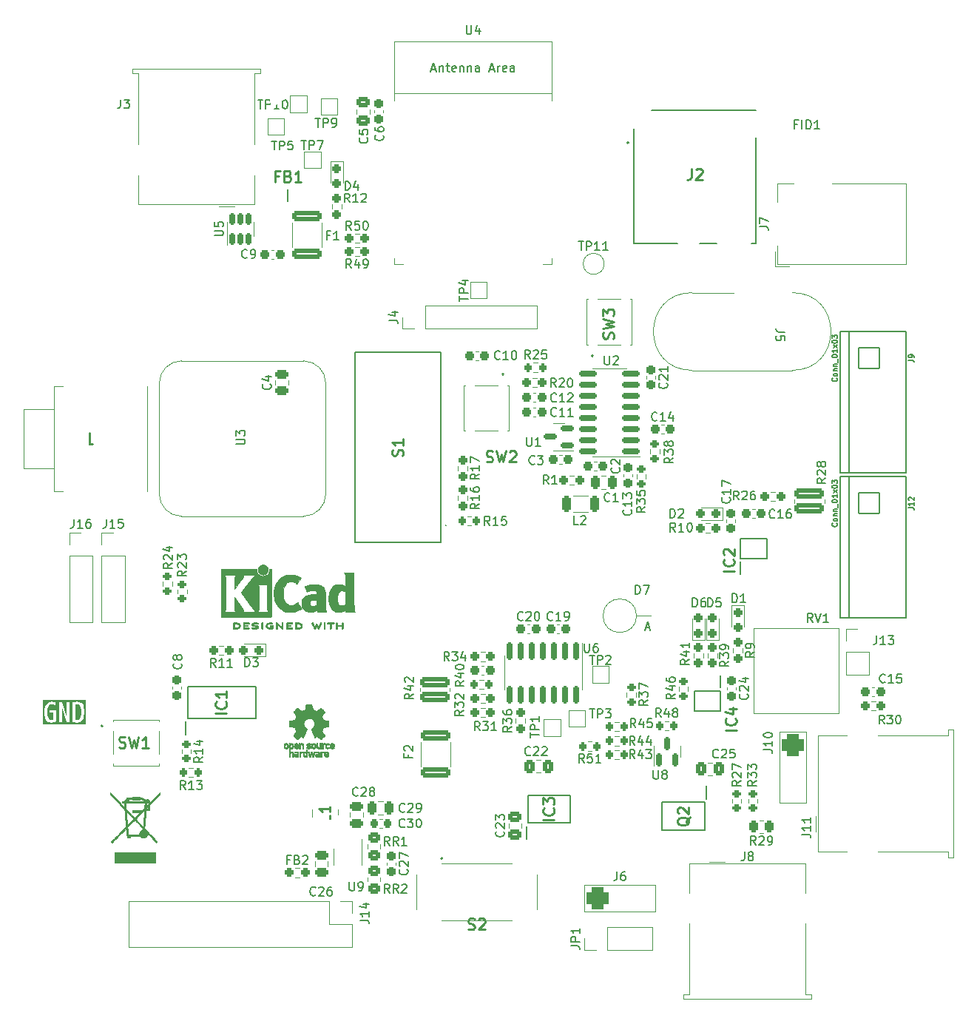
<source format=gbr>
%TF.GenerationSoftware,KiCad,Pcbnew,(6.0.9)*%
%TF.CreationDate,2023-04-07T16:32:21+03:00*%
%TF.ProjectId,ESP32_power_meter_MP3_player_WIFI_radio_V2,45535033-325f-4706-9f77-65725f6d6574,rev?*%
%TF.SameCoordinates,Original*%
%TF.FileFunction,Legend,Top*%
%TF.FilePolarity,Positive*%
%FSLAX46Y46*%
G04 Gerber Fmt 4.6, Leading zero omitted, Abs format (unit mm)*
G04 Created by KiCad (PCBNEW (6.0.9)) date 2023-04-07 16:32:21*
%MOMM*%
%LPD*%
G01*
G04 APERTURE LIST*
G04 Aperture macros list*
%AMRoundRect*
0 Rectangle with rounded corners*
0 $1 Rounding radius*
0 $2 $3 $4 $5 $6 $7 $8 $9 X,Y pos of 4 corners*
0 Add a 4 corners polygon primitive as box body*
4,1,4,$2,$3,$4,$5,$6,$7,$8,$9,$2,$3,0*
0 Add four circle primitives for the rounded corners*
1,1,$1+$1,$2,$3*
1,1,$1+$1,$4,$5*
1,1,$1+$1,$6,$7*
1,1,$1+$1,$8,$9*
0 Add four rect primitives between the rounded corners*
20,1,$1+$1,$2,$3,$4,$5,0*
20,1,$1+$1,$4,$5,$6,$7,0*
20,1,$1+$1,$6,$7,$8,$9,0*
20,1,$1+$1,$8,$9,$2,$3,0*%
G04 Aperture macros list end*
%ADD10C,0.254000*%
%ADD11C,0.150000*%
%ADD12C,0.127000*%
%ADD13C,0.200000*%
%ADD14C,0.100000*%
%ADD15C,0.120000*%
%ADD16C,0.010000*%
%ADD17C,0.203200*%
%ADD18C,0.487311*%
%ADD19C,1.980000*%
%ADD20C,5.325000*%
%ADD21C,3.585000*%
%ADD22C,1.300000*%
%ADD23C,1.710000*%
%ADD24C,1.500000*%
%ADD25R,0.650000X1.500000*%
%ADD26R,2.700000X0.800000*%
%ADD27R,0.800000X1.500000*%
%ADD28R,1.300000X1.400000*%
%ADD29R,1.000000X0.950000*%
%ADD30R,1.400000X1.900000*%
%ADD31R,1.950000X1.950000*%
%ADD32C,1.950000*%
%ADD33C,2.400000*%
%ADD34R,0.300000X1.400000*%
%ADD35R,0.450000X1.500000*%
%ADD36R,1.200000X1.850000*%
%ADD37RoundRect,0.150000X0.150000X-0.512500X0.150000X0.512500X-0.150000X0.512500X-0.150000X-0.512500X0*%
%ADD38RoundRect,0.237500X-0.237500X0.250000X-0.237500X-0.250000X0.237500X-0.250000X0.237500X0.250000X0*%
%ADD39R,0.700000X1.000000*%
%ADD40RoundRect,0.237500X-0.250000X-0.237500X0.250000X-0.237500X0.250000X0.237500X-0.250000X0.237500X0*%
%ADD41RoundRect,0.150000X-0.150000X0.825000X-0.150000X-0.825000X0.150000X-0.825000X0.150000X0.825000X0*%
%ADD42RoundRect,0.250000X-0.450000X0.350000X-0.450000X-0.350000X0.450000X-0.350000X0.450000X0.350000X0*%
%ADD43RoundRect,0.200000X-0.275000X0.200000X-0.275000X-0.200000X0.275000X-0.200000X0.275000X0.200000X0*%
%ADD44RoundRect,0.237500X-0.300000X-0.237500X0.300000X-0.237500X0.300000X0.237500X-0.300000X0.237500X0*%
%ADD45RoundRect,0.237500X-0.237500X0.300000X-0.237500X-0.300000X0.237500X-0.300000X0.237500X0.300000X0*%
%ADD46R,1.500000X1.500000*%
%ADD47RoundRect,0.250000X0.475000X-0.337500X0.475000X0.337500X-0.475000X0.337500X-0.475000X-0.337500X0*%
%ADD48R,1.700000X1.700000*%
%ADD49O,1.700000X1.700000*%
%ADD50RoundRect,0.237500X0.287500X0.237500X-0.287500X0.237500X-0.287500X-0.237500X0.287500X-0.237500X0*%
%ADD51RoundRect,0.150000X0.150000X-0.587500X0.150000X0.587500X-0.150000X0.587500X-0.150000X-0.587500X0*%
%ADD52RoundRect,0.237500X-0.237500X0.287500X-0.237500X-0.287500X0.237500X-0.287500X0.237500X0.287500X0*%
%ADD53RoundRect,0.150000X0.587500X0.150000X-0.587500X0.150000X-0.587500X-0.150000X0.587500X-0.150000X0*%
%ADD54RoundRect,0.650000X-0.650000X0.650000X-0.650000X-0.650000X0.650000X-0.650000X0.650000X0.650000X0*%
%ADD55C,2.600000*%
%ADD56R,0.650000X1.560000*%
%ADD57R,1.500000X0.900000*%
%ADD58R,0.900000X1.500000*%
%ADD59R,0.900000X0.900000*%
%ADD60RoundRect,0.237500X0.237500X-0.300000X0.237500X0.300000X-0.237500X0.300000X-0.237500X-0.300000X0*%
%ADD61RoundRect,0.200000X0.200000X0.275000X-0.200000X0.275000X-0.200000X-0.275000X0.200000X-0.275000X0*%
%ADD62R,5.500000X2.000000*%
%ADD63R,1.800000X5.000000*%
%ADD64RoundRect,0.250000X-1.450000X0.312500X-1.450000X-0.312500X1.450000X-0.312500X1.450000X0.312500X0*%
%ADD65RoundRect,0.250000X0.262500X0.450000X-0.262500X0.450000X-0.262500X-0.450000X0.262500X-0.450000X0*%
%ADD66RoundRect,0.200000X-0.200000X-0.275000X0.200000X-0.275000X0.200000X0.275000X-0.200000X0.275000X0*%
%ADD67R,1.800000X4.400000*%
%ADD68O,1.800000X4.000000*%
%ADD69O,4.000000X1.800000*%
%ADD70R,1.500000X1.600000*%
%ADD71C,1.600000*%
%ADD72C,3.000000*%
%ADD73RoundRect,0.200000X0.275000X-0.200000X0.275000X0.200000X-0.275000X0.200000X-0.275000X-0.200000X0*%
%ADD74RoundRect,0.237500X0.250000X0.237500X-0.250000X0.237500X-0.250000X-0.237500X0.250000X-0.237500X0*%
%ADD75RoundRect,0.250000X-0.275000X-0.700000X0.275000X-0.700000X0.275000X0.700000X-0.275000X0.700000X0*%
%ADD76RoundRect,0.225000X-0.225000X-0.250000X0.225000X-0.250000X0.225000X0.250000X-0.225000X0.250000X0*%
%ADD77RoundRect,0.250000X-0.337500X-0.475000X0.337500X-0.475000X0.337500X0.475000X-0.337500X0.475000X0*%
%ADD78R,1.000000X0.700000*%
%ADD79R,1.600000X1.500000*%
%ADD80RoundRect,0.250000X-1.450000X0.337500X-1.450000X-0.337500X1.450000X-0.337500X1.450000X0.337500X0*%
%ADD81RoundRect,0.237500X0.300000X0.237500X-0.300000X0.237500X-0.300000X-0.237500X0.300000X-0.237500X0*%
%ADD82C,3.200000*%
%ADD83C,3.810000*%
%ADD84C,2.700000*%
%ADD85C,1.524000*%
%ADD86RoundRect,0.250000X-0.475000X0.250000X-0.475000X-0.250000X0.475000X-0.250000X0.475000X0.250000X0*%
%ADD87RoundRect,0.250000X0.475000X-0.250000X0.475000X0.250000X-0.475000X0.250000X-0.475000X-0.250000X0*%
%ADD88RoundRect,0.237500X0.237500X-0.287500X0.237500X0.287500X-0.237500X0.287500X-0.237500X-0.287500X0*%
%ADD89C,1.440000*%
%ADD90RoundRect,0.237500X0.237500X-0.250000X0.237500X0.250000X-0.237500X0.250000X-0.237500X-0.250000X0*%
%ADD91C,1.000000*%
%ADD92RoundRect,0.150000X0.825000X0.150000X-0.825000X0.150000X-0.825000X-0.150000X0.825000X-0.150000X0*%
%ADD93RoundRect,0.250000X-0.250000X-0.475000X0.250000X-0.475000X0.250000X0.475000X-0.250000X0.475000X0*%
%ADD94C,2.000000*%
%ADD95RoundRect,0.650000X-0.650000X-0.650000X0.650000X-0.650000X0.650000X0.650000X-0.650000X0.650000X0*%
%ADD96R,2.400000X2.400000*%
%ADD97O,2.400000X2.400000*%
%ADD98RoundRect,0.101600X-1.206500X1.206500X-1.206500X-1.206500X1.206500X-1.206500X1.206500X1.206500X0*%
%ADD99C,2.616200*%
G04 APERTURE END LIST*
D10*
%TO.C,S2*%
X99432380Y-145913547D02*
X99613809Y-145974023D01*
X99916190Y-145974023D01*
X100037142Y-145913547D01*
X100097619Y-145853071D01*
X100158095Y-145732119D01*
X100158095Y-145611166D01*
X100097619Y-145490214D01*
X100037142Y-145429738D01*
X99916190Y-145369261D01*
X99674285Y-145308785D01*
X99553333Y-145248309D01*
X99492857Y-145187833D01*
X99432380Y-145066880D01*
X99432380Y-144945928D01*
X99492857Y-144824976D01*
X99553333Y-144764500D01*
X99674285Y-144704023D01*
X99976666Y-144704023D01*
X100158095Y-144764500D01*
X100641904Y-144824976D02*
X100702380Y-144764500D01*
X100823333Y-144704023D01*
X101125714Y-144704023D01*
X101246666Y-144764500D01*
X101307142Y-144824976D01*
X101367619Y-144945928D01*
X101367619Y-145066880D01*
X101307142Y-145248309D01*
X100581428Y-145974023D01*
X101367619Y-145974023D01*
%TO.C,S1*%
X91904047Y-91777619D02*
X91964523Y-91596190D01*
X91964523Y-91293809D01*
X91904047Y-91172857D01*
X91843571Y-91112380D01*
X91722619Y-91051904D01*
X91601666Y-91051904D01*
X91480714Y-91112380D01*
X91420238Y-91172857D01*
X91359761Y-91293809D01*
X91299285Y-91535714D01*
X91238809Y-91656666D01*
X91178333Y-91717142D01*
X91057380Y-91777619D01*
X90936428Y-91777619D01*
X90815476Y-91717142D01*
X90755000Y-91656666D01*
X90694523Y-91535714D01*
X90694523Y-91233333D01*
X90755000Y-91051904D01*
X91964523Y-89842380D02*
X91964523Y-90568095D01*
X91964523Y-90205238D02*
X90694523Y-90205238D01*
X90875952Y-90326190D01*
X90996904Y-90447142D01*
X91057380Y-90568095D01*
%TO.C,Q2*%
X124795476Y-133120952D02*
X124735000Y-133241904D01*
X124614047Y-133362857D01*
X124432619Y-133544285D01*
X124372142Y-133665238D01*
X124372142Y-133786190D01*
X124674523Y-133725714D02*
X124614047Y-133846666D01*
X124493095Y-133967619D01*
X124251190Y-134028095D01*
X123827857Y-134028095D01*
X123585952Y-133967619D01*
X123465000Y-133846666D01*
X123404523Y-133725714D01*
X123404523Y-133483809D01*
X123465000Y-133362857D01*
X123585952Y-133241904D01*
X123827857Y-133181428D01*
X124251190Y-133181428D01*
X124493095Y-133241904D01*
X124614047Y-133362857D01*
X124674523Y-133483809D01*
X124674523Y-133725714D01*
X123525476Y-132697619D02*
X123465000Y-132637142D01*
X123404523Y-132516190D01*
X123404523Y-132213809D01*
X123465000Y-132092857D01*
X123525476Y-132032380D01*
X123646428Y-131971904D01*
X123767380Y-131971904D01*
X123948809Y-132032380D01*
X124674523Y-132758095D01*
X124674523Y-131971904D01*
%TO.C,L1*%
X83624523Y-132874166D02*
X83624523Y-133478928D01*
X82354523Y-133478928D01*
X83624523Y-131785595D02*
X83624523Y-132511309D01*
X83624523Y-132148452D02*
X82354523Y-132148452D01*
X82535952Y-132269404D01*
X82656904Y-132390357D01*
X82717380Y-132511309D01*
%TO.C,J2*%
X124976666Y-58904523D02*
X124976666Y-59811666D01*
X124916190Y-59993095D01*
X124795238Y-60114047D01*
X124613809Y-60174523D01*
X124492857Y-60174523D01*
X125520952Y-59025476D02*
X125581428Y-58965000D01*
X125702380Y-58904523D01*
X126004761Y-58904523D01*
X126125714Y-58965000D01*
X126186190Y-59025476D01*
X126246666Y-59146428D01*
X126246666Y-59267380D01*
X126186190Y-59448809D01*
X125460476Y-60174523D01*
X126246666Y-60174523D01*
%TO.C,J1*%
X55176666Y-89104523D02*
X55176666Y-90011666D01*
X55116190Y-90193095D01*
X54995238Y-90314047D01*
X54813809Y-90374523D01*
X54692857Y-90374523D01*
X56446666Y-90374523D02*
X55720952Y-90374523D01*
X56083809Y-90374523D02*
X56083809Y-89104523D01*
X55962857Y-89285952D01*
X55841904Y-89406904D01*
X55720952Y-89467380D01*
%TO.C,IC4*%
X130124523Y-123139761D02*
X128854523Y-123139761D01*
X130003571Y-121809285D02*
X130064047Y-121869761D01*
X130124523Y-122051190D01*
X130124523Y-122172142D01*
X130064047Y-122353571D01*
X129943095Y-122474523D01*
X129822142Y-122535000D01*
X129580238Y-122595476D01*
X129398809Y-122595476D01*
X129156904Y-122535000D01*
X129035952Y-122474523D01*
X128915000Y-122353571D01*
X128854523Y-122172142D01*
X128854523Y-122051190D01*
X128915000Y-121869761D01*
X128975476Y-121809285D01*
X129277857Y-120720714D02*
X130124523Y-120720714D01*
X128794047Y-121023095D02*
X129701190Y-121325476D01*
X129701190Y-120539285D01*
%TO.C,IC3*%
X109274523Y-133439761D02*
X108004523Y-133439761D01*
X109153571Y-132109285D02*
X109214047Y-132169761D01*
X109274523Y-132351190D01*
X109274523Y-132472142D01*
X109214047Y-132653571D01*
X109093095Y-132774523D01*
X108972142Y-132835000D01*
X108730238Y-132895476D01*
X108548809Y-132895476D01*
X108306904Y-132835000D01*
X108185952Y-132774523D01*
X108065000Y-132653571D01*
X108004523Y-132472142D01*
X108004523Y-132351190D01*
X108065000Y-132169761D01*
X108125476Y-132109285D01*
X108004523Y-131685952D02*
X108004523Y-130899761D01*
X108488333Y-131323095D01*
X108488333Y-131141666D01*
X108548809Y-131020714D01*
X108609285Y-130960238D01*
X108730238Y-130899761D01*
X109032619Y-130899761D01*
X109153571Y-130960238D01*
X109214047Y-131020714D01*
X109274523Y-131141666D01*
X109274523Y-131504523D01*
X109214047Y-131625476D01*
X109153571Y-131685952D01*
%TO.C,IC2*%
X129899523Y-104939761D02*
X128629523Y-104939761D01*
X129778571Y-103609285D02*
X129839047Y-103669761D01*
X129899523Y-103851190D01*
X129899523Y-103972142D01*
X129839047Y-104153571D01*
X129718095Y-104274523D01*
X129597142Y-104335000D01*
X129355238Y-104395476D01*
X129173809Y-104395476D01*
X128931904Y-104335000D01*
X128810952Y-104274523D01*
X128690000Y-104153571D01*
X128629523Y-103972142D01*
X128629523Y-103851190D01*
X128690000Y-103669761D01*
X128750476Y-103609285D01*
X128750476Y-103125476D02*
X128690000Y-103065000D01*
X128629523Y-102944047D01*
X128629523Y-102641666D01*
X128690000Y-102520714D01*
X128750476Y-102460238D01*
X128871428Y-102399761D01*
X128992380Y-102399761D01*
X129173809Y-102460238D01*
X129899523Y-103185952D01*
X129899523Y-102399761D01*
%TO.C,IC1*%
X71774523Y-121239761D02*
X70504523Y-121239761D01*
X71653571Y-119909285D02*
X71714047Y-119969761D01*
X71774523Y-120151190D01*
X71774523Y-120272142D01*
X71714047Y-120453571D01*
X71593095Y-120574523D01*
X71472142Y-120635000D01*
X71230238Y-120695476D01*
X71048809Y-120695476D01*
X70806904Y-120635000D01*
X70685952Y-120574523D01*
X70565000Y-120453571D01*
X70504523Y-120272142D01*
X70504523Y-120151190D01*
X70565000Y-119969761D01*
X70625476Y-119909285D01*
X71774523Y-118699761D02*
X71774523Y-119425476D01*
X71774523Y-119062619D02*
X70504523Y-119062619D01*
X70685952Y-119183571D01*
X70806904Y-119304523D01*
X70867380Y-119425476D01*
%TO.C,FB1*%
X77716666Y-59734285D02*
X77293333Y-59734285D01*
X77293333Y-60399523D02*
X77293333Y-59129523D01*
X77898095Y-59129523D01*
X78805238Y-59734285D02*
X78986666Y-59794761D01*
X79047142Y-59855238D01*
X79107619Y-59976190D01*
X79107619Y-60157619D01*
X79047142Y-60278571D01*
X78986666Y-60339047D01*
X78865714Y-60399523D01*
X78381904Y-60399523D01*
X78381904Y-59129523D01*
X78805238Y-59129523D01*
X78926190Y-59190000D01*
X78986666Y-59250476D01*
X79047142Y-59371428D01*
X79047142Y-59492380D01*
X78986666Y-59613333D01*
X78926190Y-59673809D01*
X78805238Y-59734285D01*
X78381904Y-59734285D01*
X80317142Y-60399523D02*
X79591428Y-60399523D01*
X79954285Y-60399523D02*
X79954285Y-59129523D01*
X79833333Y-59310952D01*
X79712380Y-59431904D01*
X79591428Y-59492380D01*
D11*
%TO.C,U5*%
X70402380Y-66561904D02*
X71211904Y-66561904D01*
X71307142Y-66514285D01*
X71354761Y-66466666D01*
X71402380Y-66371428D01*
X71402380Y-66180952D01*
X71354761Y-66085714D01*
X71307142Y-66038095D01*
X71211904Y-65990476D01*
X70402380Y-65990476D01*
X70402380Y-65038095D02*
X70402380Y-65514285D01*
X70878571Y-65561904D01*
X70830952Y-65514285D01*
X70783333Y-65419047D01*
X70783333Y-65180952D01*
X70830952Y-65085714D01*
X70878571Y-65038095D01*
X70973809Y-64990476D01*
X71211904Y-64990476D01*
X71307142Y-65038095D01*
X71354761Y-65085714D01*
X71402380Y-65180952D01*
X71402380Y-65419047D01*
X71354761Y-65514285D01*
X71307142Y-65561904D01*
%TO.C,R41*%
X124752380Y-115067857D02*
X124276190Y-115401190D01*
X124752380Y-115639285D02*
X123752380Y-115639285D01*
X123752380Y-115258333D01*
X123800000Y-115163095D01*
X123847619Y-115115476D01*
X123942857Y-115067857D01*
X124085714Y-115067857D01*
X124180952Y-115115476D01*
X124228571Y-115163095D01*
X124276190Y-115258333D01*
X124276190Y-115639285D01*
X124085714Y-114210714D02*
X124752380Y-114210714D01*
X123704761Y-114448809D02*
X124419047Y-114686904D01*
X124419047Y-114067857D01*
X124752380Y-113163095D02*
X124752380Y-113734523D01*
X124752380Y-113448809D02*
X123752380Y-113448809D01*
X123895238Y-113544047D01*
X123990476Y-113639285D01*
X124038095Y-113734523D01*
%TO.C,R39*%
X129252380Y-115267857D02*
X128776190Y-115601190D01*
X129252380Y-115839285D02*
X128252380Y-115839285D01*
X128252380Y-115458333D01*
X128300000Y-115363095D01*
X128347619Y-115315476D01*
X128442857Y-115267857D01*
X128585714Y-115267857D01*
X128680952Y-115315476D01*
X128728571Y-115363095D01*
X128776190Y-115458333D01*
X128776190Y-115839285D01*
X128252380Y-114934523D02*
X128252380Y-114315476D01*
X128633333Y-114648809D01*
X128633333Y-114505952D01*
X128680952Y-114410714D01*
X128728571Y-114363095D01*
X128823809Y-114315476D01*
X129061904Y-114315476D01*
X129157142Y-114363095D01*
X129204761Y-114410714D01*
X129252380Y-114505952D01*
X129252380Y-114791666D01*
X129204761Y-114886904D01*
X129157142Y-114934523D01*
X129252380Y-113839285D02*
X129252380Y-113648809D01*
X129204761Y-113553571D01*
X129157142Y-113505952D01*
X129014285Y-113410714D01*
X128823809Y-113363095D01*
X128442857Y-113363095D01*
X128347619Y-113410714D01*
X128300000Y-113458333D01*
X128252380Y-113553571D01*
X128252380Y-113744047D01*
X128300000Y-113839285D01*
X128347619Y-113886904D01*
X128442857Y-113934523D01*
X128680952Y-113934523D01*
X128776190Y-113886904D01*
X128823809Y-113839285D01*
X128871428Y-113744047D01*
X128871428Y-113553571D01*
X128823809Y-113458333D01*
X128776190Y-113410714D01*
X128680952Y-113363095D01*
%TO.C,R9*%
X132182380Y-114186666D02*
X131706190Y-114520000D01*
X132182380Y-114758095D02*
X131182380Y-114758095D01*
X131182380Y-114377142D01*
X131230000Y-114281904D01*
X131277619Y-114234285D01*
X131372857Y-114186666D01*
X131515714Y-114186666D01*
X131610952Y-114234285D01*
X131658571Y-114281904D01*
X131706190Y-114377142D01*
X131706190Y-114758095D01*
X132182380Y-113710476D02*
X132182380Y-113520000D01*
X132134761Y-113424761D01*
X132087142Y-113377142D01*
X131944285Y-113281904D01*
X131753809Y-113234285D01*
X131372857Y-113234285D01*
X131277619Y-113281904D01*
X131230000Y-113329523D01*
X131182380Y-113424761D01*
X131182380Y-113615238D01*
X131230000Y-113710476D01*
X131277619Y-113758095D01*
X131372857Y-113805714D01*
X131610952Y-113805714D01*
X131706190Y-113758095D01*
X131753809Y-113710476D01*
X131801428Y-113615238D01*
X131801428Y-113424761D01*
X131753809Y-113329523D01*
X131706190Y-113281904D01*
X131610952Y-113234285D01*
D10*
%TO.C,SW3*%
X116064047Y-78368333D02*
X116124523Y-78186904D01*
X116124523Y-77884523D01*
X116064047Y-77763571D01*
X116003571Y-77703095D01*
X115882619Y-77642619D01*
X115761666Y-77642619D01*
X115640714Y-77703095D01*
X115580238Y-77763571D01*
X115519761Y-77884523D01*
X115459285Y-78126428D01*
X115398809Y-78247380D01*
X115338333Y-78307857D01*
X115217380Y-78368333D01*
X115096428Y-78368333D01*
X114975476Y-78307857D01*
X114915000Y-78247380D01*
X114854523Y-78126428D01*
X114854523Y-77824047D01*
X114915000Y-77642619D01*
X114854523Y-77219285D02*
X116124523Y-76916904D01*
X115217380Y-76675000D01*
X116124523Y-76433095D01*
X114854523Y-76130714D01*
X114854523Y-75767857D02*
X114854523Y-74981666D01*
X115338333Y-75405000D01*
X115338333Y-75223571D01*
X115398809Y-75102619D01*
X115459285Y-75042142D01*
X115580238Y-74981666D01*
X115882619Y-74981666D01*
X116003571Y-75042142D01*
X116064047Y-75102619D01*
X116124523Y-75223571D01*
X116124523Y-75586428D01*
X116064047Y-75707380D01*
X116003571Y-75767857D01*
D11*
%TO.C,FB2*%
X79016666Y-137961071D02*
X78683333Y-137961071D01*
X78683333Y-138484880D02*
X78683333Y-137484880D01*
X79159523Y-137484880D01*
X79873809Y-137961071D02*
X80016666Y-138008690D01*
X80064285Y-138056309D01*
X80111904Y-138151547D01*
X80111904Y-138294404D01*
X80064285Y-138389642D01*
X80016666Y-138437261D01*
X79921428Y-138484880D01*
X79540476Y-138484880D01*
X79540476Y-137484880D01*
X79873809Y-137484880D01*
X79969047Y-137532500D01*
X80016666Y-137580119D01*
X80064285Y-137675357D01*
X80064285Y-137770595D01*
X80016666Y-137865833D01*
X79969047Y-137913452D01*
X79873809Y-137961071D01*
X79540476Y-137961071D01*
X80492857Y-137580119D02*
X80540476Y-137532500D01*
X80635714Y-137484880D01*
X80873809Y-137484880D01*
X80969047Y-137532500D01*
X81016666Y-137580119D01*
X81064285Y-137675357D01*
X81064285Y-137770595D01*
X81016666Y-137913452D01*
X80445238Y-138484880D01*
X81064285Y-138484880D01*
%TO.C,U6*%
X112738095Y-113252380D02*
X112738095Y-114061904D01*
X112785714Y-114157142D01*
X112833333Y-114204761D01*
X112928571Y-114252380D01*
X113119047Y-114252380D01*
X113214285Y-114204761D01*
X113261904Y-114157142D01*
X113309523Y-114061904D01*
X113309523Y-113252380D01*
X114214285Y-113252380D02*
X114023809Y-113252380D01*
X113928571Y-113300000D01*
X113880952Y-113347619D01*
X113785714Y-113490476D01*
X113738095Y-113680952D01*
X113738095Y-114061904D01*
X113785714Y-114157142D01*
X113833333Y-114204761D01*
X113928571Y-114252380D01*
X114119047Y-114252380D01*
X114214285Y-114204761D01*
X114261904Y-114157142D01*
X114309523Y-114061904D01*
X114309523Y-113823809D01*
X114261904Y-113728571D01*
X114214285Y-113680952D01*
X114119047Y-113633333D01*
X113928571Y-113633333D01*
X113833333Y-113680952D01*
X113785714Y-113728571D01*
X113738095Y-113823809D01*
%TO.C,RR1*%
X90433333Y-136352380D02*
X90100000Y-135876190D01*
X89861904Y-136352380D02*
X89861904Y-135352380D01*
X90242857Y-135352380D01*
X90338095Y-135400000D01*
X90385714Y-135447619D01*
X90433333Y-135542857D01*
X90433333Y-135685714D01*
X90385714Y-135780952D01*
X90338095Y-135828571D01*
X90242857Y-135876190D01*
X89861904Y-135876190D01*
X91433333Y-136352380D02*
X91100000Y-135876190D01*
X90861904Y-136352380D02*
X90861904Y-135352380D01*
X91242857Y-135352380D01*
X91338095Y-135400000D01*
X91385714Y-135447619D01*
X91433333Y-135542857D01*
X91433333Y-135685714D01*
X91385714Y-135780952D01*
X91338095Y-135828571D01*
X91242857Y-135876190D01*
X90861904Y-135876190D01*
X92385714Y-136352380D02*
X91814285Y-136352380D01*
X92100000Y-136352380D02*
X92100000Y-135352380D01*
X92004761Y-135495238D01*
X91909523Y-135590476D01*
X91814285Y-135638095D01*
%TO.C,R24*%
X65552380Y-104042857D02*
X65076190Y-104376190D01*
X65552380Y-104614285D02*
X64552380Y-104614285D01*
X64552380Y-104233333D01*
X64600000Y-104138095D01*
X64647619Y-104090476D01*
X64742857Y-104042857D01*
X64885714Y-104042857D01*
X64980952Y-104090476D01*
X65028571Y-104138095D01*
X65076190Y-104233333D01*
X65076190Y-104614285D01*
X64647619Y-103661904D02*
X64600000Y-103614285D01*
X64552380Y-103519047D01*
X64552380Y-103280952D01*
X64600000Y-103185714D01*
X64647619Y-103138095D01*
X64742857Y-103090476D01*
X64838095Y-103090476D01*
X64980952Y-103138095D01*
X65552380Y-103709523D01*
X65552380Y-103090476D01*
X64885714Y-102233333D02*
X65552380Y-102233333D01*
X64504761Y-102471428D02*
X65219047Y-102709523D01*
X65219047Y-102090476D01*
%TO.C,C15*%
X147157142Y-117657142D02*
X147109523Y-117704761D01*
X146966666Y-117752380D01*
X146871428Y-117752380D01*
X146728571Y-117704761D01*
X146633333Y-117609523D01*
X146585714Y-117514285D01*
X146538095Y-117323809D01*
X146538095Y-117180952D01*
X146585714Y-116990476D01*
X146633333Y-116895238D01*
X146728571Y-116800000D01*
X146871428Y-116752380D01*
X146966666Y-116752380D01*
X147109523Y-116800000D01*
X147157142Y-116847619D01*
X148109523Y-117752380D02*
X147538095Y-117752380D01*
X147823809Y-117752380D02*
X147823809Y-116752380D01*
X147728571Y-116895238D01*
X147633333Y-116990476D01*
X147538095Y-117038095D01*
X149014285Y-116752380D02*
X148538095Y-116752380D01*
X148490476Y-117228571D01*
X148538095Y-117180952D01*
X148633333Y-117133333D01*
X148871428Y-117133333D01*
X148966666Y-117180952D01*
X149014285Y-117228571D01*
X149061904Y-117323809D01*
X149061904Y-117561904D01*
X149014285Y-117657142D01*
X148966666Y-117704761D01*
X148871428Y-117752380D01*
X148633333Y-117752380D01*
X148538095Y-117704761D01*
X148490476Y-117657142D01*
%TO.C,C13*%
X118057142Y-97942857D02*
X118104761Y-97990476D01*
X118152380Y-98133333D01*
X118152380Y-98228571D01*
X118104761Y-98371428D01*
X118009523Y-98466666D01*
X117914285Y-98514285D01*
X117723809Y-98561904D01*
X117580952Y-98561904D01*
X117390476Y-98514285D01*
X117295238Y-98466666D01*
X117200000Y-98371428D01*
X117152380Y-98228571D01*
X117152380Y-98133333D01*
X117200000Y-97990476D01*
X117247619Y-97942857D01*
X118152380Y-96990476D02*
X118152380Y-97561904D01*
X118152380Y-97276190D02*
X117152380Y-97276190D01*
X117295238Y-97371428D01*
X117390476Y-97466666D01*
X117438095Y-97561904D01*
X117152380Y-96657142D02*
X117152380Y-96038095D01*
X117533333Y-96371428D01*
X117533333Y-96228571D01*
X117580952Y-96133333D01*
X117628571Y-96085714D01*
X117723809Y-96038095D01*
X117961904Y-96038095D01*
X118057142Y-96085714D01*
X118104761Y-96133333D01*
X118152380Y-96228571D01*
X118152380Y-96514285D01*
X118104761Y-96609523D01*
X118057142Y-96657142D01*
%TO.C,TP4*%
X98404380Y-74061904D02*
X98404380Y-73490476D01*
X99404380Y-73776190D02*
X98404380Y-73776190D01*
X99404380Y-73157142D02*
X98404380Y-73157142D01*
X98404380Y-72776190D01*
X98452000Y-72680952D01*
X98499619Y-72633333D01*
X98594857Y-72585714D01*
X98737714Y-72585714D01*
X98832952Y-72633333D01*
X98880571Y-72680952D01*
X98928190Y-72776190D01*
X98928190Y-73157142D01*
X98737714Y-71728571D02*
X99404380Y-71728571D01*
X98356761Y-71966666D02*
X99071047Y-72204761D01*
X99071047Y-71585714D01*
%TO.C,C23*%
X103477142Y-134742857D02*
X103524761Y-134790476D01*
X103572380Y-134933333D01*
X103572380Y-135028571D01*
X103524761Y-135171428D01*
X103429523Y-135266666D01*
X103334285Y-135314285D01*
X103143809Y-135361904D01*
X103000952Y-135361904D01*
X102810476Y-135314285D01*
X102715238Y-135266666D01*
X102620000Y-135171428D01*
X102572380Y-135028571D01*
X102572380Y-134933333D01*
X102620000Y-134790476D01*
X102667619Y-134742857D01*
X102667619Y-134361904D02*
X102620000Y-134314285D01*
X102572380Y-134219047D01*
X102572380Y-133980952D01*
X102620000Y-133885714D01*
X102667619Y-133838095D01*
X102762857Y-133790476D01*
X102858095Y-133790476D01*
X103000952Y-133838095D01*
X103572380Y-134409523D01*
X103572380Y-133790476D01*
X102572380Y-133457142D02*
X102572380Y-132838095D01*
X102953333Y-133171428D01*
X102953333Y-133028571D01*
X103000952Y-132933333D01*
X103048571Y-132885714D01*
X103143809Y-132838095D01*
X103381904Y-132838095D01*
X103477142Y-132885714D01*
X103524761Y-132933333D01*
X103572380Y-133028571D01*
X103572380Y-133314285D01*
X103524761Y-133409523D01*
X103477142Y-133457142D01*
%TO.C,J16*%
X54290476Y-99022380D02*
X54290476Y-99736666D01*
X54242857Y-99879523D01*
X54147619Y-99974761D01*
X54004761Y-100022380D01*
X53909523Y-100022380D01*
X55290476Y-100022380D02*
X54719047Y-100022380D01*
X55004761Y-100022380D02*
X55004761Y-99022380D01*
X54909523Y-99165238D01*
X54814285Y-99260476D01*
X54719047Y-99308095D01*
X56147619Y-99022380D02*
X55957142Y-99022380D01*
X55861904Y-99070000D01*
X55814285Y-99117619D01*
X55719047Y-99260476D01*
X55671428Y-99450952D01*
X55671428Y-99831904D01*
X55719047Y-99927142D01*
X55766666Y-99974761D01*
X55861904Y-100022380D01*
X56052380Y-100022380D01*
X56147619Y-99974761D01*
X56195238Y-99927142D01*
X56242857Y-99831904D01*
X56242857Y-99593809D01*
X56195238Y-99498571D01*
X56147619Y-99450952D01*
X56052380Y-99403333D01*
X55861904Y-99403333D01*
X55766666Y-99450952D01*
X55719047Y-99498571D01*
X55671428Y-99593809D01*
%TO.C,D3*%
X73861904Y-115882380D02*
X73861904Y-114882380D01*
X74100000Y-114882380D01*
X74242857Y-114930000D01*
X74338095Y-115025238D01*
X74385714Y-115120476D01*
X74433333Y-115310952D01*
X74433333Y-115453809D01*
X74385714Y-115644285D01*
X74338095Y-115739523D01*
X74242857Y-115834761D01*
X74100000Y-115882380D01*
X73861904Y-115882380D01*
X74766666Y-114882380D02*
X75385714Y-114882380D01*
X75052380Y-115263333D01*
X75195238Y-115263333D01*
X75290476Y-115310952D01*
X75338095Y-115358571D01*
X75385714Y-115453809D01*
X75385714Y-115691904D01*
X75338095Y-115787142D01*
X75290476Y-115834761D01*
X75195238Y-115882380D01*
X74909523Y-115882380D01*
X74814285Y-115834761D01*
X74766666Y-115787142D01*
%TO.C,U8*%
X120638095Y-127752380D02*
X120638095Y-128561904D01*
X120685714Y-128657142D01*
X120733333Y-128704761D01*
X120828571Y-128752380D01*
X121019047Y-128752380D01*
X121114285Y-128704761D01*
X121161904Y-128657142D01*
X121209523Y-128561904D01*
X121209523Y-127752380D01*
X121828571Y-128180952D02*
X121733333Y-128133333D01*
X121685714Y-128085714D01*
X121638095Y-127990476D01*
X121638095Y-127942857D01*
X121685714Y-127847619D01*
X121733333Y-127800000D01*
X121828571Y-127752380D01*
X122019047Y-127752380D01*
X122114285Y-127800000D01*
X122161904Y-127847619D01*
X122209523Y-127942857D01*
X122209523Y-127990476D01*
X122161904Y-128085714D01*
X122114285Y-128133333D01*
X122019047Y-128180952D01*
X121828571Y-128180952D01*
X121733333Y-128228571D01*
X121685714Y-128276190D01*
X121638095Y-128371428D01*
X121638095Y-128561904D01*
X121685714Y-128657142D01*
X121733333Y-128704761D01*
X121828571Y-128752380D01*
X122019047Y-128752380D01*
X122114285Y-128704761D01*
X122161904Y-128657142D01*
X122209523Y-128561904D01*
X122209523Y-128371428D01*
X122161904Y-128276190D01*
X122114285Y-128228571D01*
X122019047Y-128180952D01*
%TO.C,D1*%
X129661904Y-108552380D02*
X129661904Y-107552380D01*
X129900000Y-107552380D01*
X130042857Y-107600000D01*
X130138095Y-107695238D01*
X130185714Y-107790476D01*
X130233333Y-107980952D01*
X130233333Y-108123809D01*
X130185714Y-108314285D01*
X130138095Y-108409523D01*
X130042857Y-108504761D01*
X129900000Y-108552380D01*
X129661904Y-108552380D01*
X131185714Y-108552380D02*
X130614285Y-108552380D01*
X130900000Y-108552380D02*
X130900000Y-107552380D01*
X130804761Y-107695238D01*
X130709523Y-107790476D01*
X130614285Y-107838095D01*
%TO.C,U1*%
X106138095Y-89652380D02*
X106138095Y-90461904D01*
X106185714Y-90557142D01*
X106233333Y-90604761D01*
X106328571Y-90652380D01*
X106519047Y-90652380D01*
X106614285Y-90604761D01*
X106661904Y-90557142D01*
X106709523Y-90461904D01*
X106709523Y-89652380D01*
X107709523Y-90652380D02*
X107138095Y-90652380D01*
X107423809Y-90652380D02*
X107423809Y-89652380D01*
X107328571Y-89795238D01*
X107233333Y-89890476D01*
X107138095Y-89938095D01*
%TO.C,J14*%
X87052380Y-144909523D02*
X87766666Y-144909523D01*
X87909523Y-144957142D01*
X88004761Y-145052380D01*
X88052380Y-145195238D01*
X88052380Y-145290476D01*
X88052380Y-143909523D02*
X88052380Y-144480952D01*
X88052380Y-144195238D02*
X87052380Y-144195238D01*
X87195238Y-144290476D01*
X87290476Y-144385714D01*
X87338095Y-144480952D01*
X87385714Y-143052380D02*
X88052380Y-143052380D01*
X87004761Y-143290476D02*
X87719047Y-143528571D01*
X87719047Y-142909523D01*
%TO.C,J10*%
X133252380Y-125409523D02*
X133966666Y-125409523D01*
X134109523Y-125457142D01*
X134204761Y-125552380D01*
X134252380Y-125695238D01*
X134252380Y-125790476D01*
X134252380Y-124409523D02*
X134252380Y-124980952D01*
X134252380Y-124695238D02*
X133252380Y-124695238D01*
X133395238Y-124790476D01*
X133490476Y-124885714D01*
X133538095Y-124980952D01*
X133252380Y-123790476D02*
X133252380Y-123695238D01*
X133300000Y-123600000D01*
X133347619Y-123552380D01*
X133442857Y-123504761D01*
X133633333Y-123457142D01*
X133871428Y-123457142D01*
X134061904Y-123504761D01*
X134157142Y-123552380D01*
X134204761Y-123600000D01*
X134252380Y-123695238D01*
X134252380Y-123790476D01*
X134204761Y-123885714D01*
X134157142Y-123933333D01*
X134061904Y-123980952D01*
X133871428Y-124028571D01*
X133633333Y-124028571D01*
X133442857Y-123980952D01*
X133347619Y-123933333D01*
X133300000Y-123885714D01*
X133252380Y-123790476D01*
%TO.C,U9*%
X85838095Y-140552380D02*
X85838095Y-141361904D01*
X85885714Y-141457142D01*
X85933333Y-141504761D01*
X86028571Y-141552380D01*
X86219047Y-141552380D01*
X86314285Y-141504761D01*
X86361904Y-141457142D01*
X86409523Y-141361904D01*
X86409523Y-140552380D01*
X86933333Y-141552380D02*
X87123809Y-141552380D01*
X87219047Y-141504761D01*
X87266666Y-141457142D01*
X87361904Y-141314285D01*
X87409523Y-141123809D01*
X87409523Y-140742857D01*
X87361904Y-140647619D01*
X87314285Y-140600000D01*
X87219047Y-140552380D01*
X87028571Y-140552380D01*
X86933333Y-140600000D01*
X86885714Y-140647619D01*
X86838095Y-140742857D01*
X86838095Y-140980952D01*
X86885714Y-141076190D01*
X86933333Y-141123809D01*
X87028571Y-141171428D01*
X87219047Y-141171428D01*
X87314285Y-141123809D01*
X87361904Y-141076190D01*
X87409523Y-140980952D01*
%TO.C,C27*%
X92437142Y-139105357D02*
X92484761Y-139152976D01*
X92532380Y-139295833D01*
X92532380Y-139391071D01*
X92484761Y-139533928D01*
X92389523Y-139629166D01*
X92294285Y-139676785D01*
X92103809Y-139724404D01*
X91960952Y-139724404D01*
X91770476Y-139676785D01*
X91675238Y-139629166D01*
X91580000Y-139533928D01*
X91532380Y-139391071D01*
X91532380Y-139295833D01*
X91580000Y-139152976D01*
X91627619Y-139105357D01*
X91627619Y-138724404D02*
X91580000Y-138676785D01*
X91532380Y-138581547D01*
X91532380Y-138343452D01*
X91580000Y-138248214D01*
X91627619Y-138200595D01*
X91722857Y-138152976D01*
X91818095Y-138152976D01*
X91960952Y-138200595D01*
X92532380Y-138772023D01*
X92532380Y-138152976D01*
X91532380Y-137819642D02*
X91532380Y-137152976D01*
X92532380Y-137581547D01*
%TO.C,U4*%
X99238095Y-42522380D02*
X99238095Y-43331904D01*
X99285714Y-43427142D01*
X99333333Y-43474761D01*
X99428571Y-43522380D01*
X99619047Y-43522380D01*
X99714285Y-43474761D01*
X99761904Y-43427142D01*
X99809523Y-43331904D01*
X99809523Y-42522380D01*
X100714285Y-42855714D02*
X100714285Y-43522380D01*
X100476190Y-42474761D02*
X100238095Y-43189047D01*
X100857142Y-43189047D01*
X95238095Y-47536666D02*
X95714285Y-47536666D01*
X95142857Y-47822380D02*
X95476190Y-46822380D01*
X95809523Y-47822380D01*
X96142857Y-47155714D02*
X96142857Y-47822380D01*
X96142857Y-47250952D02*
X96190476Y-47203333D01*
X96285714Y-47155714D01*
X96428571Y-47155714D01*
X96523809Y-47203333D01*
X96571428Y-47298571D01*
X96571428Y-47822380D01*
X96904761Y-47155714D02*
X97285714Y-47155714D01*
X97047619Y-46822380D02*
X97047619Y-47679523D01*
X97095238Y-47774761D01*
X97190476Y-47822380D01*
X97285714Y-47822380D01*
X98000000Y-47774761D02*
X97904761Y-47822380D01*
X97714285Y-47822380D01*
X97619047Y-47774761D01*
X97571428Y-47679523D01*
X97571428Y-47298571D01*
X97619047Y-47203333D01*
X97714285Y-47155714D01*
X97904761Y-47155714D01*
X98000000Y-47203333D01*
X98047619Y-47298571D01*
X98047619Y-47393809D01*
X97571428Y-47489047D01*
X98476190Y-47155714D02*
X98476190Y-47822380D01*
X98476190Y-47250952D02*
X98523809Y-47203333D01*
X98619047Y-47155714D01*
X98761904Y-47155714D01*
X98857142Y-47203333D01*
X98904761Y-47298571D01*
X98904761Y-47822380D01*
X99380952Y-47155714D02*
X99380952Y-47822380D01*
X99380952Y-47250952D02*
X99428571Y-47203333D01*
X99523809Y-47155714D01*
X99666666Y-47155714D01*
X99761904Y-47203333D01*
X99809523Y-47298571D01*
X99809523Y-47822380D01*
X100714285Y-47822380D02*
X100714285Y-47298571D01*
X100666666Y-47203333D01*
X100571428Y-47155714D01*
X100380952Y-47155714D01*
X100285714Y-47203333D01*
X100714285Y-47774761D02*
X100619047Y-47822380D01*
X100380952Y-47822380D01*
X100285714Y-47774761D01*
X100238095Y-47679523D01*
X100238095Y-47584285D01*
X100285714Y-47489047D01*
X100380952Y-47441428D01*
X100619047Y-47441428D01*
X100714285Y-47393809D01*
X101904761Y-47536666D02*
X102380952Y-47536666D01*
X101809523Y-47822380D02*
X102142857Y-46822380D01*
X102476190Y-47822380D01*
X102809523Y-47822380D02*
X102809523Y-47155714D01*
X102809523Y-47346190D02*
X102857142Y-47250952D01*
X102904761Y-47203333D01*
X103000000Y-47155714D01*
X103095238Y-47155714D01*
X103809523Y-47774761D02*
X103714285Y-47822380D01*
X103523809Y-47822380D01*
X103428571Y-47774761D01*
X103380952Y-47679523D01*
X103380952Y-47298571D01*
X103428571Y-47203333D01*
X103523809Y-47155714D01*
X103714285Y-47155714D01*
X103809523Y-47203333D01*
X103857142Y-47298571D01*
X103857142Y-47393809D01*
X103380952Y-47489047D01*
X104714285Y-47822380D02*
X104714285Y-47298571D01*
X104666666Y-47203333D01*
X104571428Y-47155714D01*
X104380952Y-47155714D01*
X104285714Y-47203333D01*
X104714285Y-47774761D02*
X104619047Y-47822380D01*
X104380952Y-47822380D01*
X104285714Y-47774761D01*
X104238095Y-47679523D01*
X104238095Y-47584285D01*
X104285714Y-47489047D01*
X104380952Y-47441428D01*
X104619047Y-47441428D01*
X104714285Y-47393809D01*
%TO.C,J13*%
X146190476Y-112352380D02*
X146190476Y-113066666D01*
X146142857Y-113209523D01*
X146047619Y-113304761D01*
X145904761Y-113352380D01*
X145809523Y-113352380D01*
X147190476Y-113352380D02*
X146619047Y-113352380D01*
X146904761Y-113352380D02*
X146904761Y-112352380D01*
X146809523Y-112495238D01*
X146714285Y-112590476D01*
X146619047Y-112638095D01*
X147523809Y-112352380D02*
X148142857Y-112352380D01*
X147809523Y-112733333D01*
X147952380Y-112733333D01*
X148047619Y-112780952D01*
X148095238Y-112828571D01*
X148142857Y-112923809D01*
X148142857Y-113161904D01*
X148095238Y-113257142D01*
X148047619Y-113304761D01*
X147952380Y-113352380D01*
X147666666Y-113352380D01*
X147571428Y-113304761D01*
X147523809Y-113257142D01*
%TO.C,C8*%
X66557142Y-115516666D02*
X66604761Y-115564285D01*
X66652380Y-115707142D01*
X66652380Y-115802380D01*
X66604761Y-115945238D01*
X66509523Y-116040476D01*
X66414285Y-116088095D01*
X66223809Y-116135714D01*
X66080952Y-116135714D01*
X65890476Y-116088095D01*
X65795238Y-116040476D01*
X65700000Y-115945238D01*
X65652380Y-115802380D01*
X65652380Y-115707142D01*
X65700000Y-115564285D01*
X65747619Y-115516666D01*
X66080952Y-114945238D02*
X66033333Y-115040476D01*
X65985714Y-115088095D01*
X65890476Y-115135714D01*
X65842857Y-115135714D01*
X65747619Y-115088095D01*
X65700000Y-115040476D01*
X65652380Y-114945238D01*
X65652380Y-114754761D01*
X65700000Y-114659523D01*
X65747619Y-114611904D01*
X65842857Y-114564285D01*
X65890476Y-114564285D01*
X65985714Y-114611904D01*
X66033333Y-114659523D01*
X66080952Y-114754761D01*
X66080952Y-114945238D01*
X66128571Y-115040476D01*
X66176190Y-115088095D01*
X66271428Y-115135714D01*
X66461904Y-115135714D01*
X66557142Y-115088095D01*
X66604761Y-115040476D01*
X66652380Y-114945238D01*
X66652380Y-114754761D01*
X66604761Y-114659523D01*
X66557142Y-114611904D01*
X66461904Y-114564285D01*
X66271428Y-114564285D01*
X66176190Y-114611904D01*
X66128571Y-114659523D01*
X66080952Y-114754761D01*
%TO.C,R45*%
X118607142Y-122852380D02*
X118273809Y-122376190D01*
X118035714Y-122852380D02*
X118035714Y-121852380D01*
X118416666Y-121852380D01*
X118511904Y-121900000D01*
X118559523Y-121947619D01*
X118607142Y-122042857D01*
X118607142Y-122185714D01*
X118559523Y-122280952D01*
X118511904Y-122328571D01*
X118416666Y-122376190D01*
X118035714Y-122376190D01*
X119464285Y-122185714D02*
X119464285Y-122852380D01*
X119226190Y-121804761D02*
X118988095Y-122519047D01*
X119607142Y-122519047D01*
X120464285Y-121852380D02*
X119988095Y-121852380D01*
X119940476Y-122328571D01*
X119988095Y-122280952D01*
X120083333Y-122233333D01*
X120321428Y-122233333D01*
X120416666Y-122280952D01*
X120464285Y-122328571D01*
X120511904Y-122423809D01*
X120511904Y-122661904D01*
X120464285Y-122757142D01*
X120416666Y-122804761D01*
X120321428Y-122852380D01*
X120083333Y-122852380D01*
X119988095Y-122804761D01*
X119940476Y-122757142D01*
%TO.C,J5*%
X135665619Y-77590666D02*
X134951333Y-77590666D01*
X134808476Y-77543047D01*
X134713238Y-77447809D01*
X134665619Y-77304952D01*
X134665619Y-77209714D01*
X135665619Y-78543047D02*
X135665619Y-78066857D01*
X135189428Y-78019238D01*
X135237047Y-78066857D01*
X135284666Y-78162095D01*
X135284666Y-78400190D01*
X135237047Y-78495428D01*
X135189428Y-78543047D01*
X135094190Y-78590666D01*
X134856095Y-78590666D01*
X134760857Y-78543047D01*
X134713238Y-78495428D01*
X134665619Y-78400190D01*
X134665619Y-78162095D01*
X134713238Y-78066857D01*
X134760857Y-78019238D01*
%TO.C,F1*%
X83566666Y-66528571D02*
X83233333Y-66528571D01*
X83233333Y-67052380D02*
X83233333Y-66052380D01*
X83709523Y-66052380D01*
X84614285Y-67052380D02*
X84042857Y-67052380D01*
X84328571Y-67052380D02*
X84328571Y-66052380D01*
X84233333Y-66195238D01*
X84138095Y-66290476D01*
X84042857Y-66338095D01*
%TO.C,C17*%
X129357142Y-96542857D02*
X129404761Y-96590476D01*
X129452380Y-96733333D01*
X129452380Y-96828571D01*
X129404761Y-96971428D01*
X129309523Y-97066666D01*
X129214285Y-97114285D01*
X129023809Y-97161904D01*
X128880952Y-97161904D01*
X128690476Y-97114285D01*
X128595238Y-97066666D01*
X128500000Y-96971428D01*
X128452380Y-96828571D01*
X128452380Y-96733333D01*
X128500000Y-96590476D01*
X128547619Y-96542857D01*
X129452380Y-95590476D02*
X129452380Y-96161904D01*
X129452380Y-95876190D02*
X128452380Y-95876190D01*
X128595238Y-95971428D01*
X128690476Y-96066666D01*
X128738095Y-96161904D01*
X128452380Y-95257142D02*
X128452380Y-94590476D01*
X129452380Y-95019047D01*
%TO.C,R29*%
X132357142Y-136302380D02*
X132023809Y-135826190D01*
X131785714Y-136302380D02*
X131785714Y-135302380D01*
X132166666Y-135302380D01*
X132261904Y-135350000D01*
X132309523Y-135397619D01*
X132357142Y-135492857D01*
X132357142Y-135635714D01*
X132309523Y-135730952D01*
X132261904Y-135778571D01*
X132166666Y-135826190D01*
X131785714Y-135826190D01*
X132738095Y-135397619D02*
X132785714Y-135350000D01*
X132880952Y-135302380D01*
X133119047Y-135302380D01*
X133214285Y-135350000D01*
X133261904Y-135397619D01*
X133309523Y-135492857D01*
X133309523Y-135588095D01*
X133261904Y-135730952D01*
X132690476Y-136302380D01*
X133309523Y-136302380D01*
X133785714Y-136302380D02*
X133976190Y-136302380D01*
X134071428Y-136254761D01*
X134119047Y-136207142D01*
X134214285Y-136064285D01*
X134261904Y-135873809D01*
X134261904Y-135492857D01*
X134214285Y-135397619D01*
X134166666Y-135350000D01*
X134071428Y-135302380D01*
X133880952Y-135302380D01*
X133785714Y-135350000D01*
X133738095Y-135397619D01*
X133690476Y-135492857D01*
X133690476Y-135730952D01*
X133738095Y-135826190D01*
X133785714Y-135873809D01*
X133880952Y-135921428D01*
X134071428Y-135921428D01*
X134166666Y-135873809D01*
X134214285Y-135826190D01*
X134261904Y-135730952D01*
%TO.C,C6*%
X89657142Y-55066666D02*
X89704761Y-55114285D01*
X89752380Y-55257142D01*
X89752380Y-55352380D01*
X89704761Y-55495238D01*
X89609523Y-55590476D01*
X89514285Y-55638095D01*
X89323809Y-55685714D01*
X89180952Y-55685714D01*
X88990476Y-55638095D01*
X88895238Y-55590476D01*
X88800000Y-55495238D01*
X88752380Y-55352380D01*
X88752380Y-55257142D01*
X88800000Y-55114285D01*
X88847619Y-55066666D01*
X88752380Y-54209523D02*
X88752380Y-54400000D01*
X88800000Y-54495238D01*
X88847619Y-54542857D01*
X88990476Y-54638095D01*
X89180952Y-54685714D01*
X89561904Y-54685714D01*
X89657142Y-54638095D01*
X89704761Y-54590476D01*
X89752380Y-54495238D01*
X89752380Y-54304761D01*
X89704761Y-54209523D01*
X89657142Y-54161904D01*
X89561904Y-54114285D01*
X89323809Y-54114285D01*
X89228571Y-54161904D01*
X89180952Y-54209523D01*
X89133333Y-54304761D01*
X89133333Y-54495238D01*
X89180952Y-54590476D01*
X89228571Y-54638095D01*
X89323809Y-54685714D01*
D10*
%TO.C,SW2*%
X101506666Y-92414047D02*
X101688095Y-92474523D01*
X101990476Y-92474523D01*
X102111428Y-92414047D01*
X102171904Y-92353571D01*
X102232380Y-92232619D01*
X102232380Y-92111666D01*
X102171904Y-91990714D01*
X102111428Y-91930238D01*
X101990476Y-91869761D01*
X101748571Y-91809285D01*
X101627619Y-91748809D01*
X101567142Y-91688333D01*
X101506666Y-91567380D01*
X101506666Y-91446428D01*
X101567142Y-91325476D01*
X101627619Y-91265000D01*
X101748571Y-91204523D01*
X102050952Y-91204523D01*
X102232380Y-91265000D01*
X102655714Y-91204523D02*
X102958095Y-92474523D01*
X103200000Y-91567380D01*
X103441904Y-92474523D01*
X103744285Y-91204523D01*
X104167619Y-91325476D02*
X104228095Y-91265000D01*
X104349047Y-91204523D01*
X104651428Y-91204523D01*
X104772380Y-91265000D01*
X104832857Y-91325476D01*
X104893333Y-91446428D01*
X104893333Y-91567380D01*
X104832857Y-91748809D01*
X104107142Y-92474523D01*
X104893333Y-92474523D01*
D11*
%TO.C,R13*%
X67057142Y-129952380D02*
X66723809Y-129476190D01*
X66485714Y-129952380D02*
X66485714Y-128952380D01*
X66866666Y-128952380D01*
X66961904Y-129000000D01*
X67009523Y-129047619D01*
X67057142Y-129142857D01*
X67057142Y-129285714D01*
X67009523Y-129380952D01*
X66961904Y-129428571D01*
X66866666Y-129476190D01*
X66485714Y-129476190D01*
X68009523Y-129952380D02*
X67438095Y-129952380D01*
X67723809Y-129952380D02*
X67723809Y-128952380D01*
X67628571Y-129095238D01*
X67533333Y-129190476D01*
X67438095Y-129238095D01*
X68342857Y-128952380D02*
X68961904Y-128952380D01*
X68628571Y-129333333D01*
X68771428Y-129333333D01*
X68866666Y-129380952D01*
X68914285Y-129428571D01*
X68961904Y-129523809D01*
X68961904Y-129761904D01*
X68914285Y-129857142D01*
X68866666Y-129904761D01*
X68771428Y-129952380D01*
X68485714Y-129952380D01*
X68390476Y-129904761D01*
X68342857Y-129857142D01*
%TO.C,C3*%
X107033333Y-92657142D02*
X106985714Y-92704761D01*
X106842857Y-92752380D01*
X106747619Y-92752380D01*
X106604761Y-92704761D01*
X106509523Y-92609523D01*
X106461904Y-92514285D01*
X106414285Y-92323809D01*
X106414285Y-92180952D01*
X106461904Y-91990476D01*
X106509523Y-91895238D01*
X106604761Y-91800000D01*
X106747619Y-91752380D01*
X106842857Y-91752380D01*
X106985714Y-91800000D01*
X107033333Y-91847619D01*
X107366666Y-91752380D02*
X107985714Y-91752380D01*
X107652380Y-92133333D01*
X107795238Y-92133333D01*
X107890476Y-92180952D01*
X107938095Y-92228571D01*
X107985714Y-92323809D01*
X107985714Y-92561904D01*
X107938095Y-92657142D01*
X107890476Y-92704761D01*
X107795238Y-92752380D01*
X107509523Y-92752380D01*
X107414285Y-92704761D01*
X107366666Y-92657142D01*
%TO.C,J7*%
X132802380Y-65533333D02*
X133516666Y-65533333D01*
X133659523Y-65580952D01*
X133754761Y-65676190D01*
X133802380Y-65819047D01*
X133802380Y-65914285D01*
X132802380Y-65152380D02*
X132802380Y-64485714D01*
X133802380Y-64914285D01*
%TO.C,D2*%
X122561904Y-98852380D02*
X122561904Y-97852380D01*
X122800000Y-97852380D01*
X122942857Y-97900000D01*
X123038095Y-97995238D01*
X123085714Y-98090476D01*
X123133333Y-98280952D01*
X123133333Y-98423809D01*
X123085714Y-98614285D01*
X123038095Y-98709523D01*
X122942857Y-98804761D01*
X122800000Y-98852380D01*
X122561904Y-98852380D01*
X123514285Y-97947619D02*
X123561904Y-97900000D01*
X123657142Y-97852380D01*
X123895238Y-97852380D01*
X123990476Y-97900000D01*
X124038095Y-97947619D01*
X124085714Y-98042857D01*
X124085714Y-98138095D01*
X124038095Y-98280952D01*
X123466666Y-98852380D01*
X124085714Y-98852380D01*
%TO.C,C11*%
X109519642Y-87157142D02*
X109472023Y-87204761D01*
X109329166Y-87252380D01*
X109233928Y-87252380D01*
X109091071Y-87204761D01*
X108995833Y-87109523D01*
X108948214Y-87014285D01*
X108900595Y-86823809D01*
X108900595Y-86680952D01*
X108948214Y-86490476D01*
X108995833Y-86395238D01*
X109091071Y-86300000D01*
X109233928Y-86252380D01*
X109329166Y-86252380D01*
X109472023Y-86300000D01*
X109519642Y-86347619D01*
X110472023Y-87252380D02*
X109900595Y-87252380D01*
X110186309Y-87252380D02*
X110186309Y-86252380D01*
X110091071Y-86395238D01*
X109995833Y-86490476D01*
X109900595Y-86538095D01*
X111424404Y-87252380D02*
X110852976Y-87252380D01*
X111138690Y-87252380D02*
X111138690Y-86252380D01*
X111043452Y-86395238D01*
X110948214Y-86490476D01*
X110852976Y-86538095D01*
%TO.C,TP7*%
X80338095Y-55704380D02*
X80909523Y-55704380D01*
X80623809Y-56704380D02*
X80623809Y-55704380D01*
X81242857Y-56704380D02*
X81242857Y-55704380D01*
X81623809Y-55704380D01*
X81719047Y-55752000D01*
X81766666Y-55799619D01*
X81814285Y-55894857D01*
X81814285Y-56037714D01*
X81766666Y-56132952D01*
X81719047Y-56180571D01*
X81623809Y-56228190D01*
X81242857Y-56228190D01*
X82147619Y-55704380D02*
X82814285Y-55704380D01*
X82385714Y-56704380D01*
%TO.C,R23*%
X67152380Y-104942857D02*
X66676190Y-105276190D01*
X67152380Y-105514285D02*
X66152380Y-105514285D01*
X66152380Y-105133333D01*
X66200000Y-105038095D01*
X66247619Y-104990476D01*
X66342857Y-104942857D01*
X66485714Y-104942857D01*
X66580952Y-104990476D01*
X66628571Y-105038095D01*
X66676190Y-105133333D01*
X66676190Y-105514285D01*
X66247619Y-104561904D02*
X66200000Y-104514285D01*
X66152380Y-104419047D01*
X66152380Y-104180952D01*
X66200000Y-104085714D01*
X66247619Y-104038095D01*
X66342857Y-103990476D01*
X66438095Y-103990476D01*
X66580952Y-104038095D01*
X67152380Y-104609523D01*
X67152380Y-103990476D01*
X66152380Y-103657142D02*
X66152380Y-103038095D01*
X66533333Y-103371428D01*
X66533333Y-103228571D01*
X66580952Y-103133333D01*
X66628571Y-103085714D01*
X66723809Y-103038095D01*
X66961904Y-103038095D01*
X67057142Y-103085714D01*
X67104761Y-103133333D01*
X67152380Y-103228571D01*
X67152380Y-103514285D01*
X67104761Y-103609523D01*
X67057142Y-103657142D01*
%TO.C,R12*%
X85857142Y-62752380D02*
X85523809Y-62276190D01*
X85285714Y-62752380D02*
X85285714Y-61752380D01*
X85666666Y-61752380D01*
X85761904Y-61800000D01*
X85809523Y-61847619D01*
X85857142Y-61942857D01*
X85857142Y-62085714D01*
X85809523Y-62180952D01*
X85761904Y-62228571D01*
X85666666Y-62276190D01*
X85285714Y-62276190D01*
X86809523Y-62752380D02*
X86238095Y-62752380D01*
X86523809Y-62752380D02*
X86523809Y-61752380D01*
X86428571Y-61895238D01*
X86333333Y-61990476D01*
X86238095Y-62038095D01*
X87190476Y-61847619D02*
X87238095Y-61800000D01*
X87333333Y-61752380D01*
X87571428Y-61752380D01*
X87666666Y-61800000D01*
X87714285Y-61847619D01*
X87761904Y-61942857D01*
X87761904Y-62038095D01*
X87714285Y-62180952D01*
X87142857Y-62752380D01*
X87761904Y-62752380D01*
%TO.C,J11*%
X137652380Y-135109523D02*
X138366666Y-135109523D01*
X138509523Y-135157142D01*
X138604761Y-135252380D01*
X138652380Y-135395238D01*
X138652380Y-135490476D01*
X138652380Y-134109523D02*
X138652380Y-134680952D01*
X138652380Y-134395238D02*
X137652380Y-134395238D01*
X137795238Y-134490476D01*
X137890476Y-134585714D01*
X137938095Y-134680952D01*
X138652380Y-133157142D02*
X138652380Y-133728571D01*
X138652380Y-133442857D02*
X137652380Y-133442857D01*
X137795238Y-133538095D01*
X137890476Y-133633333D01*
X137938095Y-133728571D01*
%TO.C,R38*%
X122902380Y-91992857D02*
X122426190Y-92326190D01*
X122902380Y-92564285D02*
X121902380Y-92564285D01*
X121902380Y-92183333D01*
X121950000Y-92088095D01*
X121997619Y-92040476D01*
X122092857Y-91992857D01*
X122235714Y-91992857D01*
X122330952Y-92040476D01*
X122378571Y-92088095D01*
X122426190Y-92183333D01*
X122426190Y-92564285D01*
X121902380Y-91659523D02*
X121902380Y-91040476D01*
X122283333Y-91373809D01*
X122283333Y-91230952D01*
X122330952Y-91135714D01*
X122378571Y-91088095D01*
X122473809Y-91040476D01*
X122711904Y-91040476D01*
X122807142Y-91088095D01*
X122854761Y-91135714D01*
X122902380Y-91230952D01*
X122902380Y-91516666D01*
X122854761Y-91611904D01*
X122807142Y-91659523D01*
X122330952Y-90469047D02*
X122283333Y-90564285D01*
X122235714Y-90611904D01*
X122140476Y-90659523D01*
X122092857Y-90659523D01*
X121997619Y-90611904D01*
X121950000Y-90564285D01*
X121902380Y-90469047D01*
X121902380Y-90278571D01*
X121950000Y-90183333D01*
X121997619Y-90135714D01*
X122092857Y-90088095D01*
X122140476Y-90088095D01*
X122235714Y-90135714D01*
X122283333Y-90183333D01*
X122330952Y-90278571D01*
X122330952Y-90469047D01*
X122378571Y-90564285D01*
X122426190Y-90611904D01*
X122521428Y-90659523D01*
X122711904Y-90659523D01*
X122807142Y-90611904D01*
X122854761Y-90564285D01*
X122902380Y-90469047D01*
X122902380Y-90278571D01*
X122854761Y-90183333D01*
X122807142Y-90135714D01*
X122711904Y-90088095D01*
X122521428Y-90088095D01*
X122426190Y-90135714D01*
X122378571Y-90183333D01*
X122330952Y-90278571D01*
%TO.C,R30*%
X147057142Y-122452380D02*
X146723809Y-121976190D01*
X146485714Y-122452380D02*
X146485714Y-121452380D01*
X146866666Y-121452380D01*
X146961904Y-121500000D01*
X147009523Y-121547619D01*
X147057142Y-121642857D01*
X147057142Y-121785714D01*
X147009523Y-121880952D01*
X146961904Y-121928571D01*
X146866666Y-121976190D01*
X146485714Y-121976190D01*
X147390476Y-121452380D02*
X148009523Y-121452380D01*
X147676190Y-121833333D01*
X147819047Y-121833333D01*
X147914285Y-121880952D01*
X147961904Y-121928571D01*
X148009523Y-122023809D01*
X148009523Y-122261904D01*
X147961904Y-122357142D01*
X147914285Y-122404761D01*
X147819047Y-122452380D01*
X147533333Y-122452380D01*
X147438095Y-122404761D01*
X147390476Y-122357142D01*
X148628571Y-121452380D02*
X148723809Y-121452380D01*
X148819047Y-121500000D01*
X148866666Y-121547619D01*
X148914285Y-121642857D01*
X148961904Y-121833333D01*
X148961904Y-122071428D01*
X148914285Y-122261904D01*
X148866666Y-122357142D01*
X148819047Y-122404761D01*
X148723809Y-122452380D01*
X148628571Y-122452380D01*
X148533333Y-122404761D01*
X148485714Y-122357142D01*
X148438095Y-122261904D01*
X148390476Y-122071428D01*
X148390476Y-121833333D01*
X148438095Y-121642857D01*
X148485714Y-121547619D01*
X148533333Y-121500000D01*
X148628571Y-121452380D01*
%TO.C,L2*%
X112033333Y-99652380D02*
X111557142Y-99652380D01*
X111557142Y-98652380D01*
X112319047Y-98747619D02*
X112366666Y-98700000D01*
X112461904Y-98652380D01*
X112700000Y-98652380D01*
X112795238Y-98700000D01*
X112842857Y-98747619D01*
X112890476Y-98842857D01*
X112890476Y-98938095D01*
X112842857Y-99080952D01*
X112271428Y-99652380D01*
X112890476Y-99652380D01*
%TO.C,C30*%
X92157142Y-134207142D02*
X92109523Y-134254761D01*
X91966666Y-134302380D01*
X91871428Y-134302380D01*
X91728571Y-134254761D01*
X91633333Y-134159523D01*
X91585714Y-134064285D01*
X91538095Y-133873809D01*
X91538095Y-133730952D01*
X91585714Y-133540476D01*
X91633333Y-133445238D01*
X91728571Y-133350000D01*
X91871428Y-133302380D01*
X91966666Y-133302380D01*
X92109523Y-133350000D01*
X92157142Y-133397619D01*
X92490476Y-133302380D02*
X93109523Y-133302380D01*
X92776190Y-133683333D01*
X92919047Y-133683333D01*
X93014285Y-133730952D01*
X93061904Y-133778571D01*
X93109523Y-133873809D01*
X93109523Y-134111904D01*
X93061904Y-134207142D01*
X93014285Y-134254761D01*
X92919047Y-134302380D01*
X92633333Y-134302380D01*
X92538095Y-134254761D01*
X92490476Y-134207142D01*
X93728571Y-133302380D02*
X93823809Y-133302380D01*
X93919047Y-133350000D01*
X93966666Y-133397619D01*
X94014285Y-133492857D01*
X94061904Y-133683333D01*
X94061904Y-133921428D01*
X94014285Y-134111904D01*
X93966666Y-134207142D01*
X93919047Y-134254761D01*
X93823809Y-134302380D01*
X93728571Y-134302380D01*
X93633333Y-134254761D01*
X93585714Y-134207142D01*
X93538095Y-134111904D01*
X93490476Y-133921428D01*
X93490476Y-133683333D01*
X93538095Y-133492857D01*
X93585714Y-133397619D01*
X93633333Y-133350000D01*
X93728571Y-133302380D01*
%TO.C,C22*%
X106557142Y-125977142D02*
X106509523Y-126024761D01*
X106366666Y-126072380D01*
X106271428Y-126072380D01*
X106128571Y-126024761D01*
X106033333Y-125929523D01*
X105985714Y-125834285D01*
X105938095Y-125643809D01*
X105938095Y-125500952D01*
X105985714Y-125310476D01*
X106033333Y-125215238D01*
X106128571Y-125120000D01*
X106271428Y-125072380D01*
X106366666Y-125072380D01*
X106509523Y-125120000D01*
X106557142Y-125167619D01*
X106938095Y-125167619D02*
X106985714Y-125120000D01*
X107080952Y-125072380D01*
X107319047Y-125072380D01*
X107414285Y-125120000D01*
X107461904Y-125167619D01*
X107509523Y-125262857D01*
X107509523Y-125358095D01*
X107461904Y-125500952D01*
X106890476Y-126072380D01*
X107509523Y-126072380D01*
X107890476Y-125167619D02*
X107938095Y-125120000D01*
X108033333Y-125072380D01*
X108271428Y-125072380D01*
X108366666Y-125120000D01*
X108414285Y-125167619D01*
X108461904Y-125262857D01*
X108461904Y-125358095D01*
X108414285Y-125500952D01*
X107842857Y-126072380D01*
X108461904Y-126072380D01*
%TO.C,TP1*%
X106552380Y-124011904D02*
X106552380Y-123440476D01*
X107552380Y-123726190D02*
X106552380Y-123726190D01*
X107552380Y-123107142D02*
X106552380Y-123107142D01*
X106552380Y-122726190D01*
X106600000Y-122630952D01*
X106647619Y-122583333D01*
X106742857Y-122535714D01*
X106885714Y-122535714D01*
X106980952Y-122583333D01*
X107028571Y-122630952D01*
X107076190Y-122726190D01*
X107076190Y-123107142D01*
X107552380Y-121583333D02*
X107552380Y-122154761D01*
X107552380Y-121869047D02*
X106552380Y-121869047D01*
X106695238Y-121964285D01*
X106790476Y-122059523D01*
X106838095Y-122154761D01*
%TO.C,R27*%
X130652380Y-128942857D02*
X130176190Y-129276190D01*
X130652380Y-129514285D02*
X129652380Y-129514285D01*
X129652380Y-129133333D01*
X129700000Y-129038095D01*
X129747619Y-128990476D01*
X129842857Y-128942857D01*
X129985714Y-128942857D01*
X130080952Y-128990476D01*
X130128571Y-129038095D01*
X130176190Y-129133333D01*
X130176190Y-129514285D01*
X129747619Y-128561904D02*
X129700000Y-128514285D01*
X129652380Y-128419047D01*
X129652380Y-128180952D01*
X129700000Y-128085714D01*
X129747619Y-128038095D01*
X129842857Y-127990476D01*
X129938095Y-127990476D01*
X130080952Y-128038095D01*
X130652380Y-128609523D01*
X130652380Y-127990476D01*
X129652380Y-127657142D02*
X129652380Y-126990476D01*
X130652380Y-127419047D01*
D10*
%TO.C,SW1*%
X59456666Y-125114047D02*
X59638095Y-125174523D01*
X59940476Y-125174523D01*
X60061428Y-125114047D01*
X60121904Y-125053571D01*
X60182380Y-124932619D01*
X60182380Y-124811666D01*
X60121904Y-124690714D01*
X60061428Y-124630238D01*
X59940476Y-124569761D01*
X59698571Y-124509285D01*
X59577619Y-124448809D01*
X59517142Y-124388333D01*
X59456666Y-124267380D01*
X59456666Y-124146428D01*
X59517142Y-124025476D01*
X59577619Y-123965000D01*
X59698571Y-123904523D01*
X60000952Y-123904523D01*
X60182380Y-123965000D01*
X60605714Y-123904523D02*
X60908095Y-125174523D01*
X61150000Y-124267380D01*
X61391904Y-125174523D01*
X61694285Y-123904523D01*
X62843333Y-125174523D02*
X62117619Y-125174523D01*
X62480476Y-125174523D02*
X62480476Y-123904523D01*
X62359523Y-124085952D01*
X62238571Y-124206904D01*
X62117619Y-124267380D01*
D11*
%TO.C,R43*%
X118507142Y-126402380D02*
X118173809Y-125926190D01*
X117935714Y-126402380D02*
X117935714Y-125402380D01*
X118316666Y-125402380D01*
X118411904Y-125450000D01*
X118459523Y-125497619D01*
X118507142Y-125592857D01*
X118507142Y-125735714D01*
X118459523Y-125830952D01*
X118411904Y-125878571D01*
X118316666Y-125926190D01*
X117935714Y-125926190D01*
X119364285Y-125735714D02*
X119364285Y-126402380D01*
X119126190Y-125354761D02*
X118888095Y-126069047D01*
X119507142Y-126069047D01*
X119792857Y-125402380D02*
X120411904Y-125402380D01*
X120078571Y-125783333D01*
X120221428Y-125783333D01*
X120316666Y-125830952D01*
X120364285Y-125878571D01*
X120411904Y-125973809D01*
X120411904Y-126211904D01*
X120364285Y-126307142D01*
X120316666Y-126354761D01*
X120221428Y-126402380D01*
X119935714Y-126402380D01*
X119840476Y-126354761D01*
X119792857Y-126307142D01*
%TO.C,R40*%
X98952380Y-117542857D02*
X98476190Y-117876190D01*
X98952380Y-118114285D02*
X97952380Y-118114285D01*
X97952380Y-117733333D01*
X98000000Y-117638095D01*
X98047619Y-117590476D01*
X98142857Y-117542857D01*
X98285714Y-117542857D01*
X98380952Y-117590476D01*
X98428571Y-117638095D01*
X98476190Y-117733333D01*
X98476190Y-118114285D01*
X98285714Y-116685714D02*
X98952380Y-116685714D01*
X97904761Y-116923809D02*
X98619047Y-117161904D01*
X98619047Y-116542857D01*
X97952380Y-115971428D02*
X97952380Y-115876190D01*
X98000000Y-115780952D01*
X98047619Y-115733333D01*
X98142857Y-115685714D01*
X98333333Y-115638095D01*
X98571428Y-115638095D01*
X98761904Y-115685714D01*
X98857142Y-115733333D01*
X98904761Y-115780952D01*
X98952380Y-115876190D01*
X98952380Y-115971428D01*
X98904761Y-116066666D01*
X98857142Y-116114285D01*
X98761904Y-116161904D01*
X98571428Y-116209523D01*
X98333333Y-116209523D01*
X98142857Y-116161904D01*
X98047619Y-116114285D01*
X98000000Y-116066666D01*
X97952380Y-115971428D01*
%TO.C,J3*%
X59641666Y-51002380D02*
X59641666Y-51716666D01*
X59594047Y-51859523D01*
X59498809Y-51954761D01*
X59355952Y-52002380D01*
X59260714Y-52002380D01*
X60022619Y-51002380D02*
X60641666Y-51002380D01*
X60308333Y-51383333D01*
X60451190Y-51383333D01*
X60546428Y-51430952D01*
X60594047Y-51478571D01*
X60641666Y-51573809D01*
X60641666Y-51811904D01*
X60594047Y-51907142D01*
X60546428Y-51954761D01*
X60451190Y-52002380D01*
X60165476Y-52002380D01*
X60070238Y-51954761D01*
X60022619Y-51907142D01*
%TO.C,C20*%
X105694642Y-110527142D02*
X105647023Y-110574761D01*
X105504166Y-110622380D01*
X105408928Y-110622380D01*
X105266071Y-110574761D01*
X105170833Y-110479523D01*
X105123214Y-110384285D01*
X105075595Y-110193809D01*
X105075595Y-110050952D01*
X105123214Y-109860476D01*
X105170833Y-109765238D01*
X105266071Y-109670000D01*
X105408928Y-109622380D01*
X105504166Y-109622380D01*
X105647023Y-109670000D01*
X105694642Y-109717619D01*
X106075595Y-109717619D02*
X106123214Y-109670000D01*
X106218452Y-109622380D01*
X106456547Y-109622380D01*
X106551785Y-109670000D01*
X106599404Y-109717619D01*
X106647023Y-109812857D01*
X106647023Y-109908095D01*
X106599404Y-110050952D01*
X106027976Y-110622380D01*
X106647023Y-110622380D01*
X107266071Y-109622380D02*
X107361309Y-109622380D01*
X107456547Y-109670000D01*
X107504166Y-109717619D01*
X107551785Y-109812857D01*
X107599404Y-110003333D01*
X107599404Y-110241428D01*
X107551785Y-110431904D01*
X107504166Y-110527142D01*
X107456547Y-110574761D01*
X107361309Y-110622380D01*
X107266071Y-110622380D01*
X107170833Y-110574761D01*
X107123214Y-110527142D01*
X107075595Y-110431904D01*
X107027976Y-110241428D01*
X107027976Y-110003333D01*
X107075595Y-109812857D01*
X107123214Y-109717619D01*
X107170833Y-109670000D01*
X107266071Y-109622380D01*
%TO.C,R26*%
X130407142Y-96802380D02*
X130073809Y-96326190D01*
X129835714Y-96802380D02*
X129835714Y-95802380D01*
X130216666Y-95802380D01*
X130311904Y-95850000D01*
X130359523Y-95897619D01*
X130407142Y-95992857D01*
X130407142Y-96135714D01*
X130359523Y-96230952D01*
X130311904Y-96278571D01*
X130216666Y-96326190D01*
X129835714Y-96326190D01*
X130788095Y-95897619D02*
X130835714Y-95850000D01*
X130930952Y-95802380D01*
X131169047Y-95802380D01*
X131264285Y-95850000D01*
X131311904Y-95897619D01*
X131359523Y-95992857D01*
X131359523Y-96088095D01*
X131311904Y-96230952D01*
X130740476Y-96802380D01*
X131359523Y-96802380D01*
X132216666Y-95802380D02*
X132026190Y-95802380D01*
X131930952Y-95850000D01*
X131883333Y-95897619D01*
X131788095Y-96040476D01*
X131740476Y-96230952D01*
X131740476Y-96611904D01*
X131788095Y-96707142D01*
X131835714Y-96754761D01*
X131930952Y-96802380D01*
X132121428Y-96802380D01*
X132216666Y-96754761D01*
X132264285Y-96707142D01*
X132311904Y-96611904D01*
X132311904Y-96373809D01*
X132264285Y-96278571D01*
X132216666Y-96230952D01*
X132121428Y-96183333D01*
X131930952Y-96183333D01*
X131835714Y-96230952D01*
X131788095Y-96278571D01*
X131740476Y-96373809D01*
%TO.C,R33*%
X132452380Y-128942857D02*
X131976190Y-129276190D01*
X132452380Y-129514285D02*
X131452380Y-129514285D01*
X131452380Y-129133333D01*
X131500000Y-129038095D01*
X131547619Y-128990476D01*
X131642857Y-128942857D01*
X131785714Y-128942857D01*
X131880952Y-128990476D01*
X131928571Y-129038095D01*
X131976190Y-129133333D01*
X131976190Y-129514285D01*
X131452380Y-128609523D02*
X131452380Y-127990476D01*
X131833333Y-128323809D01*
X131833333Y-128180952D01*
X131880952Y-128085714D01*
X131928571Y-128038095D01*
X132023809Y-127990476D01*
X132261904Y-127990476D01*
X132357142Y-128038095D01*
X132404761Y-128085714D01*
X132452380Y-128180952D01*
X132452380Y-128466666D01*
X132404761Y-128561904D01*
X132357142Y-128609523D01*
X131452380Y-127657142D02*
X131452380Y-127038095D01*
X131833333Y-127371428D01*
X131833333Y-127228571D01*
X131880952Y-127133333D01*
X131928571Y-127085714D01*
X132023809Y-127038095D01*
X132261904Y-127038095D01*
X132357142Y-127085714D01*
X132404761Y-127133333D01*
X132452380Y-127228571D01*
X132452380Y-127514285D01*
X132404761Y-127609523D01*
X132357142Y-127657142D01*
%TO.C,TP9*%
X81938095Y-53152380D02*
X82509523Y-53152380D01*
X82223809Y-54152380D02*
X82223809Y-53152380D01*
X82842857Y-54152380D02*
X82842857Y-53152380D01*
X83223809Y-53152380D01*
X83319047Y-53200000D01*
X83366666Y-53247619D01*
X83414285Y-53342857D01*
X83414285Y-53485714D01*
X83366666Y-53580952D01*
X83319047Y-53628571D01*
X83223809Y-53676190D01*
X82842857Y-53676190D01*
X83890476Y-54152380D02*
X84080952Y-54152380D01*
X84176190Y-54104761D01*
X84223809Y-54057142D01*
X84319047Y-53914285D01*
X84366666Y-53723809D01*
X84366666Y-53342857D01*
X84319047Y-53247619D01*
X84271428Y-53200000D01*
X84176190Y-53152380D01*
X83985714Y-53152380D01*
X83890476Y-53200000D01*
X83842857Y-53247619D01*
X83795238Y-53342857D01*
X83795238Y-53580952D01*
X83842857Y-53676190D01*
X83890476Y-53723809D01*
X83985714Y-53771428D01*
X84176190Y-53771428D01*
X84271428Y-53723809D01*
X84319047Y-53676190D01*
X84366666Y-53580952D01*
%TO.C,R42*%
X93152380Y-118992857D02*
X92676190Y-119326190D01*
X93152380Y-119564285D02*
X92152380Y-119564285D01*
X92152380Y-119183333D01*
X92200000Y-119088095D01*
X92247619Y-119040476D01*
X92342857Y-118992857D01*
X92485714Y-118992857D01*
X92580952Y-119040476D01*
X92628571Y-119088095D01*
X92676190Y-119183333D01*
X92676190Y-119564285D01*
X92485714Y-118135714D02*
X93152380Y-118135714D01*
X92104761Y-118373809D02*
X92819047Y-118611904D01*
X92819047Y-117992857D01*
X92247619Y-117659523D02*
X92200000Y-117611904D01*
X92152380Y-117516666D01*
X92152380Y-117278571D01*
X92200000Y-117183333D01*
X92247619Y-117135714D01*
X92342857Y-117088095D01*
X92438095Y-117088095D01*
X92580952Y-117135714D01*
X93152380Y-117707142D01*
X93152380Y-117088095D01*
%TO.C,C2*%
X116707142Y-93116666D02*
X116754761Y-93164285D01*
X116802380Y-93307142D01*
X116802380Y-93402380D01*
X116754761Y-93545238D01*
X116659523Y-93640476D01*
X116564285Y-93688095D01*
X116373809Y-93735714D01*
X116230952Y-93735714D01*
X116040476Y-93688095D01*
X115945238Y-93640476D01*
X115850000Y-93545238D01*
X115802380Y-93402380D01*
X115802380Y-93307142D01*
X115850000Y-93164285D01*
X115897619Y-93116666D01*
X115897619Y-92735714D02*
X115850000Y-92688095D01*
X115802380Y-92592857D01*
X115802380Y-92354761D01*
X115850000Y-92259523D01*
X115897619Y-92211904D01*
X115992857Y-92164285D01*
X116088095Y-92164285D01*
X116230952Y-92211904D01*
X116802380Y-92783333D01*
X116802380Y-92164285D01*
%TO.C,H4*%
X54138095Y-145452380D02*
X54138095Y-144452380D01*
X54138095Y-144928571D02*
X54709523Y-144928571D01*
X54709523Y-145452380D02*
X54709523Y-144452380D01*
X55614285Y-144785714D02*
X55614285Y-145452380D01*
X55376190Y-144404761D02*
X55138095Y-145119047D01*
X55757142Y-145119047D01*
%TO.C,R16*%
X100682380Y-97242857D02*
X100206190Y-97576190D01*
X100682380Y-97814285D02*
X99682380Y-97814285D01*
X99682380Y-97433333D01*
X99730000Y-97338095D01*
X99777619Y-97290476D01*
X99872857Y-97242857D01*
X100015714Y-97242857D01*
X100110952Y-97290476D01*
X100158571Y-97338095D01*
X100206190Y-97433333D01*
X100206190Y-97814285D01*
X100682380Y-96290476D02*
X100682380Y-96861904D01*
X100682380Y-96576190D02*
X99682380Y-96576190D01*
X99825238Y-96671428D01*
X99920476Y-96766666D01*
X99968095Y-96861904D01*
X99682380Y-95433333D02*
X99682380Y-95623809D01*
X99730000Y-95719047D01*
X99777619Y-95766666D01*
X99920476Y-95861904D01*
X100110952Y-95909523D01*
X100491904Y-95909523D01*
X100587142Y-95861904D01*
X100634761Y-95814285D01*
X100682380Y-95719047D01*
X100682380Y-95528571D01*
X100634761Y-95433333D01*
X100587142Y-95385714D01*
X100491904Y-95338095D01*
X100253809Y-95338095D01*
X100158571Y-95385714D01*
X100110952Y-95433333D01*
X100063333Y-95528571D01*
X100063333Y-95719047D01*
X100110952Y-95814285D01*
X100158571Y-95861904D01*
X100253809Y-95909523D01*
%TO.C,JP1*%
X111197380Y-147833333D02*
X111911666Y-147833333D01*
X112054523Y-147880952D01*
X112149761Y-147976190D01*
X112197380Y-148119047D01*
X112197380Y-148214285D01*
X112197380Y-147357142D02*
X111197380Y-147357142D01*
X111197380Y-146976190D01*
X111245000Y-146880952D01*
X111292619Y-146833333D01*
X111387857Y-146785714D01*
X111530714Y-146785714D01*
X111625952Y-146833333D01*
X111673571Y-146880952D01*
X111721190Y-146976190D01*
X111721190Y-147357142D01*
X112197380Y-145833333D02*
X112197380Y-146404761D01*
X112197380Y-146119047D02*
X111197380Y-146119047D01*
X111340238Y-146214285D01*
X111435476Y-146309523D01*
X111483095Y-146404761D01*
%TO.C,U3*%
X72874580Y-90434904D02*
X73684104Y-90434904D01*
X73779342Y-90387285D01*
X73826961Y-90339666D01*
X73874580Y-90244428D01*
X73874580Y-90053952D01*
X73826961Y-89958714D01*
X73779342Y-89911095D01*
X73684104Y-89863476D01*
X72874580Y-89863476D01*
X72874580Y-89482523D02*
X72874580Y-88863476D01*
X73255533Y-89196809D01*
X73255533Y-89053952D01*
X73303152Y-88958714D01*
X73350771Y-88911095D01*
X73446009Y-88863476D01*
X73684104Y-88863476D01*
X73779342Y-88911095D01*
X73826961Y-88958714D01*
X73874580Y-89053952D01*
X73874580Y-89339666D01*
X73826961Y-89434904D01*
X73779342Y-89482523D01*
%TO.C,R17*%
X100682380Y-93842857D02*
X100206190Y-94176190D01*
X100682380Y-94414285D02*
X99682380Y-94414285D01*
X99682380Y-94033333D01*
X99730000Y-93938095D01*
X99777619Y-93890476D01*
X99872857Y-93842857D01*
X100015714Y-93842857D01*
X100110952Y-93890476D01*
X100158571Y-93938095D01*
X100206190Y-94033333D01*
X100206190Y-94414285D01*
X100682380Y-92890476D02*
X100682380Y-93461904D01*
X100682380Y-93176190D02*
X99682380Y-93176190D01*
X99825238Y-93271428D01*
X99920476Y-93366666D01*
X99968095Y-93461904D01*
X99682380Y-92557142D02*
X99682380Y-91890476D01*
X100682380Y-92319047D01*
%TO.C,D4*%
X85361904Y-61352380D02*
X85361904Y-60352380D01*
X85600000Y-60352380D01*
X85742857Y-60400000D01*
X85838095Y-60495238D01*
X85885714Y-60590476D01*
X85933333Y-60780952D01*
X85933333Y-60923809D01*
X85885714Y-61114285D01*
X85838095Y-61209523D01*
X85742857Y-61304761D01*
X85600000Y-61352380D01*
X85361904Y-61352380D01*
X86790476Y-60685714D02*
X86790476Y-61352380D01*
X86552380Y-60304761D02*
X86314285Y-61019047D01*
X86933333Y-61019047D01*
%TO.C,R14*%
X69052380Y-126242857D02*
X68576190Y-126576190D01*
X69052380Y-126814285D02*
X68052380Y-126814285D01*
X68052380Y-126433333D01*
X68100000Y-126338095D01*
X68147619Y-126290476D01*
X68242857Y-126242857D01*
X68385714Y-126242857D01*
X68480952Y-126290476D01*
X68528571Y-126338095D01*
X68576190Y-126433333D01*
X68576190Y-126814285D01*
X69052380Y-125290476D02*
X69052380Y-125861904D01*
X69052380Y-125576190D02*
X68052380Y-125576190D01*
X68195238Y-125671428D01*
X68290476Y-125766666D01*
X68338095Y-125861904D01*
X68385714Y-124433333D02*
X69052380Y-124433333D01*
X68004761Y-124671428D02*
X68719047Y-124909523D01*
X68719047Y-124290476D01*
%TO.C,H3*%
X144238095Y-145352380D02*
X144238095Y-144352380D01*
X144238095Y-144828571D02*
X144809523Y-144828571D01*
X144809523Y-145352380D02*
X144809523Y-144352380D01*
X145190476Y-144352380D02*
X145809523Y-144352380D01*
X145476190Y-144733333D01*
X145619047Y-144733333D01*
X145714285Y-144780952D01*
X145761904Y-144828571D01*
X145809523Y-144923809D01*
X145809523Y-145161904D01*
X145761904Y-145257142D01*
X145714285Y-145304761D01*
X145619047Y-145352380D01*
X145333333Y-145352380D01*
X145238095Y-145304761D01*
X145190476Y-145257142D01*
%TO.C,R25*%
X106507142Y-80672380D02*
X106173809Y-80196190D01*
X105935714Y-80672380D02*
X105935714Y-79672380D01*
X106316666Y-79672380D01*
X106411904Y-79720000D01*
X106459523Y-79767619D01*
X106507142Y-79862857D01*
X106507142Y-80005714D01*
X106459523Y-80100952D01*
X106411904Y-80148571D01*
X106316666Y-80196190D01*
X105935714Y-80196190D01*
X106888095Y-79767619D02*
X106935714Y-79720000D01*
X107030952Y-79672380D01*
X107269047Y-79672380D01*
X107364285Y-79720000D01*
X107411904Y-79767619D01*
X107459523Y-79862857D01*
X107459523Y-79958095D01*
X107411904Y-80100952D01*
X106840476Y-80672380D01*
X107459523Y-80672380D01*
X108364285Y-79672380D02*
X107888095Y-79672380D01*
X107840476Y-80148571D01*
X107888095Y-80100952D01*
X107983333Y-80053333D01*
X108221428Y-80053333D01*
X108316666Y-80100952D01*
X108364285Y-80148571D01*
X108411904Y-80243809D01*
X108411904Y-80481904D01*
X108364285Y-80577142D01*
X108316666Y-80624761D01*
X108221428Y-80672380D01*
X107983333Y-80672380D01*
X107888095Y-80624761D01*
X107840476Y-80577142D01*
%TO.C,C10*%
X103057142Y-80657142D02*
X103009523Y-80704761D01*
X102866666Y-80752380D01*
X102771428Y-80752380D01*
X102628571Y-80704761D01*
X102533333Y-80609523D01*
X102485714Y-80514285D01*
X102438095Y-80323809D01*
X102438095Y-80180952D01*
X102485714Y-79990476D01*
X102533333Y-79895238D01*
X102628571Y-79800000D01*
X102771428Y-79752380D01*
X102866666Y-79752380D01*
X103009523Y-79800000D01*
X103057142Y-79847619D01*
X104009523Y-80752380D02*
X103438095Y-80752380D01*
X103723809Y-80752380D02*
X103723809Y-79752380D01*
X103628571Y-79895238D01*
X103533333Y-79990476D01*
X103438095Y-80038095D01*
X104628571Y-79752380D02*
X104723809Y-79752380D01*
X104819047Y-79800000D01*
X104866666Y-79847619D01*
X104914285Y-79942857D01*
X104961904Y-80133333D01*
X104961904Y-80371428D01*
X104914285Y-80561904D01*
X104866666Y-80657142D01*
X104819047Y-80704761D01*
X104723809Y-80752380D01*
X104628571Y-80752380D01*
X104533333Y-80704761D01*
X104485714Y-80657142D01*
X104438095Y-80561904D01*
X104390476Y-80371428D01*
X104390476Y-80133333D01*
X104438095Y-79942857D01*
X104485714Y-79847619D01*
X104533333Y-79800000D01*
X104628571Y-79752380D01*
%TO.C,C28*%
X86807142Y-130607142D02*
X86759523Y-130654761D01*
X86616666Y-130702380D01*
X86521428Y-130702380D01*
X86378571Y-130654761D01*
X86283333Y-130559523D01*
X86235714Y-130464285D01*
X86188095Y-130273809D01*
X86188095Y-130130952D01*
X86235714Y-129940476D01*
X86283333Y-129845238D01*
X86378571Y-129750000D01*
X86521428Y-129702380D01*
X86616666Y-129702380D01*
X86759523Y-129750000D01*
X86807142Y-129797619D01*
X87188095Y-129797619D02*
X87235714Y-129750000D01*
X87330952Y-129702380D01*
X87569047Y-129702380D01*
X87664285Y-129750000D01*
X87711904Y-129797619D01*
X87759523Y-129892857D01*
X87759523Y-129988095D01*
X87711904Y-130130952D01*
X87140476Y-130702380D01*
X87759523Y-130702380D01*
X88330952Y-130130952D02*
X88235714Y-130083333D01*
X88188095Y-130035714D01*
X88140476Y-129940476D01*
X88140476Y-129892857D01*
X88188095Y-129797619D01*
X88235714Y-129750000D01*
X88330952Y-129702380D01*
X88521428Y-129702380D01*
X88616666Y-129750000D01*
X88664285Y-129797619D01*
X88711904Y-129892857D01*
X88711904Y-129940476D01*
X88664285Y-130035714D01*
X88616666Y-130083333D01*
X88521428Y-130130952D01*
X88330952Y-130130952D01*
X88235714Y-130178571D01*
X88188095Y-130226190D01*
X88140476Y-130321428D01*
X88140476Y-130511904D01*
X88188095Y-130607142D01*
X88235714Y-130654761D01*
X88330952Y-130702380D01*
X88521428Y-130702380D01*
X88616666Y-130654761D01*
X88664285Y-130607142D01*
X88711904Y-130511904D01*
X88711904Y-130321428D01*
X88664285Y-130226190D01*
X88616666Y-130178571D01*
X88521428Y-130130952D01*
%TO.C,C26*%
X81957142Y-142007142D02*
X81909523Y-142054761D01*
X81766666Y-142102380D01*
X81671428Y-142102380D01*
X81528571Y-142054761D01*
X81433333Y-141959523D01*
X81385714Y-141864285D01*
X81338095Y-141673809D01*
X81338095Y-141530952D01*
X81385714Y-141340476D01*
X81433333Y-141245238D01*
X81528571Y-141150000D01*
X81671428Y-141102380D01*
X81766666Y-141102380D01*
X81909523Y-141150000D01*
X81957142Y-141197619D01*
X82338095Y-141197619D02*
X82385714Y-141150000D01*
X82480952Y-141102380D01*
X82719047Y-141102380D01*
X82814285Y-141150000D01*
X82861904Y-141197619D01*
X82909523Y-141292857D01*
X82909523Y-141388095D01*
X82861904Y-141530952D01*
X82290476Y-142102380D01*
X82909523Y-142102380D01*
X83766666Y-141102380D02*
X83576190Y-141102380D01*
X83480952Y-141150000D01*
X83433333Y-141197619D01*
X83338095Y-141340476D01*
X83290476Y-141530952D01*
X83290476Y-141911904D01*
X83338095Y-142007142D01*
X83385714Y-142054761D01*
X83480952Y-142102380D01*
X83671428Y-142102380D01*
X83766666Y-142054761D01*
X83814285Y-142007142D01*
X83861904Y-141911904D01*
X83861904Y-141673809D01*
X83814285Y-141578571D01*
X83766666Y-141530952D01*
X83671428Y-141483333D01*
X83480952Y-141483333D01*
X83385714Y-141530952D01*
X83338095Y-141578571D01*
X83290476Y-141673809D01*
%TO.C,C19*%
X109094642Y-110527142D02*
X109047023Y-110574761D01*
X108904166Y-110622380D01*
X108808928Y-110622380D01*
X108666071Y-110574761D01*
X108570833Y-110479523D01*
X108523214Y-110384285D01*
X108475595Y-110193809D01*
X108475595Y-110050952D01*
X108523214Y-109860476D01*
X108570833Y-109765238D01*
X108666071Y-109670000D01*
X108808928Y-109622380D01*
X108904166Y-109622380D01*
X109047023Y-109670000D01*
X109094642Y-109717619D01*
X110047023Y-110622380D02*
X109475595Y-110622380D01*
X109761309Y-110622380D02*
X109761309Y-109622380D01*
X109666071Y-109765238D01*
X109570833Y-109860476D01*
X109475595Y-109908095D01*
X110523214Y-110622380D02*
X110713690Y-110622380D01*
X110808928Y-110574761D01*
X110856547Y-110527142D01*
X110951785Y-110384285D01*
X110999404Y-110193809D01*
X110999404Y-109812857D01*
X110951785Y-109717619D01*
X110904166Y-109670000D01*
X110808928Y-109622380D01*
X110618452Y-109622380D01*
X110523214Y-109670000D01*
X110475595Y-109717619D01*
X110427976Y-109812857D01*
X110427976Y-110050952D01*
X110475595Y-110146190D01*
X110523214Y-110193809D01*
X110618452Y-110241428D01*
X110808928Y-110241428D01*
X110904166Y-110193809D01*
X110951785Y-110146190D01*
X110999404Y-110050952D01*
%TO.C,R32*%
X98902380Y-120892857D02*
X98426190Y-121226190D01*
X98902380Y-121464285D02*
X97902380Y-121464285D01*
X97902380Y-121083333D01*
X97950000Y-120988095D01*
X97997619Y-120940476D01*
X98092857Y-120892857D01*
X98235714Y-120892857D01*
X98330952Y-120940476D01*
X98378571Y-120988095D01*
X98426190Y-121083333D01*
X98426190Y-121464285D01*
X97902380Y-120559523D02*
X97902380Y-119940476D01*
X98283333Y-120273809D01*
X98283333Y-120130952D01*
X98330952Y-120035714D01*
X98378571Y-119988095D01*
X98473809Y-119940476D01*
X98711904Y-119940476D01*
X98807142Y-119988095D01*
X98854761Y-120035714D01*
X98902380Y-120130952D01*
X98902380Y-120416666D01*
X98854761Y-120511904D01*
X98807142Y-120559523D01*
X97997619Y-119559523D02*
X97950000Y-119511904D01*
X97902380Y-119416666D01*
X97902380Y-119178571D01*
X97950000Y-119083333D01*
X97997619Y-119035714D01*
X98092857Y-118988095D01*
X98188095Y-118988095D01*
X98330952Y-119035714D01*
X98902380Y-119607142D01*
X98902380Y-118988095D01*
%TO.C,TP3*%
X113338095Y-120752380D02*
X113909523Y-120752380D01*
X113623809Y-121752380D02*
X113623809Y-120752380D01*
X114242857Y-121752380D02*
X114242857Y-120752380D01*
X114623809Y-120752380D01*
X114719047Y-120800000D01*
X114766666Y-120847619D01*
X114814285Y-120942857D01*
X114814285Y-121085714D01*
X114766666Y-121180952D01*
X114719047Y-121228571D01*
X114623809Y-121276190D01*
X114242857Y-121276190D01*
X115147619Y-120752380D02*
X115766666Y-120752380D01*
X115433333Y-121133333D01*
X115576190Y-121133333D01*
X115671428Y-121180952D01*
X115719047Y-121228571D01*
X115766666Y-121323809D01*
X115766666Y-121561904D01*
X115719047Y-121657142D01*
X115671428Y-121704761D01*
X115576190Y-121752380D01*
X115290476Y-121752380D01*
X115195238Y-121704761D01*
X115147619Y-121657142D01*
%TO.C,C24*%
X131387142Y-119042857D02*
X131434761Y-119090476D01*
X131482380Y-119233333D01*
X131482380Y-119328571D01*
X131434761Y-119471428D01*
X131339523Y-119566666D01*
X131244285Y-119614285D01*
X131053809Y-119661904D01*
X130910952Y-119661904D01*
X130720476Y-119614285D01*
X130625238Y-119566666D01*
X130530000Y-119471428D01*
X130482380Y-119328571D01*
X130482380Y-119233333D01*
X130530000Y-119090476D01*
X130577619Y-119042857D01*
X130577619Y-118661904D02*
X130530000Y-118614285D01*
X130482380Y-118519047D01*
X130482380Y-118280952D01*
X130530000Y-118185714D01*
X130577619Y-118138095D01*
X130672857Y-118090476D01*
X130768095Y-118090476D01*
X130910952Y-118138095D01*
X131482380Y-118709523D01*
X131482380Y-118090476D01*
X130815714Y-117233333D02*
X131482380Y-117233333D01*
X130434761Y-117471428D02*
X131149047Y-117709523D01*
X131149047Y-117090476D01*
%TO.C,R35*%
X119702380Y-97642857D02*
X119226190Y-97976190D01*
X119702380Y-98214285D02*
X118702380Y-98214285D01*
X118702380Y-97833333D01*
X118750000Y-97738095D01*
X118797619Y-97690476D01*
X118892857Y-97642857D01*
X119035714Y-97642857D01*
X119130952Y-97690476D01*
X119178571Y-97738095D01*
X119226190Y-97833333D01*
X119226190Y-98214285D01*
X118702380Y-97309523D02*
X118702380Y-96690476D01*
X119083333Y-97023809D01*
X119083333Y-96880952D01*
X119130952Y-96785714D01*
X119178571Y-96738095D01*
X119273809Y-96690476D01*
X119511904Y-96690476D01*
X119607142Y-96738095D01*
X119654761Y-96785714D01*
X119702380Y-96880952D01*
X119702380Y-97166666D01*
X119654761Y-97261904D01*
X119607142Y-97309523D01*
X118702380Y-95785714D02*
X118702380Y-96261904D01*
X119178571Y-96309523D01*
X119130952Y-96261904D01*
X119083333Y-96166666D01*
X119083333Y-95928571D01*
X119130952Y-95833333D01*
X119178571Y-95785714D01*
X119273809Y-95738095D01*
X119511904Y-95738095D01*
X119607142Y-95785714D01*
X119654761Y-95833333D01*
X119702380Y-95928571D01*
X119702380Y-96166666D01*
X119654761Y-96261904D01*
X119607142Y-96309523D01*
%TO.C,C14*%
X121057142Y-87677142D02*
X121009523Y-87724761D01*
X120866666Y-87772380D01*
X120771428Y-87772380D01*
X120628571Y-87724761D01*
X120533333Y-87629523D01*
X120485714Y-87534285D01*
X120438095Y-87343809D01*
X120438095Y-87200952D01*
X120485714Y-87010476D01*
X120533333Y-86915238D01*
X120628571Y-86820000D01*
X120771428Y-86772380D01*
X120866666Y-86772380D01*
X121009523Y-86820000D01*
X121057142Y-86867619D01*
X122009523Y-87772380D02*
X121438095Y-87772380D01*
X121723809Y-87772380D02*
X121723809Y-86772380D01*
X121628571Y-86915238D01*
X121533333Y-87010476D01*
X121438095Y-87058095D01*
X122866666Y-87105714D02*
X122866666Y-87772380D01*
X122628571Y-86724761D02*
X122390476Y-87439047D01*
X123009523Y-87439047D01*
%TO.C,R48*%
X121507142Y-121672380D02*
X121173809Y-121196190D01*
X120935714Y-121672380D02*
X120935714Y-120672380D01*
X121316666Y-120672380D01*
X121411904Y-120720000D01*
X121459523Y-120767619D01*
X121507142Y-120862857D01*
X121507142Y-121005714D01*
X121459523Y-121100952D01*
X121411904Y-121148571D01*
X121316666Y-121196190D01*
X120935714Y-121196190D01*
X122364285Y-121005714D02*
X122364285Y-121672380D01*
X122126190Y-120624761D02*
X121888095Y-121339047D01*
X122507142Y-121339047D01*
X123030952Y-121100952D02*
X122935714Y-121053333D01*
X122888095Y-121005714D01*
X122840476Y-120910476D01*
X122840476Y-120862857D01*
X122888095Y-120767619D01*
X122935714Y-120720000D01*
X123030952Y-120672380D01*
X123221428Y-120672380D01*
X123316666Y-120720000D01*
X123364285Y-120767619D01*
X123411904Y-120862857D01*
X123411904Y-120910476D01*
X123364285Y-121005714D01*
X123316666Y-121053333D01*
X123221428Y-121100952D01*
X123030952Y-121100952D01*
X122935714Y-121148571D01*
X122888095Y-121196190D01*
X122840476Y-121291428D01*
X122840476Y-121481904D01*
X122888095Y-121577142D01*
X122935714Y-121624761D01*
X123030952Y-121672380D01*
X123221428Y-121672380D01*
X123316666Y-121624761D01*
X123364285Y-121577142D01*
X123411904Y-121481904D01*
X123411904Y-121291428D01*
X123364285Y-121196190D01*
X123316666Y-121148571D01*
X123221428Y-121100952D01*
%TO.C,TP2*%
X113338095Y-114604380D02*
X113909523Y-114604380D01*
X113623809Y-115604380D02*
X113623809Y-114604380D01*
X114242857Y-115604380D02*
X114242857Y-114604380D01*
X114623809Y-114604380D01*
X114719047Y-114652000D01*
X114766666Y-114699619D01*
X114814285Y-114794857D01*
X114814285Y-114937714D01*
X114766666Y-115032952D01*
X114719047Y-115080571D01*
X114623809Y-115128190D01*
X114242857Y-115128190D01*
X115195238Y-114699619D02*
X115242857Y-114652000D01*
X115338095Y-114604380D01*
X115576190Y-114604380D01*
X115671428Y-114652000D01*
X115719047Y-114699619D01*
X115766666Y-114794857D01*
X115766666Y-114890095D01*
X115719047Y-115032952D01*
X115147619Y-115604380D01*
X115766666Y-115604380D01*
%TO.C,D5*%
X126861904Y-109052380D02*
X126861904Y-108052380D01*
X127100000Y-108052380D01*
X127242857Y-108100000D01*
X127338095Y-108195238D01*
X127385714Y-108290476D01*
X127433333Y-108480952D01*
X127433333Y-108623809D01*
X127385714Y-108814285D01*
X127338095Y-108909523D01*
X127242857Y-109004761D01*
X127100000Y-109052380D01*
X126861904Y-109052380D01*
X128338095Y-108052380D02*
X127861904Y-108052380D01*
X127814285Y-108528571D01*
X127861904Y-108480952D01*
X127957142Y-108433333D01*
X128195238Y-108433333D01*
X128290476Y-108480952D01*
X128338095Y-108528571D01*
X128385714Y-108623809D01*
X128385714Y-108861904D01*
X128338095Y-108957142D01*
X128290476Y-109004761D01*
X128195238Y-109052380D01*
X127957142Y-109052380D01*
X127861904Y-109004761D01*
X127814285Y-108957142D01*
%TO.C,J8*%
X131066666Y-137102380D02*
X131066666Y-137816666D01*
X131019047Y-137959523D01*
X130923809Y-138054761D01*
X130780952Y-138102380D01*
X130685714Y-138102380D01*
X131685714Y-137530952D02*
X131590476Y-137483333D01*
X131542857Y-137435714D01*
X131495238Y-137340476D01*
X131495238Y-137292857D01*
X131542857Y-137197619D01*
X131590476Y-137150000D01*
X131685714Y-137102380D01*
X131876190Y-137102380D01*
X131971428Y-137150000D01*
X132019047Y-137197619D01*
X132066666Y-137292857D01*
X132066666Y-137340476D01*
X132019047Y-137435714D01*
X131971428Y-137483333D01*
X131876190Y-137530952D01*
X131685714Y-137530952D01*
X131590476Y-137578571D01*
X131542857Y-137626190D01*
X131495238Y-137721428D01*
X131495238Y-137911904D01*
X131542857Y-138007142D01*
X131590476Y-138054761D01*
X131685714Y-138102380D01*
X131876190Y-138102380D01*
X131971428Y-138054761D01*
X132019047Y-138007142D01*
X132066666Y-137911904D01*
X132066666Y-137721428D01*
X132019047Y-137626190D01*
X131971428Y-137578571D01*
X131876190Y-137530952D01*
%TO.C,R37*%
X119982380Y-119742857D02*
X119506190Y-120076190D01*
X119982380Y-120314285D02*
X118982380Y-120314285D01*
X118982380Y-119933333D01*
X119030000Y-119838095D01*
X119077619Y-119790476D01*
X119172857Y-119742857D01*
X119315714Y-119742857D01*
X119410952Y-119790476D01*
X119458571Y-119838095D01*
X119506190Y-119933333D01*
X119506190Y-120314285D01*
X118982380Y-119409523D02*
X118982380Y-118790476D01*
X119363333Y-119123809D01*
X119363333Y-118980952D01*
X119410952Y-118885714D01*
X119458571Y-118838095D01*
X119553809Y-118790476D01*
X119791904Y-118790476D01*
X119887142Y-118838095D01*
X119934761Y-118885714D01*
X119982380Y-118980952D01*
X119982380Y-119266666D01*
X119934761Y-119361904D01*
X119887142Y-119409523D01*
X118982380Y-118457142D02*
X118982380Y-117790476D01*
X119982380Y-118219047D01*
%TO.C,R44*%
X118507142Y-124852380D02*
X118173809Y-124376190D01*
X117935714Y-124852380D02*
X117935714Y-123852380D01*
X118316666Y-123852380D01*
X118411904Y-123900000D01*
X118459523Y-123947619D01*
X118507142Y-124042857D01*
X118507142Y-124185714D01*
X118459523Y-124280952D01*
X118411904Y-124328571D01*
X118316666Y-124376190D01*
X117935714Y-124376190D01*
X119364285Y-124185714D02*
X119364285Y-124852380D01*
X119126190Y-123804761D02*
X118888095Y-124519047D01*
X119507142Y-124519047D01*
X120316666Y-124185714D02*
X120316666Y-124852380D01*
X120078571Y-123804761D02*
X119840476Y-124519047D01*
X120459523Y-124519047D01*
%TO.C,J4*%
X90372380Y-76233333D02*
X91086666Y-76233333D01*
X91229523Y-76280952D01*
X91324761Y-76376190D01*
X91372380Y-76519047D01*
X91372380Y-76614285D01*
X90705714Y-75328571D02*
X91372380Y-75328571D01*
X90324761Y-75566666D02*
X91039047Y-75804761D01*
X91039047Y-75185714D01*
%TO.C,R50*%
X86057142Y-65912380D02*
X85723809Y-65436190D01*
X85485714Y-65912380D02*
X85485714Y-64912380D01*
X85866666Y-64912380D01*
X85961904Y-64960000D01*
X86009523Y-65007619D01*
X86057142Y-65102857D01*
X86057142Y-65245714D01*
X86009523Y-65340952D01*
X85961904Y-65388571D01*
X85866666Y-65436190D01*
X85485714Y-65436190D01*
X86961904Y-64912380D02*
X86485714Y-64912380D01*
X86438095Y-65388571D01*
X86485714Y-65340952D01*
X86580952Y-65293333D01*
X86819047Y-65293333D01*
X86914285Y-65340952D01*
X86961904Y-65388571D01*
X87009523Y-65483809D01*
X87009523Y-65721904D01*
X86961904Y-65817142D01*
X86914285Y-65864761D01*
X86819047Y-65912380D01*
X86580952Y-65912380D01*
X86485714Y-65864761D01*
X86438095Y-65817142D01*
X87628571Y-64912380D02*
X87723809Y-64912380D01*
X87819047Y-64960000D01*
X87866666Y-65007619D01*
X87914285Y-65102857D01*
X87961904Y-65293333D01*
X87961904Y-65531428D01*
X87914285Y-65721904D01*
X87866666Y-65817142D01*
X87819047Y-65864761D01*
X87723809Y-65912380D01*
X87628571Y-65912380D01*
X87533333Y-65864761D01*
X87485714Y-65817142D01*
X87438095Y-65721904D01*
X87390476Y-65531428D01*
X87390476Y-65293333D01*
X87438095Y-65102857D01*
X87485714Y-65007619D01*
X87533333Y-64960000D01*
X87628571Y-64912380D01*
%TO.C,RV1*%
X138864761Y-110797380D02*
X138531428Y-110321190D01*
X138293333Y-110797380D02*
X138293333Y-109797380D01*
X138674285Y-109797380D01*
X138769523Y-109845000D01*
X138817142Y-109892619D01*
X138864761Y-109987857D01*
X138864761Y-110130714D01*
X138817142Y-110225952D01*
X138769523Y-110273571D01*
X138674285Y-110321190D01*
X138293333Y-110321190D01*
X139150476Y-109797380D02*
X139483809Y-110797380D01*
X139817142Y-109797380D01*
X140674285Y-110797380D02*
X140102857Y-110797380D01*
X140388571Y-110797380D02*
X140388571Y-109797380D01*
X140293333Y-109940238D01*
X140198095Y-110035476D01*
X140102857Y-110083095D01*
%TO.C,C25*%
X128057142Y-126257142D02*
X128009523Y-126304761D01*
X127866666Y-126352380D01*
X127771428Y-126352380D01*
X127628571Y-126304761D01*
X127533333Y-126209523D01*
X127485714Y-126114285D01*
X127438095Y-125923809D01*
X127438095Y-125780952D01*
X127485714Y-125590476D01*
X127533333Y-125495238D01*
X127628571Y-125400000D01*
X127771428Y-125352380D01*
X127866666Y-125352380D01*
X128009523Y-125400000D01*
X128057142Y-125447619D01*
X128438095Y-125447619D02*
X128485714Y-125400000D01*
X128580952Y-125352380D01*
X128819047Y-125352380D01*
X128914285Y-125400000D01*
X128961904Y-125447619D01*
X129009523Y-125542857D01*
X129009523Y-125638095D01*
X128961904Y-125780952D01*
X128390476Y-126352380D01*
X129009523Y-126352380D01*
X129914285Y-125352380D02*
X129438095Y-125352380D01*
X129390476Y-125828571D01*
X129438095Y-125780952D01*
X129533333Y-125733333D01*
X129771428Y-125733333D01*
X129866666Y-125780952D01*
X129914285Y-125828571D01*
X129961904Y-125923809D01*
X129961904Y-126161904D01*
X129914285Y-126257142D01*
X129866666Y-126304761D01*
X129771428Y-126352380D01*
X129533333Y-126352380D01*
X129438095Y-126304761D01*
X129390476Y-126257142D01*
%TO.C,R10*%
X123157142Y-100452380D02*
X122823809Y-99976190D01*
X122585714Y-100452380D02*
X122585714Y-99452380D01*
X122966666Y-99452380D01*
X123061904Y-99500000D01*
X123109523Y-99547619D01*
X123157142Y-99642857D01*
X123157142Y-99785714D01*
X123109523Y-99880952D01*
X123061904Y-99928571D01*
X122966666Y-99976190D01*
X122585714Y-99976190D01*
X124109523Y-100452380D02*
X123538095Y-100452380D01*
X123823809Y-100452380D02*
X123823809Y-99452380D01*
X123728571Y-99595238D01*
X123633333Y-99690476D01*
X123538095Y-99738095D01*
X124728571Y-99452380D02*
X124823809Y-99452380D01*
X124919047Y-99500000D01*
X124966666Y-99547619D01*
X125014285Y-99642857D01*
X125061904Y-99833333D01*
X125061904Y-100071428D01*
X125014285Y-100261904D01*
X124966666Y-100357142D01*
X124919047Y-100404761D01*
X124823809Y-100452380D01*
X124728571Y-100452380D01*
X124633333Y-100404761D01*
X124585714Y-100357142D01*
X124538095Y-100261904D01*
X124490476Y-100071428D01*
X124490476Y-99833333D01*
X124538095Y-99642857D01*
X124585714Y-99547619D01*
X124633333Y-99500000D01*
X124728571Y-99452380D01*
%TO.C,C12*%
X109519642Y-85507142D02*
X109472023Y-85554761D01*
X109329166Y-85602380D01*
X109233928Y-85602380D01*
X109091071Y-85554761D01*
X108995833Y-85459523D01*
X108948214Y-85364285D01*
X108900595Y-85173809D01*
X108900595Y-85030952D01*
X108948214Y-84840476D01*
X108995833Y-84745238D01*
X109091071Y-84650000D01*
X109233928Y-84602380D01*
X109329166Y-84602380D01*
X109472023Y-84650000D01*
X109519642Y-84697619D01*
X110472023Y-85602380D02*
X109900595Y-85602380D01*
X110186309Y-85602380D02*
X110186309Y-84602380D01*
X110091071Y-84745238D01*
X109995833Y-84840476D01*
X109900595Y-84888095D01*
X110852976Y-84697619D02*
X110900595Y-84650000D01*
X110995833Y-84602380D01*
X111233928Y-84602380D01*
X111329166Y-84650000D01*
X111376785Y-84697619D01*
X111424404Y-84792857D01*
X111424404Y-84888095D01*
X111376785Y-85030952D01*
X110805357Y-85602380D01*
X111424404Y-85602380D01*
%TO.C,R36*%
X104422380Y-122742857D02*
X103946190Y-123076190D01*
X104422380Y-123314285D02*
X103422380Y-123314285D01*
X103422380Y-122933333D01*
X103470000Y-122838095D01*
X103517619Y-122790476D01*
X103612857Y-122742857D01*
X103755714Y-122742857D01*
X103850952Y-122790476D01*
X103898571Y-122838095D01*
X103946190Y-122933333D01*
X103946190Y-123314285D01*
X103422380Y-122409523D02*
X103422380Y-121790476D01*
X103803333Y-122123809D01*
X103803333Y-121980952D01*
X103850952Y-121885714D01*
X103898571Y-121838095D01*
X103993809Y-121790476D01*
X104231904Y-121790476D01*
X104327142Y-121838095D01*
X104374761Y-121885714D01*
X104422380Y-121980952D01*
X104422380Y-122266666D01*
X104374761Y-122361904D01*
X104327142Y-122409523D01*
X103422380Y-120933333D02*
X103422380Y-121123809D01*
X103470000Y-121219047D01*
X103517619Y-121266666D01*
X103660476Y-121361904D01*
X103850952Y-121409523D01*
X104231904Y-121409523D01*
X104327142Y-121361904D01*
X104374761Y-121314285D01*
X104422380Y-121219047D01*
X104422380Y-121028571D01*
X104374761Y-120933333D01*
X104327142Y-120885714D01*
X104231904Y-120838095D01*
X103993809Y-120838095D01*
X103898571Y-120885714D01*
X103850952Y-120933333D01*
X103803333Y-121028571D01*
X103803333Y-121219047D01*
X103850952Y-121314285D01*
X103898571Y-121361904D01*
X103993809Y-121409523D01*
%TO.C,R46*%
X123102380Y-118992857D02*
X122626190Y-119326190D01*
X123102380Y-119564285D02*
X122102380Y-119564285D01*
X122102380Y-119183333D01*
X122150000Y-119088095D01*
X122197619Y-119040476D01*
X122292857Y-118992857D01*
X122435714Y-118992857D01*
X122530952Y-119040476D01*
X122578571Y-119088095D01*
X122626190Y-119183333D01*
X122626190Y-119564285D01*
X122435714Y-118135714D02*
X123102380Y-118135714D01*
X122054761Y-118373809D02*
X122769047Y-118611904D01*
X122769047Y-117992857D01*
X122102380Y-117183333D02*
X122102380Y-117373809D01*
X122150000Y-117469047D01*
X122197619Y-117516666D01*
X122340476Y-117611904D01*
X122530952Y-117659523D01*
X122911904Y-117659523D01*
X123007142Y-117611904D01*
X123054761Y-117564285D01*
X123102380Y-117469047D01*
X123102380Y-117278571D01*
X123054761Y-117183333D01*
X123007142Y-117135714D01*
X122911904Y-117088095D01*
X122673809Y-117088095D01*
X122578571Y-117135714D01*
X122530952Y-117183333D01*
X122483333Y-117278571D01*
X122483333Y-117469047D01*
X122530952Y-117564285D01*
X122578571Y-117611904D01*
X122673809Y-117659523D01*
%TO.C,RR2*%
X90433333Y-141802380D02*
X90100000Y-141326190D01*
X89861904Y-141802380D02*
X89861904Y-140802380D01*
X90242857Y-140802380D01*
X90338095Y-140850000D01*
X90385714Y-140897619D01*
X90433333Y-140992857D01*
X90433333Y-141135714D01*
X90385714Y-141230952D01*
X90338095Y-141278571D01*
X90242857Y-141326190D01*
X89861904Y-141326190D01*
X91433333Y-141802380D02*
X91100000Y-141326190D01*
X90861904Y-141802380D02*
X90861904Y-140802380D01*
X91242857Y-140802380D01*
X91338095Y-140850000D01*
X91385714Y-140897619D01*
X91433333Y-140992857D01*
X91433333Y-141135714D01*
X91385714Y-141230952D01*
X91338095Y-141278571D01*
X91242857Y-141326190D01*
X90861904Y-141326190D01*
X91814285Y-140897619D02*
X91861904Y-140850000D01*
X91957142Y-140802380D01*
X92195238Y-140802380D01*
X92290476Y-140850000D01*
X92338095Y-140897619D01*
X92385714Y-140992857D01*
X92385714Y-141088095D01*
X92338095Y-141230952D01*
X91766666Y-141802380D01*
X92385714Y-141802380D01*
%TO.C,C4*%
X76777142Y-83566666D02*
X76824761Y-83614285D01*
X76872380Y-83757142D01*
X76872380Y-83852380D01*
X76824761Y-83995238D01*
X76729523Y-84090476D01*
X76634285Y-84138095D01*
X76443809Y-84185714D01*
X76300952Y-84185714D01*
X76110476Y-84138095D01*
X76015238Y-84090476D01*
X75920000Y-83995238D01*
X75872380Y-83852380D01*
X75872380Y-83757142D01*
X75920000Y-83614285D01*
X75967619Y-83566666D01*
X76205714Y-82709523D02*
X76872380Y-82709523D01*
X75824761Y-82947619D02*
X76539047Y-83185714D01*
X76539047Y-82566666D01*
%TO.C,H2*%
X144238095Y-55452380D02*
X144238095Y-54452380D01*
X144238095Y-54928571D02*
X144809523Y-54928571D01*
X144809523Y-55452380D02*
X144809523Y-54452380D01*
X145238095Y-54547619D02*
X145285714Y-54500000D01*
X145380952Y-54452380D01*
X145619047Y-54452380D01*
X145714285Y-54500000D01*
X145761904Y-54547619D01*
X145809523Y-54642857D01*
X145809523Y-54738095D01*
X145761904Y-54880952D01*
X145190476Y-55452380D01*
X145809523Y-55452380D01*
%TO.C,R31*%
X100757142Y-123202380D02*
X100423809Y-122726190D01*
X100185714Y-123202380D02*
X100185714Y-122202380D01*
X100566666Y-122202380D01*
X100661904Y-122250000D01*
X100709523Y-122297619D01*
X100757142Y-122392857D01*
X100757142Y-122535714D01*
X100709523Y-122630952D01*
X100661904Y-122678571D01*
X100566666Y-122726190D01*
X100185714Y-122726190D01*
X101090476Y-122202380D02*
X101709523Y-122202380D01*
X101376190Y-122583333D01*
X101519047Y-122583333D01*
X101614285Y-122630952D01*
X101661904Y-122678571D01*
X101709523Y-122773809D01*
X101709523Y-123011904D01*
X101661904Y-123107142D01*
X101614285Y-123154761D01*
X101519047Y-123202380D01*
X101233333Y-123202380D01*
X101138095Y-123154761D01*
X101090476Y-123107142D01*
X102661904Y-123202380D02*
X102090476Y-123202380D01*
X102376190Y-123202380D02*
X102376190Y-122202380D01*
X102280952Y-122345238D01*
X102185714Y-122440476D01*
X102090476Y-122488095D01*
%TO.C,C9*%
X74133333Y-69057142D02*
X74085714Y-69104761D01*
X73942857Y-69152380D01*
X73847619Y-69152380D01*
X73704761Y-69104761D01*
X73609523Y-69009523D01*
X73561904Y-68914285D01*
X73514285Y-68723809D01*
X73514285Y-68580952D01*
X73561904Y-68390476D01*
X73609523Y-68295238D01*
X73704761Y-68200000D01*
X73847619Y-68152380D01*
X73942857Y-68152380D01*
X74085714Y-68200000D01*
X74133333Y-68247619D01*
X74609523Y-69152380D02*
X74800000Y-69152380D01*
X74895238Y-69104761D01*
X74942857Y-69057142D01*
X75038095Y-68914285D01*
X75085714Y-68723809D01*
X75085714Y-68342857D01*
X75038095Y-68247619D01*
X74990476Y-68200000D01*
X74895238Y-68152380D01*
X74704761Y-68152380D01*
X74609523Y-68200000D01*
X74561904Y-68247619D01*
X74514285Y-68342857D01*
X74514285Y-68580952D01*
X74561904Y-68676190D01*
X74609523Y-68723809D01*
X74704761Y-68771428D01*
X74895238Y-68771428D01*
X74990476Y-68723809D01*
X75038095Y-68676190D01*
X75085714Y-68580952D01*
%TO.C,R49*%
X86057142Y-70282380D02*
X85723809Y-69806190D01*
X85485714Y-70282380D02*
X85485714Y-69282380D01*
X85866666Y-69282380D01*
X85961904Y-69330000D01*
X86009523Y-69377619D01*
X86057142Y-69472857D01*
X86057142Y-69615714D01*
X86009523Y-69710952D01*
X85961904Y-69758571D01*
X85866666Y-69806190D01*
X85485714Y-69806190D01*
X86914285Y-69615714D02*
X86914285Y-70282380D01*
X86676190Y-69234761D02*
X86438095Y-69949047D01*
X87057142Y-69949047D01*
X87485714Y-70282380D02*
X87676190Y-70282380D01*
X87771428Y-70234761D01*
X87819047Y-70187142D01*
X87914285Y-70044285D01*
X87961904Y-69853809D01*
X87961904Y-69472857D01*
X87914285Y-69377619D01*
X87866666Y-69330000D01*
X87771428Y-69282380D01*
X87580952Y-69282380D01*
X87485714Y-69330000D01*
X87438095Y-69377619D01*
X87390476Y-69472857D01*
X87390476Y-69710952D01*
X87438095Y-69806190D01*
X87485714Y-69853809D01*
X87580952Y-69901428D01*
X87771428Y-69901428D01*
X87866666Y-69853809D01*
X87914285Y-69806190D01*
X87961904Y-69710952D01*
%TO.C,FID1*%
X137128571Y-53828571D02*
X136795238Y-53828571D01*
X136795238Y-54352380D02*
X136795238Y-53352380D01*
X137271428Y-53352380D01*
X137652380Y-54352380D02*
X137652380Y-53352380D01*
X138128571Y-54352380D02*
X138128571Y-53352380D01*
X138366666Y-53352380D01*
X138509523Y-53400000D01*
X138604761Y-53495238D01*
X138652380Y-53590476D01*
X138700000Y-53780952D01*
X138700000Y-53923809D01*
X138652380Y-54114285D01*
X138604761Y-54209523D01*
X138509523Y-54304761D01*
X138366666Y-54352380D01*
X138128571Y-54352380D01*
X139652380Y-54352380D02*
X139080952Y-54352380D01*
X139366666Y-54352380D02*
X139366666Y-53352380D01*
X139271428Y-53495238D01*
X139176190Y-53590476D01*
X139080952Y-53638095D01*
%TO.C,U2*%
X115038095Y-80352380D02*
X115038095Y-81161904D01*
X115085714Y-81257142D01*
X115133333Y-81304761D01*
X115228571Y-81352380D01*
X115419047Y-81352380D01*
X115514285Y-81304761D01*
X115561904Y-81257142D01*
X115609523Y-81161904D01*
X115609523Y-80352380D01*
X116038095Y-80447619D02*
X116085714Y-80400000D01*
X116180952Y-80352380D01*
X116419047Y-80352380D01*
X116514285Y-80400000D01*
X116561904Y-80447619D01*
X116609523Y-80542857D01*
X116609523Y-80638095D01*
X116561904Y-80780952D01*
X115990476Y-81352380D01*
X116609523Y-81352380D01*
%TO.C,C29*%
X92157142Y-132457142D02*
X92109523Y-132504761D01*
X91966666Y-132552380D01*
X91871428Y-132552380D01*
X91728571Y-132504761D01*
X91633333Y-132409523D01*
X91585714Y-132314285D01*
X91538095Y-132123809D01*
X91538095Y-131980952D01*
X91585714Y-131790476D01*
X91633333Y-131695238D01*
X91728571Y-131600000D01*
X91871428Y-131552380D01*
X91966666Y-131552380D01*
X92109523Y-131600000D01*
X92157142Y-131647619D01*
X92538095Y-131647619D02*
X92585714Y-131600000D01*
X92680952Y-131552380D01*
X92919047Y-131552380D01*
X93014285Y-131600000D01*
X93061904Y-131647619D01*
X93109523Y-131742857D01*
X93109523Y-131838095D01*
X93061904Y-131980952D01*
X92490476Y-132552380D01*
X93109523Y-132552380D01*
X93585714Y-132552380D02*
X93776190Y-132552380D01*
X93871428Y-132504761D01*
X93919047Y-132457142D01*
X94014285Y-132314285D01*
X94061904Y-132123809D01*
X94061904Y-131742857D01*
X94014285Y-131647619D01*
X93966666Y-131600000D01*
X93871428Y-131552380D01*
X93680952Y-131552380D01*
X93585714Y-131600000D01*
X93538095Y-131647619D01*
X93490476Y-131742857D01*
X93490476Y-131980952D01*
X93538095Y-132076190D01*
X93585714Y-132123809D01*
X93680952Y-132171428D01*
X93871428Y-132171428D01*
X93966666Y-132123809D01*
X94014285Y-132076190D01*
X94061904Y-131980952D01*
%TO.C,TP11*%
X112061904Y-67254380D02*
X112633333Y-67254380D01*
X112347619Y-68254380D02*
X112347619Y-67254380D01*
X112966666Y-68254380D02*
X112966666Y-67254380D01*
X113347619Y-67254380D01*
X113442857Y-67302000D01*
X113490476Y-67349619D01*
X113538095Y-67444857D01*
X113538095Y-67587714D01*
X113490476Y-67682952D01*
X113442857Y-67730571D01*
X113347619Y-67778190D01*
X112966666Y-67778190D01*
X114490476Y-68254380D02*
X113919047Y-68254380D01*
X114204761Y-68254380D02*
X114204761Y-67254380D01*
X114109523Y-67397238D01*
X114014285Y-67492476D01*
X113919047Y-67540095D01*
X115442857Y-68254380D02*
X114871428Y-68254380D01*
X115157142Y-68254380D02*
X115157142Y-67254380D01*
X115061904Y-67397238D01*
X114966666Y-67492476D01*
X114871428Y-67540095D01*
%TO.C,R11*%
X70537142Y-115942380D02*
X70203809Y-115466190D01*
X69965714Y-115942380D02*
X69965714Y-114942380D01*
X70346666Y-114942380D01*
X70441904Y-114990000D01*
X70489523Y-115037619D01*
X70537142Y-115132857D01*
X70537142Y-115275714D01*
X70489523Y-115370952D01*
X70441904Y-115418571D01*
X70346666Y-115466190D01*
X69965714Y-115466190D01*
X71489523Y-115942380D02*
X70918095Y-115942380D01*
X71203809Y-115942380D02*
X71203809Y-114942380D01*
X71108571Y-115085238D01*
X71013333Y-115180476D01*
X70918095Y-115228095D01*
X72441904Y-115942380D02*
X71870476Y-115942380D01*
X72156190Y-115942380D02*
X72156190Y-114942380D01*
X72060952Y-115085238D01*
X71965714Y-115180476D01*
X71870476Y-115228095D01*
%TO.C,R1*%
X108633333Y-95002380D02*
X108300000Y-94526190D01*
X108061904Y-95002380D02*
X108061904Y-94002380D01*
X108442857Y-94002380D01*
X108538095Y-94050000D01*
X108585714Y-94097619D01*
X108633333Y-94192857D01*
X108633333Y-94335714D01*
X108585714Y-94430952D01*
X108538095Y-94478571D01*
X108442857Y-94526190D01*
X108061904Y-94526190D01*
X109585714Y-95002380D02*
X109014285Y-95002380D01*
X109300000Y-95002380D02*
X109300000Y-94002380D01*
X109204761Y-94145238D01*
X109109523Y-94240476D01*
X109014285Y-94288095D01*
%TO.C,F2*%
X92578571Y-125983333D02*
X92578571Y-126316666D01*
X93102380Y-126316666D02*
X92102380Y-126316666D01*
X92102380Y-125840476D01*
X92197619Y-125507142D02*
X92150000Y-125459523D01*
X92102380Y-125364285D01*
X92102380Y-125126190D01*
X92150000Y-125030952D01*
X92197619Y-124983333D01*
X92292857Y-124935714D01*
X92388095Y-124935714D01*
X92530952Y-124983333D01*
X93102380Y-125554761D01*
X93102380Y-124935714D01*
%TO.C,TP10*%
X75361904Y-51052380D02*
X75933333Y-51052380D01*
X75647619Y-52052380D02*
X75647619Y-51052380D01*
X76266666Y-52052380D02*
X76266666Y-51052380D01*
X76647619Y-51052380D01*
X76742857Y-51100000D01*
X76790476Y-51147619D01*
X76838095Y-51242857D01*
X76838095Y-51385714D01*
X76790476Y-51480952D01*
X76742857Y-51528571D01*
X76647619Y-51576190D01*
X76266666Y-51576190D01*
X77790476Y-52052380D02*
X77219047Y-52052380D01*
X77504761Y-52052380D02*
X77504761Y-51052380D01*
X77409523Y-51195238D01*
X77314285Y-51290476D01*
X77219047Y-51338095D01*
X78409523Y-51052380D02*
X78504761Y-51052380D01*
X78600000Y-51100000D01*
X78647619Y-51147619D01*
X78695238Y-51242857D01*
X78742857Y-51433333D01*
X78742857Y-51671428D01*
X78695238Y-51861904D01*
X78647619Y-51957142D01*
X78600000Y-52004761D01*
X78504761Y-52052380D01*
X78409523Y-52052380D01*
X78314285Y-52004761D01*
X78266666Y-51957142D01*
X78219047Y-51861904D01*
X78171428Y-51671428D01*
X78171428Y-51433333D01*
X78219047Y-51242857D01*
X78266666Y-51147619D01*
X78314285Y-51100000D01*
X78409523Y-51052380D01*
%TO.C,R28*%
X140352380Y-94342857D02*
X139876190Y-94676190D01*
X140352380Y-94914285D02*
X139352380Y-94914285D01*
X139352380Y-94533333D01*
X139400000Y-94438095D01*
X139447619Y-94390476D01*
X139542857Y-94342857D01*
X139685714Y-94342857D01*
X139780952Y-94390476D01*
X139828571Y-94438095D01*
X139876190Y-94533333D01*
X139876190Y-94914285D01*
X139447619Y-93961904D02*
X139400000Y-93914285D01*
X139352380Y-93819047D01*
X139352380Y-93580952D01*
X139400000Y-93485714D01*
X139447619Y-93438095D01*
X139542857Y-93390476D01*
X139638095Y-93390476D01*
X139780952Y-93438095D01*
X140352380Y-94009523D01*
X140352380Y-93390476D01*
X139780952Y-92819047D02*
X139733333Y-92914285D01*
X139685714Y-92961904D01*
X139590476Y-93009523D01*
X139542857Y-93009523D01*
X139447619Y-92961904D01*
X139400000Y-92914285D01*
X139352380Y-92819047D01*
X139352380Y-92628571D01*
X139400000Y-92533333D01*
X139447619Y-92485714D01*
X139542857Y-92438095D01*
X139590476Y-92438095D01*
X139685714Y-92485714D01*
X139733333Y-92533333D01*
X139780952Y-92628571D01*
X139780952Y-92819047D01*
X139828571Y-92914285D01*
X139876190Y-92961904D01*
X139971428Y-93009523D01*
X140161904Y-93009523D01*
X140257142Y-92961904D01*
X140304761Y-92914285D01*
X140352380Y-92819047D01*
X140352380Y-92628571D01*
X140304761Y-92533333D01*
X140257142Y-92485714D01*
X140161904Y-92438095D01*
X139971428Y-92438095D01*
X139876190Y-92485714D01*
X139828571Y-92533333D01*
X139780952Y-92628571D01*
%TO.C,H1*%
X54338095Y-55452380D02*
X54338095Y-54452380D01*
X54338095Y-54928571D02*
X54909523Y-54928571D01*
X54909523Y-55452380D02*
X54909523Y-54452380D01*
X55909523Y-55452380D02*
X55338095Y-55452380D01*
X55623809Y-55452380D02*
X55623809Y-54452380D01*
X55528571Y-54595238D01*
X55433333Y-54690476D01*
X55338095Y-54738095D01*
%TO.C,R20*%
X109469642Y-83902380D02*
X109136309Y-83426190D01*
X108898214Y-83902380D02*
X108898214Y-82902380D01*
X109279166Y-82902380D01*
X109374404Y-82950000D01*
X109422023Y-82997619D01*
X109469642Y-83092857D01*
X109469642Y-83235714D01*
X109422023Y-83330952D01*
X109374404Y-83378571D01*
X109279166Y-83426190D01*
X108898214Y-83426190D01*
X109850595Y-82997619D02*
X109898214Y-82950000D01*
X109993452Y-82902380D01*
X110231547Y-82902380D01*
X110326785Y-82950000D01*
X110374404Y-82997619D01*
X110422023Y-83092857D01*
X110422023Y-83188095D01*
X110374404Y-83330952D01*
X109802976Y-83902380D01*
X110422023Y-83902380D01*
X111041071Y-82902380D02*
X111136309Y-82902380D01*
X111231547Y-82950000D01*
X111279166Y-82997619D01*
X111326785Y-83092857D01*
X111374404Y-83283333D01*
X111374404Y-83521428D01*
X111326785Y-83711904D01*
X111279166Y-83807142D01*
X111231547Y-83854761D01*
X111136309Y-83902380D01*
X111041071Y-83902380D01*
X110945833Y-83854761D01*
X110898214Y-83807142D01*
X110850595Y-83711904D01*
X110802976Y-83521428D01*
X110802976Y-83283333D01*
X110850595Y-83092857D01*
X110898214Y-82997619D01*
X110945833Y-82950000D01*
X111041071Y-82902380D01*
%TO.C,C1*%
X115633333Y-96907142D02*
X115585714Y-96954761D01*
X115442857Y-97002380D01*
X115347619Y-97002380D01*
X115204761Y-96954761D01*
X115109523Y-96859523D01*
X115061904Y-96764285D01*
X115014285Y-96573809D01*
X115014285Y-96430952D01*
X115061904Y-96240476D01*
X115109523Y-96145238D01*
X115204761Y-96050000D01*
X115347619Y-96002380D01*
X115442857Y-96002380D01*
X115585714Y-96050000D01*
X115633333Y-96097619D01*
X116585714Y-97002380D02*
X116014285Y-97002380D01*
X116300000Y-97002380D02*
X116300000Y-96002380D01*
X116204761Y-96145238D01*
X116109523Y-96240476D01*
X116014285Y-96288095D01*
%TO.C,R34*%
X97257142Y-115202380D02*
X96923809Y-114726190D01*
X96685714Y-115202380D02*
X96685714Y-114202380D01*
X97066666Y-114202380D01*
X97161904Y-114250000D01*
X97209523Y-114297619D01*
X97257142Y-114392857D01*
X97257142Y-114535714D01*
X97209523Y-114630952D01*
X97161904Y-114678571D01*
X97066666Y-114726190D01*
X96685714Y-114726190D01*
X97590476Y-114202380D02*
X98209523Y-114202380D01*
X97876190Y-114583333D01*
X98019047Y-114583333D01*
X98114285Y-114630952D01*
X98161904Y-114678571D01*
X98209523Y-114773809D01*
X98209523Y-115011904D01*
X98161904Y-115107142D01*
X98114285Y-115154761D01*
X98019047Y-115202380D01*
X97733333Y-115202380D01*
X97638095Y-115154761D01*
X97590476Y-115107142D01*
X99066666Y-114535714D02*
X99066666Y-115202380D01*
X98828571Y-114154761D02*
X98590476Y-114869047D01*
X99209523Y-114869047D01*
%TO.C,C5*%
X87857142Y-55366666D02*
X87904761Y-55414285D01*
X87952380Y-55557142D01*
X87952380Y-55652380D01*
X87904761Y-55795238D01*
X87809523Y-55890476D01*
X87714285Y-55938095D01*
X87523809Y-55985714D01*
X87380952Y-55985714D01*
X87190476Y-55938095D01*
X87095238Y-55890476D01*
X87000000Y-55795238D01*
X86952380Y-55652380D01*
X86952380Y-55557142D01*
X87000000Y-55414285D01*
X87047619Y-55366666D01*
X86952380Y-54461904D02*
X86952380Y-54938095D01*
X87428571Y-54985714D01*
X87380952Y-54938095D01*
X87333333Y-54842857D01*
X87333333Y-54604761D01*
X87380952Y-54509523D01*
X87428571Y-54461904D01*
X87523809Y-54414285D01*
X87761904Y-54414285D01*
X87857142Y-54461904D01*
X87904761Y-54509523D01*
X87952380Y-54604761D01*
X87952380Y-54842857D01*
X87904761Y-54938095D01*
X87857142Y-54985714D01*
%TO.C,R15*%
X101907142Y-99702380D02*
X101573809Y-99226190D01*
X101335714Y-99702380D02*
X101335714Y-98702380D01*
X101716666Y-98702380D01*
X101811904Y-98750000D01*
X101859523Y-98797619D01*
X101907142Y-98892857D01*
X101907142Y-99035714D01*
X101859523Y-99130952D01*
X101811904Y-99178571D01*
X101716666Y-99226190D01*
X101335714Y-99226190D01*
X102859523Y-99702380D02*
X102288095Y-99702380D01*
X102573809Y-99702380D02*
X102573809Y-98702380D01*
X102478571Y-98845238D01*
X102383333Y-98940476D01*
X102288095Y-98988095D01*
X103764285Y-98702380D02*
X103288095Y-98702380D01*
X103240476Y-99178571D01*
X103288095Y-99130952D01*
X103383333Y-99083333D01*
X103621428Y-99083333D01*
X103716666Y-99130952D01*
X103764285Y-99178571D01*
X103811904Y-99273809D01*
X103811904Y-99511904D01*
X103764285Y-99607142D01*
X103716666Y-99654761D01*
X103621428Y-99702380D01*
X103383333Y-99702380D01*
X103288095Y-99654761D01*
X103240476Y-99607142D01*
%TO.C,J15*%
X57990476Y-99022380D02*
X57990476Y-99736666D01*
X57942857Y-99879523D01*
X57847619Y-99974761D01*
X57704761Y-100022380D01*
X57609523Y-100022380D01*
X58990476Y-100022380D02*
X58419047Y-100022380D01*
X58704761Y-100022380D02*
X58704761Y-99022380D01*
X58609523Y-99165238D01*
X58514285Y-99260476D01*
X58419047Y-99308095D01*
X59895238Y-99022380D02*
X59419047Y-99022380D01*
X59371428Y-99498571D01*
X59419047Y-99450952D01*
X59514285Y-99403333D01*
X59752380Y-99403333D01*
X59847619Y-99450952D01*
X59895238Y-99498571D01*
X59942857Y-99593809D01*
X59942857Y-99831904D01*
X59895238Y-99927142D01*
X59847619Y-99974761D01*
X59752380Y-100022380D01*
X59514285Y-100022380D01*
X59419047Y-99974761D01*
X59371428Y-99927142D01*
%TO.C,D6*%
X125111904Y-109052380D02*
X125111904Y-108052380D01*
X125350000Y-108052380D01*
X125492857Y-108100000D01*
X125588095Y-108195238D01*
X125635714Y-108290476D01*
X125683333Y-108480952D01*
X125683333Y-108623809D01*
X125635714Y-108814285D01*
X125588095Y-108909523D01*
X125492857Y-109004761D01*
X125350000Y-109052380D01*
X125111904Y-109052380D01*
X126540476Y-108052380D02*
X126350000Y-108052380D01*
X126254761Y-108100000D01*
X126207142Y-108147619D01*
X126111904Y-108290476D01*
X126064285Y-108480952D01*
X126064285Y-108861904D01*
X126111904Y-108957142D01*
X126159523Y-109004761D01*
X126254761Y-109052380D01*
X126445238Y-109052380D01*
X126540476Y-109004761D01*
X126588095Y-108957142D01*
X126635714Y-108861904D01*
X126635714Y-108623809D01*
X126588095Y-108528571D01*
X126540476Y-108480952D01*
X126445238Y-108433333D01*
X126254761Y-108433333D01*
X126159523Y-108480952D01*
X126111904Y-108528571D01*
X126064285Y-108623809D01*
%TO.C,TP5*%
X76938095Y-55752380D02*
X77509523Y-55752380D01*
X77223809Y-56752380D02*
X77223809Y-55752380D01*
X77842857Y-56752380D02*
X77842857Y-55752380D01*
X78223809Y-55752380D01*
X78319047Y-55800000D01*
X78366666Y-55847619D01*
X78414285Y-55942857D01*
X78414285Y-56085714D01*
X78366666Y-56180952D01*
X78319047Y-56228571D01*
X78223809Y-56276190D01*
X77842857Y-56276190D01*
X79319047Y-55752380D02*
X78842857Y-55752380D01*
X78795238Y-56228571D01*
X78842857Y-56180952D01*
X78938095Y-56133333D01*
X79176190Y-56133333D01*
X79271428Y-56180952D01*
X79319047Y-56228571D01*
X79366666Y-56323809D01*
X79366666Y-56561904D01*
X79319047Y-56657142D01*
X79271428Y-56704761D01*
X79176190Y-56752380D01*
X78938095Y-56752380D01*
X78842857Y-56704761D01*
X78795238Y-56657142D01*
%TO.C,J6*%
X116466666Y-139352380D02*
X116466666Y-140066666D01*
X116419047Y-140209523D01*
X116323809Y-140304761D01*
X116180952Y-140352380D01*
X116085714Y-140352380D01*
X117371428Y-139352380D02*
X117180952Y-139352380D01*
X117085714Y-139400000D01*
X117038095Y-139447619D01*
X116942857Y-139590476D01*
X116895238Y-139780952D01*
X116895238Y-140161904D01*
X116942857Y-140257142D01*
X116990476Y-140304761D01*
X117085714Y-140352380D01*
X117276190Y-140352380D01*
X117371428Y-140304761D01*
X117419047Y-140257142D01*
X117466666Y-140161904D01*
X117466666Y-139923809D01*
X117419047Y-139828571D01*
X117371428Y-139780952D01*
X117276190Y-139733333D01*
X117085714Y-139733333D01*
X116990476Y-139780952D01*
X116942857Y-139828571D01*
X116895238Y-139923809D01*
%TO.C,D7*%
X118589404Y-107602880D02*
X118589404Y-106602880D01*
X118827500Y-106602880D01*
X118970357Y-106650500D01*
X119065595Y-106745738D01*
X119113214Y-106840976D01*
X119160833Y-107031452D01*
X119160833Y-107174309D01*
X119113214Y-107364785D01*
X119065595Y-107460023D01*
X118970357Y-107555261D01*
X118827500Y-107602880D01*
X118589404Y-107602880D01*
X119494166Y-106602880D02*
X120160833Y-106602880D01*
X119732261Y-107602880D01*
X119729404Y-111437166D02*
X120205595Y-111437166D01*
X119634166Y-111722880D02*
X119967500Y-110722880D01*
X120300833Y-111722880D01*
%TO.C,C21*%
X122157142Y-83442857D02*
X122204761Y-83490476D01*
X122252380Y-83633333D01*
X122252380Y-83728571D01*
X122204761Y-83871428D01*
X122109523Y-83966666D01*
X122014285Y-84014285D01*
X121823809Y-84061904D01*
X121680952Y-84061904D01*
X121490476Y-84014285D01*
X121395238Y-83966666D01*
X121300000Y-83871428D01*
X121252380Y-83728571D01*
X121252380Y-83633333D01*
X121300000Y-83490476D01*
X121347619Y-83442857D01*
X121347619Y-83061904D02*
X121300000Y-83014285D01*
X121252380Y-82919047D01*
X121252380Y-82680952D01*
X121300000Y-82585714D01*
X121347619Y-82538095D01*
X121442857Y-82490476D01*
X121538095Y-82490476D01*
X121680952Y-82538095D01*
X122252380Y-83109523D01*
X122252380Y-82490476D01*
X122252380Y-81538095D02*
X122252380Y-82109523D01*
X122252380Y-81823809D02*
X121252380Y-81823809D01*
X121395238Y-81919047D01*
X121490476Y-82014285D01*
X121538095Y-82109523D01*
%TO.C,R51*%
X112707142Y-126882380D02*
X112373809Y-126406190D01*
X112135714Y-126882380D02*
X112135714Y-125882380D01*
X112516666Y-125882380D01*
X112611904Y-125930000D01*
X112659523Y-125977619D01*
X112707142Y-126072857D01*
X112707142Y-126215714D01*
X112659523Y-126310952D01*
X112611904Y-126358571D01*
X112516666Y-126406190D01*
X112135714Y-126406190D01*
X113611904Y-125882380D02*
X113135714Y-125882380D01*
X113088095Y-126358571D01*
X113135714Y-126310952D01*
X113230952Y-126263333D01*
X113469047Y-126263333D01*
X113564285Y-126310952D01*
X113611904Y-126358571D01*
X113659523Y-126453809D01*
X113659523Y-126691904D01*
X113611904Y-126787142D01*
X113564285Y-126834761D01*
X113469047Y-126882380D01*
X113230952Y-126882380D01*
X113135714Y-126834761D01*
X113088095Y-126787142D01*
X114611904Y-126882380D02*
X114040476Y-126882380D01*
X114326190Y-126882380D02*
X114326190Y-125882380D01*
X114230952Y-126025238D01*
X114135714Y-126120476D01*
X114040476Y-126168095D01*
%TO.C,C16*%
X134507142Y-98807142D02*
X134459523Y-98854761D01*
X134316666Y-98902380D01*
X134221428Y-98902380D01*
X134078571Y-98854761D01*
X133983333Y-98759523D01*
X133935714Y-98664285D01*
X133888095Y-98473809D01*
X133888095Y-98330952D01*
X133935714Y-98140476D01*
X133983333Y-98045238D01*
X134078571Y-97950000D01*
X134221428Y-97902380D01*
X134316666Y-97902380D01*
X134459523Y-97950000D01*
X134507142Y-97997619D01*
X135459523Y-98902380D02*
X134888095Y-98902380D01*
X135173809Y-98902380D02*
X135173809Y-97902380D01*
X135078571Y-98045238D01*
X134983333Y-98140476D01*
X134888095Y-98188095D01*
X136316666Y-97902380D02*
X136126190Y-97902380D01*
X136030952Y-97950000D01*
X135983333Y-97997619D01*
X135888095Y-98140476D01*
X135840476Y-98330952D01*
X135840476Y-98711904D01*
X135888095Y-98807142D01*
X135935714Y-98854761D01*
X136030952Y-98902380D01*
X136221428Y-98902380D01*
X136316666Y-98854761D01*
X136364285Y-98807142D01*
X136411904Y-98711904D01*
X136411904Y-98473809D01*
X136364285Y-98378571D01*
X136316666Y-98330952D01*
X136221428Y-98283333D01*
X136030952Y-98283333D01*
X135935714Y-98330952D01*
X135888095Y-98378571D01*
X135840476Y-98473809D01*
D12*
%TO.C,J12*%
X149842591Y-97693495D02*
X150278020Y-97693495D01*
X150365105Y-97722524D01*
X150423162Y-97780581D01*
X150452191Y-97867667D01*
X150452191Y-97925724D01*
X150452191Y-97083895D02*
X150452191Y-97432238D01*
X150452191Y-97258067D02*
X149842591Y-97258067D01*
X149929677Y-97316124D01*
X149987734Y-97374181D01*
X150016762Y-97432238D01*
X149900648Y-96851667D02*
X149871620Y-96822638D01*
X149842591Y-96764581D01*
X149842591Y-96619438D01*
X149871620Y-96561381D01*
X149900648Y-96532352D01*
X149958705Y-96503324D01*
X150016762Y-96503324D01*
X150103848Y-96532352D01*
X150452191Y-96880695D01*
X150452191Y-96503324D01*
X141631134Y-99478752D02*
X141660162Y-99507781D01*
X141689191Y-99594867D01*
X141689191Y-99652924D01*
X141660162Y-99740010D01*
X141602105Y-99798067D01*
X141544048Y-99827095D01*
X141427934Y-99856124D01*
X141340848Y-99856124D01*
X141224734Y-99827095D01*
X141166677Y-99798067D01*
X141108620Y-99740010D01*
X141079591Y-99652924D01*
X141079591Y-99594867D01*
X141108620Y-99507781D01*
X141137648Y-99478752D01*
X141689191Y-99130410D02*
X141660162Y-99188467D01*
X141631134Y-99217495D01*
X141573077Y-99246524D01*
X141398905Y-99246524D01*
X141340848Y-99217495D01*
X141311820Y-99188467D01*
X141282791Y-99130410D01*
X141282791Y-99043324D01*
X141311820Y-98985267D01*
X141340848Y-98956238D01*
X141398905Y-98927210D01*
X141573077Y-98927210D01*
X141631134Y-98956238D01*
X141660162Y-98985267D01*
X141689191Y-99043324D01*
X141689191Y-99130410D01*
X141282791Y-98665952D02*
X141689191Y-98665952D01*
X141340848Y-98665952D02*
X141311820Y-98636924D01*
X141282791Y-98578867D01*
X141282791Y-98491781D01*
X141311820Y-98433724D01*
X141369877Y-98404695D01*
X141689191Y-98404695D01*
X141282791Y-98114410D02*
X141689191Y-98114410D01*
X141340848Y-98114410D02*
X141311820Y-98085381D01*
X141282791Y-98027324D01*
X141282791Y-97940238D01*
X141311820Y-97882181D01*
X141369877Y-97853152D01*
X141689191Y-97853152D01*
X141747248Y-97708010D02*
X141747248Y-97243552D01*
X141079591Y-96982295D02*
X141079591Y-96924238D01*
X141108620Y-96866181D01*
X141137648Y-96837152D01*
X141195705Y-96808124D01*
X141311820Y-96779095D01*
X141456962Y-96779095D01*
X141573077Y-96808124D01*
X141631134Y-96837152D01*
X141660162Y-96866181D01*
X141689191Y-96924238D01*
X141689191Y-96982295D01*
X141660162Y-97040352D01*
X141631134Y-97069381D01*
X141573077Y-97098410D01*
X141456962Y-97127438D01*
X141311820Y-97127438D01*
X141195705Y-97098410D01*
X141137648Y-97069381D01*
X141108620Y-97040352D01*
X141079591Y-96982295D01*
X141689191Y-96198524D02*
X141689191Y-96546867D01*
X141689191Y-96372695D02*
X141079591Y-96372695D01*
X141166677Y-96430752D01*
X141224734Y-96488810D01*
X141253762Y-96546867D01*
X141689191Y-95995324D02*
X141282791Y-95676010D01*
X141282791Y-95995324D02*
X141689191Y-95676010D01*
X141079591Y-95327667D02*
X141079591Y-95269610D01*
X141108620Y-95211552D01*
X141137648Y-95182524D01*
X141195705Y-95153495D01*
X141311820Y-95124467D01*
X141456962Y-95124467D01*
X141573077Y-95153495D01*
X141631134Y-95182524D01*
X141660162Y-95211552D01*
X141689191Y-95269610D01*
X141689191Y-95327667D01*
X141660162Y-95385724D01*
X141631134Y-95414752D01*
X141573077Y-95443781D01*
X141456962Y-95472810D01*
X141311820Y-95472810D01*
X141195705Y-95443781D01*
X141137648Y-95414752D01*
X141108620Y-95385724D01*
X141079591Y-95327667D01*
X141079591Y-94921267D02*
X141079591Y-94543895D01*
X141311820Y-94747095D01*
X141311820Y-94660010D01*
X141340848Y-94601952D01*
X141369877Y-94572924D01*
X141427934Y-94543895D01*
X141573077Y-94543895D01*
X141631134Y-94572924D01*
X141660162Y-94601952D01*
X141689191Y-94660010D01*
X141689191Y-94834181D01*
X141660162Y-94892238D01*
X141631134Y-94921267D01*
%TO.C,J9*%
X149842591Y-80803210D02*
X150278020Y-80803210D01*
X150365105Y-80832238D01*
X150423162Y-80890295D01*
X150452191Y-80977381D01*
X150452191Y-81035438D01*
X150452191Y-80483895D02*
X150452191Y-80367781D01*
X150423162Y-80309724D01*
X150394134Y-80280695D01*
X150307048Y-80222638D01*
X150190934Y-80193610D01*
X149958705Y-80193610D01*
X149900648Y-80222638D01*
X149871620Y-80251667D01*
X149842591Y-80309724D01*
X149842591Y-80425838D01*
X149871620Y-80483895D01*
X149900648Y-80512924D01*
X149958705Y-80541952D01*
X150103848Y-80541952D01*
X150161905Y-80512924D01*
X150190934Y-80483895D01*
X150219962Y-80425838D01*
X150219962Y-80309724D01*
X150190934Y-80251667D01*
X150161905Y-80222638D01*
X150103848Y-80193610D01*
X141631134Y-82878752D02*
X141660162Y-82907781D01*
X141689191Y-82994867D01*
X141689191Y-83052924D01*
X141660162Y-83140010D01*
X141602105Y-83198067D01*
X141544048Y-83227095D01*
X141427934Y-83256124D01*
X141340848Y-83256124D01*
X141224734Y-83227095D01*
X141166677Y-83198067D01*
X141108620Y-83140010D01*
X141079591Y-83052924D01*
X141079591Y-82994867D01*
X141108620Y-82907781D01*
X141137648Y-82878752D01*
X141689191Y-82530410D02*
X141660162Y-82588467D01*
X141631134Y-82617495D01*
X141573077Y-82646524D01*
X141398905Y-82646524D01*
X141340848Y-82617495D01*
X141311820Y-82588467D01*
X141282791Y-82530410D01*
X141282791Y-82443324D01*
X141311820Y-82385267D01*
X141340848Y-82356238D01*
X141398905Y-82327210D01*
X141573077Y-82327210D01*
X141631134Y-82356238D01*
X141660162Y-82385267D01*
X141689191Y-82443324D01*
X141689191Y-82530410D01*
X141282791Y-82065952D02*
X141689191Y-82065952D01*
X141340848Y-82065952D02*
X141311820Y-82036924D01*
X141282791Y-81978867D01*
X141282791Y-81891781D01*
X141311820Y-81833724D01*
X141369877Y-81804695D01*
X141689191Y-81804695D01*
X141282791Y-81514410D02*
X141689191Y-81514410D01*
X141340848Y-81514410D02*
X141311820Y-81485381D01*
X141282791Y-81427324D01*
X141282791Y-81340238D01*
X141311820Y-81282181D01*
X141369877Y-81253152D01*
X141689191Y-81253152D01*
X141747248Y-81108010D02*
X141747248Y-80643552D01*
X141079591Y-80382295D02*
X141079591Y-80324238D01*
X141108620Y-80266181D01*
X141137648Y-80237152D01*
X141195705Y-80208124D01*
X141311820Y-80179095D01*
X141456962Y-80179095D01*
X141573077Y-80208124D01*
X141631134Y-80237152D01*
X141660162Y-80266181D01*
X141689191Y-80324238D01*
X141689191Y-80382295D01*
X141660162Y-80440352D01*
X141631134Y-80469381D01*
X141573077Y-80498410D01*
X141456962Y-80527438D01*
X141311820Y-80527438D01*
X141195705Y-80498410D01*
X141137648Y-80469381D01*
X141108620Y-80440352D01*
X141079591Y-80382295D01*
X141689191Y-79598524D02*
X141689191Y-79946867D01*
X141689191Y-79772695D02*
X141079591Y-79772695D01*
X141166677Y-79830752D01*
X141224734Y-79888810D01*
X141253762Y-79946867D01*
X141689191Y-79395324D02*
X141282791Y-79076010D01*
X141282791Y-79395324D02*
X141689191Y-79076010D01*
X141079591Y-78727667D02*
X141079591Y-78669610D01*
X141108620Y-78611552D01*
X141137648Y-78582524D01*
X141195705Y-78553495D01*
X141311820Y-78524467D01*
X141456962Y-78524467D01*
X141573077Y-78553495D01*
X141631134Y-78582524D01*
X141660162Y-78611552D01*
X141689191Y-78669610D01*
X141689191Y-78727667D01*
X141660162Y-78785724D01*
X141631134Y-78814752D01*
X141573077Y-78843781D01*
X141456962Y-78872810D01*
X141311820Y-78872810D01*
X141195705Y-78843781D01*
X141137648Y-78814752D01*
X141108620Y-78785724D01*
X141079591Y-78727667D01*
X141079591Y-78321267D02*
X141079591Y-77943895D01*
X141311820Y-78147095D01*
X141311820Y-78060010D01*
X141340848Y-78001952D01*
X141369877Y-77972924D01*
X141427934Y-77943895D01*
X141573077Y-77943895D01*
X141631134Y-77972924D01*
X141660162Y-78001952D01*
X141689191Y-78060010D01*
X141689191Y-78234181D01*
X141660162Y-78292238D01*
X141631134Y-78321267D01*
D13*
%TO.C,S2*%
X96300000Y-137852500D02*
X96300000Y-137852500D01*
D14*
X96400000Y-138452500D02*
X104400000Y-138452500D01*
X93500000Y-139702500D02*
X93500000Y-143702500D01*
X107300000Y-143702500D02*
X107300000Y-139702500D01*
D13*
X96500000Y-137852500D02*
X96500000Y-137852500D01*
D14*
X96400000Y-144952500D02*
X104400000Y-144952500D01*
D13*
X96500000Y-137852500D02*
G75*
G03*
X96300000Y-137852500I-100000J0D01*
G01*
X96300000Y-137852500D02*
G75*
G03*
X96500000Y-137852500I100000J0D01*
G01*
%TO.C,S1*%
X86440000Y-101680000D02*
X86440000Y-79940000D01*
X86440000Y-79940000D02*
X96340000Y-79940000D01*
X96340000Y-79940000D02*
X96340000Y-101680000D01*
X96340000Y-101680000D02*
X86440000Y-101680000D01*
D14*
X96800000Y-99700000D02*
X96800000Y-99700000D01*
X96900000Y-99700000D02*
X96900000Y-99700000D01*
X96800000Y-99700000D02*
G75*
G03*
X96900000Y-99700000I50000J0D01*
G01*
X96900000Y-99700000D02*
G75*
G03*
X96800000Y-99700000I-50000J0D01*
G01*
D13*
%TO.C,Q2*%
X126550000Y-131400000D02*
X126550000Y-134600000D01*
X126550000Y-134600000D02*
X121650000Y-134600000D01*
X121650000Y-134600000D02*
X121650000Y-131400000D01*
X121650000Y-131400000D02*
X126550000Y-131400000D01*
X126680000Y-129550000D02*
X126680000Y-131050000D01*
D14*
%TO.C,L1*%
X81550000Y-133062500D02*
X81550000Y-132262500D01*
X84550000Y-132862500D02*
X84550000Y-132262500D01*
D13*
%TO.C,J2*%
X132400000Y-52238000D02*
X120400000Y-52238000D01*
X118400000Y-54337000D02*
X118400000Y-67437000D01*
X118400000Y-67437000D02*
X123400000Y-67437000D01*
X131900000Y-67437000D02*
X132400000Y-67437000D01*
X132400000Y-67437000D02*
X132400000Y-55337000D01*
X127900000Y-67437000D02*
X125900000Y-67437000D01*
X117800000Y-55939000D02*
X117800000Y-55939000D01*
X117600000Y-55939000D02*
X117600000Y-55939000D01*
X117800000Y-55939000D02*
G75*
G03*
X117600000Y-55940000I-100000J-500D01*
G01*
X117600000Y-55939000D02*
G75*
G03*
X117800000Y-55940000I100000J-500D01*
G01*
D14*
%TO.C,J1*%
X48550000Y-86400000D02*
X52050000Y-86400000D01*
X52050000Y-86400000D02*
X52050000Y-93200000D01*
X52050000Y-93200000D02*
X48550000Y-93200000D01*
X48550000Y-93200000D02*
X48550000Y-86400000D01*
X52050000Y-93200000D02*
X52050000Y-93200000D01*
X52050000Y-93200000D02*
X52050000Y-95800000D01*
X52050000Y-95800000D02*
X52050000Y-95800000D01*
X52050000Y-95800000D02*
X52050000Y-93200000D01*
X52050000Y-95800000D02*
X53050000Y-95800000D01*
X53050000Y-95800000D02*
X53050000Y-95800000D01*
X53050000Y-95800000D02*
X52050000Y-95800000D01*
X52050000Y-95800000D02*
X52050000Y-95800000D01*
X52050000Y-86400000D02*
X52050000Y-86400000D01*
X52050000Y-86400000D02*
X52050000Y-83800000D01*
X52050000Y-83800000D02*
X52050000Y-83800000D01*
X52050000Y-83800000D02*
X52050000Y-86400000D01*
X52050000Y-83800000D02*
X53050000Y-83800000D01*
X53050000Y-83800000D02*
X53050000Y-83800000D01*
X53050000Y-83800000D02*
X52050000Y-83800000D01*
X52050000Y-83800000D02*
X52050000Y-83800000D01*
X62650000Y-83800000D02*
X62650000Y-83800000D01*
X62650000Y-83800000D02*
X62650000Y-95800000D01*
X62650000Y-95800000D02*
X62650000Y-95800000D01*
X62650000Y-95800000D02*
X62650000Y-83800000D01*
D13*
%TO.C,IC4*%
X128300000Y-118650000D02*
X128300000Y-120950000D01*
X128300000Y-120950000D02*
X125300000Y-120950000D01*
X125300000Y-120950000D02*
X125300000Y-118650000D01*
X125300000Y-118650000D02*
X128300000Y-118650000D01*
X128300000Y-116900000D02*
X128300000Y-118300000D01*
%TO.C,IC3*%
X106250000Y-133800000D02*
X106250000Y-130600000D01*
X106250000Y-130600000D02*
X111150000Y-130600000D01*
X111150000Y-130600000D02*
X111150000Y-133800000D01*
X111150000Y-133800000D02*
X106250000Y-133800000D01*
X106120000Y-135650000D02*
X106120000Y-134150000D01*
%TO.C,IC2*%
X130600000Y-103550000D02*
X130600000Y-101250000D01*
X130600000Y-101250000D02*
X133600000Y-101250000D01*
X133600000Y-101250000D02*
X133600000Y-103550000D01*
X133600000Y-103550000D02*
X130600000Y-103550000D01*
X130600000Y-105300000D02*
X130600000Y-103900000D01*
%TO.C,IC1*%
X67300000Y-121850000D02*
X67300000Y-118150000D01*
X67300000Y-118150000D02*
X75100000Y-118150000D01*
X75100000Y-118150000D02*
X75100000Y-121850000D01*
X75100000Y-121850000D02*
X67300000Y-121850000D01*
X67050000Y-123700000D02*
X67050000Y-122200000D01*
%TO.C,FB1*%
X78800000Y-61250000D02*
X78800000Y-62650000D01*
D15*
%TO.C,U5*%
X74910000Y-65800000D02*
X74910000Y-66600000D01*
X71790000Y-65800000D02*
X71790000Y-65000000D01*
X74910000Y-65800000D02*
X74910000Y-65000000D01*
X71790000Y-65800000D02*
X71790000Y-67600000D01*
%TO.C,R41*%
X126322500Y-114345276D02*
X126322500Y-114854724D01*
X125277500Y-114345276D02*
X125277500Y-114854724D01*
%TO.C,R39*%
X127922500Y-114345276D02*
X127922500Y-114854724D01*
X126877500Y-114345276D02*
X126877500Y-114854724D01*
%TO.C,R9*%
X130822500Y-113765276D02*
X130822500Y-114274724D01*
X129777500Y-113765276D02*
X129777500Y-114274724D01*
D14*
%TO.C,SW3*%
X116850000Y-79025000D02*
X114250000Y-79025000D01*
X118150000Y-79025000D02*
X118150000Y-73825000D01*
X112950000Y-73825000D02*
X113150000Y-73825000D01*
X116850000Y-73825000D02*
X114250000Y-73825000D01*
D13*
X113650000Y-80225000D02*
X113650000Y-80225000D01*
X113650000Y-80425000D02*
X113650000Y-80425000D01*
D14*
X118150000Y-73825000D02*
X117950000Y-73825000D01*
X113150000Y-79025000D02*
X112950000Y-79025000D01*
X112950000Y-79025000D02*
X112950000Y-73825000D01*
X117950000Y-79025000D02*
X118150000Y-79025000D01*
D13*
X113650000Y-80425000D02*
G75*
G03*
X113650000Y-80225000I0J100000D01*
G01*
X113650000Y-80225000D02*
G75*
G03*
X113650000Y-80425000I0J-100000D01*
G01*
D15*
%TO.C,FB2*%
X79595276Y-138940000D02*
X80104724Y-138940000D01*
X79595276Y-139985000D02*
X80104724Y-139985000D01*
%TO.C,U6*%
X112435000Y-116600000D02*
X112435000Y-118550000D01*
X103565000Y-116600000D02*
X103565000Y-118550000D01*
X112435000Y-116600000D02*
X112435000Y-113150000D01*
X103565000Y-116600000D02*
X103565000Y-114650000D01*
%TO.C,RR1*%
X89385000Y-136235436D02*
X89385000Y-136689564D01*
X87915000Y-136235436D02*
X87915000Y-136689564D01*
%TO.C,R24*%
X64477500Y-106162742D02*
X64477500Y-106637258D01*
X65522500Y-106162742D02*
X65522500Y-106637258D01*
%TO.C,C15*%
X145653733Y-118290000D02*
X145946267Y-118290000D01*
X145653733Y-119310000D02*
X145946267Y-119310000D01*
%TO.C,C13*%
X118210000Y-93853733D02*
X118210000Y-94146267D01*
X117190000Y-93853733D02*
X117190000Y-94146267D01*
%TO.C,TP4*%
X99650000Y-73750000D02*
X99650000Y-71850000D01*
X101550000Y-73750000D02*
X99650000Y-73750000D01*
X101550000Y-71850000D02*
X101550000Y-73750000D01*
X99650000Y-71850000D02*
X101550000Y-71850000D01*
%TO.C,C23*%
X104065000Y-134361252D02*
X104065000Y-133838748D01*
X105535000Y-134361252D02*
X105535000Y-133838748D01*
%TO.C,J16*%
X56430000Y-103170000D02*
X56430000Y-110850000D01*
X53770000Y-101900000D02*
X53770000Y-100570000D01*
X53770000Y-110850000D02*
X56430000Y-110850000D01*
X53770000Y-103170000D02*
X56430000Y-103170000D01*
X53770000Y-100570000D02*
X55100000Y-100570000D01*
X53770000Y-103170000D02*
X53770000Y-110850000D01*
%TO.C,D3*%
X73800000Y-114735000D02*
X76260000Y-114735000D01*
X76260000Y-113265000D02*
X73800000Y-113265000D01*
X76260000Y-114735000D02*
X76260000Y-113265000D01*
%TO.C,U8*%
X120640000Y-125600000D02*
X120640000Y-124950000D01*
X123760000Y-125600000D02*
X123760000Y-124950000D01*
X120640000Y-125600000D02*
X120640000Y-127275000D01*
X123760000Y-125600000D02*
X123760000Y-126250000D01*
%TO.C,D1*%
X131035000Y-111350000D02*
X131035000Y-108890000D01*
X129565000Y-108890000D02*
X129565000Y-111350000D01*
X131035000Y-108890000D02*
X129565000Y-108890000D01*
%TO.C,U1*%
X109800000Y-91160000D02*
X109150000Y-91160000D01*
X109800000Y-88040000D02*
X109150000Y-88040000D01*
X109800000Y-91160000D02*
X111475000Y-91160000D01*
X109800000Y-88040000D02*
X110450000Y-88040000D01*
%TO.C,J14*%
X86130000Y-147970000D02*
X60610000Y-147970000D01*
X83530000Y-142770000D02*
X83530000Y-145370000D01*
X84800000Y-142770000D02*
X86130000Y-142770000D01*
X86130000Y-145370000D02*
X86130000Y-147970000D01*
X60610000Y-142770000D02*
X60610000Y-147970000D01*
X86130000Y-142770000D02*
X86130000Y-144100000D01*
X83530000Y-142770000D02*
X60610000Y-142770000D01*
X83530000Y-145370000D02*
X86130000Y-145370000D01*
%TO.C,J10*%
X135100000Y-131460000D02*
X135100000Y-123360000D01*
X138100000Y-123360000D02*
X138100000Y-131460000D01*
X135100000Y-131460000D02*
X138100000Y-131460000D01*
X138100000Y-123360000D02*
X135100000Y-123360000D01*
%TO.C,U9*%
X84040000Y-136762500D02*
X84040000Y-138562500D01*
X87260000Y-138562500D02*
X87260000Y-135612500D01*
%TO.C,C27*%
X91160000Y-138316233D02*
X91160000Y-138608767D01*
X90140000Y-138316233D02*
X90140000Y-138608767D01*
%TO.C,FID4*%
G36*
X63622763Y-138310526D02*
G01*
X58943816Y-138310526D01*
X58943816Y-137157500D01*
X63622763Y-137157500D01*
X63622763Y-138310526D01*
G37*
D16*
X63622763Y-138310526D02*
X58943816Y-138310526D01*
X58943816Y-137157500D01*
X63622763Y-137157500D01*
X63622763Y-138310526D01*
G36*
X60229571Y-134217071D02*
G01*
X60244483Y-134193429D01*
X60247801Y-134182480D01*
X60246544Y-134158586D01*
X60242726Y-134104501D01*
X60236593Y-134023338D01*
X60228393Y-133918210D01*
X60218373Y-133792228D01*
X60206780Y-133648505D01*
X60193860Y-133490154D01*
X60179862Y-133320287D01*
X60168581Y-133184528D01*
X60104750Y-132419106D01*
X60268996Y-132419106D01*
X60269703Y-132435624D01*
X60273031Y-132482145D01*
X60278710Y-132555378D01*
X60286474Y-132652028D01*
X60296057Y-132768805D01*
X60307189Y-132902414D01*
X60319605Y-133049563D01*
X60331520Y-133189271D01*
X60345016Y-133347787D01*
X60357587Y-133497421D01*
X60368945Y-133634602D01*
X60378802Y-133755759D01*
X60386870Y-133857320D01*
X60392860Y-133935712D01*
X60396485Y-133987363D01*
X60397491Y-134007423D01*
X60399060Y-134019908D01*
X60405278Y-134024862D01*
X60418541Y-134020218D01*
X60441247Y-134003909D01*
X60475792Y-133973868D01*
X60524573Y-133928027D01*
X60589987Y-133864320D01*
X60674431Y-133780679D01*
X60764029Y-133691299D01*
X61130426Y-133325186D01*
X61127859Y-133322434D01*
X61370049Y-133322434D01*
X61381087Y-133337550D01*
X61411987Y-133373142D01*
X61459653Y-133425941D01*
X61520987Y-133492673D01*
X61592893Y-133570070D01*
X61672273Y-133654858D01*
X61756031Y-133743767D01*
X61841070Y-133833526D01*
X61924292Y-133920864D01*
X62002601Y-134002509D01*
X62072900Y-134075191D01*
X62132091Y-134135637D01*
X62177078Y-134180578D01*
X62204764Y-134206742D01*
X62212314Y-134212072D01*
X62214803Y-134194867D01*
X62219970Y-134147348D01*
X62227530Y-134072489D01*
X62237200Y-133973264D01*
X62248695Y-133852649D01*
X62261731Y-133713618D01*
X62276024Y-133559145D01*
X62291290Y-133392206D01*
X62303479Y-133257597D01*
X62319071Y-133083054D01*
X62333477Y-132918627D01*
X62346453Y-132767299D01*
X62357759Y-132632053D01*
X62367152Y-132515870D01*
X62374389Y-132421735D01*
X62379228Y-132352630D01*
X62381427Y-132311538D01*
X62381176Y-132300868D01*
X62368030Y-132310372D01*
X62334554Y-132340920D01*
X62283674Y-132389556D01*
X62218317Y-132453323D01*
X62141409Y-132529265D01*
X62055876Y-132614424D01*
X61964646Y-132705845D01*
X61870644Y-132800569D01*
X61776798Y-132895641D01*
X61686033Y-132988103D01*
X61601277Y-133074999D01*
X61525456Y-133153372D01*
X61461497Y-133220265D01*
X61412326Y-133272722D01*
X61380869Y-133307785D01*
X61370049Y-133322434D01*
X61127859Y-133322434D01*
X60993798Y-133178760D01*
X60924216Y-133104448D01*
X60846119Y-133021483D01*
X60762594Y-132933102D01*
X60676730Y-132842541D01*
X60591615Y-132753036D01*
X60510336Y-132667823D01*
X60435981Y-132590139D01*
X60371637Y-132523220D01*
X60320394Y-132470303D01*
X60285337Y-132434623D01*
X60269556Y-132419416D01*
X60268996Y-132419106D01*
X60104750Y-132419106D01*
X60088796Y-132227807D01*
X59290714Y-131388485D01*
X58492632Y-130549164D01*
X58493219Y-130431852D01*
X58493806Y-130314539D01*
X58622725Y-130452253D01*
X58694876Y-130529063D01*
X58780060Y-130619304D01*
X58875979Y-130720575D01*
X58980334Y-130830476D01*
X59090826Y-130946604D01*
X59205156Y-131066558D01*
X59321025Y-131187936D01*
X59436135Y-131308338D01*
X59548186Y-131425362D01*
X59654881Y-131536606D01*
X59753920Y-131639669D01*
X59843003Y-131732150D01*
X59919834Y-131811647D01*
X59982112Y-131875758D01*
X60027538Y-131922083D01*
X60053815Y-131948219D01*
X60059574Y-131953233D01*
X60059970Y-131935791D01*
X60057792Y-131891135D01*
X60053417Y-131825340D01*
X60047225Y-131744483D01*
X60044567Y-131712183D01*
X60024772Y-131475921D01*
X60179758Y-131475921D01*
X60187760Y-131513520D01*
X60191840Y-131543255D01*
X60197575Y-131599203D01*
X60204299Y-131674236D01*
X60211352Y-131761225D01*
X60213793Y-131793421D01*
X60220992Y-131885861D01*
X60228258Y-131971707D01*
X60234864Y-132042847D01*
X60240084Y-132091169D01*
X60241261Y-132099939D01*
X60245702Y-132117942D01*
X60255313Y-132139017D01*
X60272140Y-132165525D01*
X60298225Y-132199828D01*
X60335613Y-132244289D01*
X60386346Y-132301271D01*
X60452470Y-132373136D01*
X60536026Y-132462246D01*
X60639060Y-132570964D01*
X60744167Y-132681275D01*
X60848738Y-132790441D01*
X60946351Y-132891540D01*
X61034578Y-132982115D01*
X61110988Y-133059708D01*
X61173151Y-133121862D01*
X61218637Y-133166118D01*
X61245017Y-133190018D01*
X61250643Y-133193574D01*
X61265443Y-133180681D01*
X61300039Y-133147060D01*
X61351071Y-133096082D01*
X61415183Y-133031120D01*
X61489016Y-132955548D01*
X61542411Y-132900493D01*
X61821173Y-132612237D01*
X60999210Y-132612237D01*
X60999210Y-132294737D01*
X62001842Y-132294737D01*
X62001842Y-132436206D01*
X62185658Y-132252960D01*
X62316052Y-132122971D01*
X62570000Y-132122971D01*
X62572429Y-132143477D01*
X62584724Y-132154902D01*
X62614396Y-132159880D01*
X62668955Y-132161044D01*
X62678618Y-132161052D01*
X62787237Y-132161052D01*
X62787237Y-131869584D01*
X62678618Y-131977237D01*
X62617346Y-132042687D01*
X62580699Y-132092829D01*
X62570000Y-132122971D01*
X62316052Y-132122971D01*
X62369474Y-132069715D01*
X62369474Y-131906502D01*
X62369985Y-131831414D01*
X62372328Y-131783645D01*
X62377711Y-131757098D01*
X62387344Y-131745679D01*
X62401871Y-131743289D01*
X62418027Y-131739780D01*
X62429969Y-131725711D01*
X62439139Y-131695769D01*
X62446982Y-131644642D01*
X62454942Y-131567017D01*
X62457496Y-131538585D01*
X62463026Y-131475921D01*
X60179758Y-131475921D01*
X60024772Y-131475921D01*
X59812763Y-131475921D01*
X59812763Y-131325526D01*
X59902859Y-131325526D01*
X59955555Y-131324083D01*
X59984188Y-131317116D01*
X59987691Y-131312970D01*
X60172234Y-131312970D01*
X60181946Y-131322442D01*
X60215588Y-131325366D01*
X60238294Y-131325526D01*
X60314079Y-131325526D01*
X60596694Y-131325526D01*
X62476519Y-131325526D01*
X62412938Y-131260413D01*
X62314186Y-131180062D01*
X62191968Y-131118089D01*
X62044213Y-131073646D01*
X61897401Y-131049065D01*
X61801316Y-131037596D01*
X61801316Y-131158421D01*
X61032632Y-131158421D01*
X61032632Y-131024737D01*
X61166316Y-131024737D01*
X61667632Y-131024737D01*
X61667632Y-130941184D01*
X61166316Y-130941184D01*
X61166316Y-131024737D01*
X61032632Y-131024737D01*
X61032632Y-131021345D01*
X60919835Y-131032776D01*
X60841025Y-131042425D01*
X60757057Y-131055214D01*
X60706776Y-131064348D01*
X60606513Y-131084488D01*
X60601603Y-131205007D01*
X60596694Y-131325526D01*
X60314079Y-131325526D01*
X60314079Y-131258684D01*
X60311869Y-131216810D01*
X60306350Y-131193536D01*
X60304126Y-131191842D01*
X60279387Y-131202560D01*
X60243243Y-131228563D01*
X60207010Y-131260623D01*
X60182001Y-131289511D01*
X60179773Y-131293267D01*
X60172234Y-131312970D01*
X59987691Y-131312970D01*
X59998081Y-131300674D01*
X60003689Y-131282762D01*
X60026578Y-131236279D01*
X60070540Y-131180400D01*
X60128011Y-131122960D01*
X60191427Y-131071793D01*
X60233082Y-131045143D01*
X60280534Y-131015972D01*
X60304859Y-130991467D01*
X60313405Y-130962572D01*
X60314062Y-130945362D01*
X60314063Y-130941184D01*
X60314079Y-130891052D01*
X60454726Y-130891052D01*
X60519436Y-130892617D01*
X60569870Y-130896785D01*
X60597906Y-130902773D01*
X60600943Y-130905197D01*
X60618727Y-130908918D01*
X60662008Y-130907394D01*
X60723349Y-130901075D01*
X60765263Y-130895240D01*
X60841263Y-130883778D01*
X60910770Y-130873430D01*
X60963003Y-130865796D01*
X60978322Y-130863627D01*
X61018347Y-130851232D01*
X61032632Y-130831808D01*
X61036975Y-130823898D01*
X61052510Y-130817863D01*
X61082999Y-130813466D01*
X61132200Y-130810469D01*
X61203874Y-130808635D01*
X61301781Y-130807725D01*
X61416974Y-130807500D01*
X61539914Y-130807628D01*
X61633441Y-130808230D01*
X61701560Y-130809639D01*
X61748281Y-130812181D01*
X61777609Y-130816189D01*
X61793551Y-130821991D01*
X61800115Y-130829917D01*
X61801316Y-130839133D01*
X61811540Y-130868385D01*
X61845030Y-130885031D01*
X61906012Y-130890968D01*
X61916983Y-130891052D01*
X62020254Y-130901706D01*
X62137547Y-130931033D01*
X62258285Y-130975084D01*
X62371889Y-131029911D01*
X62467781Y-131091564D01*
X62480201Y-131101332D01*
X62520682Y-131133115D01*
X62544655Y-131145844D01*
X62561396Y-131141729D01*
X62578581Y-131124750D01*
X62629336Y-131091492D01*
X62695393Y-131078725D01*
X62766526Y-131085365D01*
X62832514Y-131110327D01*
X62883132Y-131152529D01*
X62886797Y-131157434D01*
X62924672Y-131236211D01*
X62931719Y-131317754D01*
X62908715Y-131395487D01*
X62856437Y-131462835D01*
X62850044Y-131468396D01*
X62812927Y-131494813D01*
X62775267Y-131506447D01*
X62722324Y-131507287D01*
X62709098Y-131506542D01*
X62657297Y-131504641D01*
X62630614Y-131508996D01*
X62620955Y-131522138D01*
X62619963Y-131534408D01*
X62617939Y-131570002D01*
X62612914Y-131623533D01*
X62609303Y-131655559D01*
X62604066Y-131706427D01*
X62606244Y-131732468D01*
X62618875Y-131741986D01*
X62641375Y-131743289D01*
X62654718Y-131738986D01*
X62676244Y-131725057D01*
X62707548Y-131699977D01*
X62750224Y-131662219D01*
X62805868Y-131610256D01*
X62876075Y-131542562D01*
X62962440Y-131457611D01*
X63066558Y-131353875D01*
X63190025Y-131229828D01*
X63334436Y-131083944D01*
X63404031Y-131013449D01*
X64124079Y-130283610D01*
X64123256Y-130399337D01*
X64122433Y-130515066D01*
X63522115Y-131125000D01*
X62921796Y-131734934D01*
X62921359Y-132014835D01*
X62920921Y-132294737D01*
X62555337Y-132294737D01*
X62545917Y-132365756D01*
X62542350Y-132398127D01*
X62536338Y-132459087D01*
X62528201Y-132544998D01*
X62518262Y-132652226D01*
X62506843Y-132777133D01*
X62494264Y-132916083D01*
X62480847Y-133065441D01*
X62466915Y-133221568D01*
X62452788Y-133380830D01*
X62438788Y-133539590D01*
X62425237Y-133694211D01*
X62412456Y-133841057D01*
X62400767Y-133976493D01*
X62390492Y-134096880D01*
X62381952Y-134198584D01*
X62375469Y-134277967D01*
X62371364Y-134331394D01*
X62369959Y-134355229D01*
X62369960Y-134355342D01*
X62380204Y-134374466D01*
X62410974Y-134413955D01*
X62462689Y-134474266D01*
X62535767Y-134555861D01*
X62630627Y-134659198D01*
X62747687Y-134784738D01*
X62887367Y-134932940D01*
X63050084Y-135104263D01*
X63095821Y-135152237D01*
X63821195Y-135912566D01*
X63762551Y-135971052D01*
X63703908Y-136029539D01*
X63609026Y-135926310D01*
X63574315Y-135889003D01*
X63520094Y-135831311D01*
X63449941Y-135757013D01*
X63367432Y-135669889D01*
X63276145Y-135573718D01*
X63179658Y-135472280D01*
X63121935Y-135411695D01*
X63013566Y-135298197D01*
X62925972Y-135207285D01*
X62856920Y-135137307D01*
X62804176Y-135086610D01*
X62765506Y-135053540D01*
X62738677Y-135036444D01*
X62721456Y-135033669D01*
X62711608Y-135043563D01*
X62706901Y-135064471D01*
X62705101Y-135094741D01*
X62704859Y-135103002D01*
X62692342Y-135159909D01*
X62661503Y-135228693D01*
X62618497Y-135298475D01*
X62569480Y-135358378D01*
X62549866Y-135376882D01*
X62449230Y-135441628D01*
X62331673Y-135477854D01*
X62227738Y-135486447D01*
X62109951Y-135470239D01*
X62001169Y-135422712D01*
X61904890Y-135345511D01*
X61887125Y-135326295D01*
X61822168Y-135252500D01*
X60698421Y-135252500D01*
X60698421Y-135486447D01*
X60397632Y-135486447D01*
X60397632Y-135377152D01*
X60393857Y-135302539D01*
X60381175Y-135250750D01*
X60365763Y-135222580D01*
X60354750Y-135202424D01*
X60345321Y-135173200D01*
X60336849Y-135130575D01*
X60328710Y-135070217D01*
X60320279Y-134987793D01*
X60310932Y-134878972D01*
X60304531Y-134798017D01*
X60275169Y-134418732D01*
X59554341Y-135148938D01*
X59424008Y-135281066D01*
X59298892Y-135408096D01*
X59181279Y-135527695D01*
X59073455Y-135637528D01*
X58977705Y-135735263D01*
X58896317Y-135818566D01*
X58831577Y-135885104D01*
X58785770Y-135932542D01*
X58761208Y-135958520D01*
X58720855Y-135999649D01*
X58687195Y-136028335D01*
X58669090Y-136037895D01*
X58645965Y-136026697D01*
X58612257Y-135998719D01*
X58600831Y-135987326D01*
X58552383Y-135936757D01*
X58819119Y-135665702D01*
X58887169Y-135596652D01*
X58974915Y-135507774D01*
X59078508Y-135402959D01*
X59194100Y-135286097D01*
X59317841Y-135161079D01*
X59445881Y-135031795D01*
X59574372Y-134902136D01*
X59666546Y-134809179D01*
X59806658Y-134667520D01*
X59924368Y-134547591D01*
X60021180Y-134447768D01*
X60098601Y-134366428D01*
X60158136Y-134301948D01*
X60187642Y-134268277D01*
X60424591Y-134268277D01*
X60454257Y-134647592D01*
X60463203Y-134758777D01*
X60471858Y-134860453D01*
X60479729Y-134947304D01*
X60486328Y-135014018D01*
X60491164Y-135055279D01*
X60492720Y-135064506D01*
X60501518Y-135102105D01*
X61763319Y-135102105D01*
X61771742Y-134997173D01*
X61797172Y-134873195D01*
X61850389Y-134763524D01*
X61928037Y-134672156D01*
X62026763Y-134603083D01*
X62137572Y-134561620D01*
X62173520Y-134542171D01*
X62191517Y-134500430D01*
X62191894Y-134498589D01*
X62194053Y-134480967D01*
X62191384Y-134462922D01*
X62181280Y-134441108D01*
X62161137Y-134412177D01*
X62128349Y-134372783D01*
X62080310Y-134319577D01*
X62014416Y-134249214D01*
X61928060Y-134158346D01*
X61922480Y-134152493D01*
X61829595Y-134054956D01*
X61730845Y-133951067D01*
X61633016Y-133847977D01*
X61542893Y-133752839D01*
X61467262Y-133672804D01*
X61450395Y-133654911D01*
X61385735Y-133587444D01*
X61328295Y-133529709D01*
X61282199Y-133485675D01*
X61251569Y-133459314D01*
X61241285Y-133453521D01*
X61225948Y-133465646D01*
X61190083Y-133498910D01*
X61136512Y-133550542D01*
X61068060Y-133617775D01*
X60987553Y-133697837D01*
X60897813Y-133787961D01*
X60824468Y-133862198D01*
X60424591Y-134268277D01*
X60187642Y-134268277D01*
X60201291Y-134252703D01*
X60229571Y-134217071D01*
G37*
X60229571Y-134217071D02*
X60244483Y-134193429D01*
X60247801Y-134182480D01*
X60246544Y-134158586D01*
X60242726Y-134104501D01*
X60236593Y-134023338D01*
X60228393Y-133918210D01*
X60218373Y-133792228D01*
X60206780Y-133648505D01*
X60193860Y-133490154D01*
X60179862Y-133320287D01*
X60168581Y-133184528D01*
X60104750Y-132419106D01*
X60268996Y-132419106D01*
X60269703Y-132435624D01*
X60273031Y-132482145D01*
X60278710Y-132555378D01*
X60286474Y-132652028D01*
X60296057Y-132768805D01*
X60307189Y-132902414D01*
X60319605Y-133049563D01*
X60331520Y-133189271D01*
X60345016Y-133347787D01*
X60357587Y-133497421D01*
X60368945Y-133634602D01*
X60378802Y-133755759D01*
X60386870Y-133857320D01*
X60392860Y-133935712D01*
X60396485Y-133987363D01*
X60397491Y-134007423D01*
X60399060Y-134019908D01*
X60405278Y-134024862D01*
X60418541Y-134020218D01*
X60441247Y-134003909D01*
X60475792Y-133973868D01*
X60524573Y-133928027D01*
X60589987Y-133864320D01*
X60674431Y-133780679D01*
X60764029Y-133691299D01*
X61130426Y-133325186D01*
X61127859Y-133322434D01*
X61370049Y-133322434D01*
X61381087Y-133337550D01*
X61411987Y-133373142D01*
X61459653Y-133425941D01*
X61520987Y-133492673D01*
X61592893Y-133570070D01*
X61672273Y-133654858D01*
X61756031Y-133743767D01*
X61841070Y-133833526D01*
X61924292Y-133920864D01*
X62002601Y-134002509D01*
X62072900Y-134075191D01*
X62132091Y-134135637D01*
X62177078Y-134180578D01*
X62204764Y-134206742D01*
X62212314Y-134212072D01*
X62214803Y-134194867D01*
X62219970Y-134147348D01*
X62227530Y-134072489D01*
X62237200Y-133973264D01*
X62248695Y-133852649D01*
X62261731Y-133713618D01*
X62276024Y-133559145D01*
X62291290Y-133392206D01*
X62303479Y-133257597D01*
X62319071Y-133083054D01*
X62333477Y-132918627D01*
X62346453Y-132767299D01*
X62357759Y-132632053D01*
X62367152Y-132515870D01*
X62374389Y-132421735D01*
X62379228Y-132352630D01*
X62381427Y-132311538D01*
X62381176Y-132300868D01*
X62368030Y-132310372D01*
X62334554Y-132340920D01*
X62283674Y-132389556D01*
X62218317Y-132453323D01*
X62141409Y-132529265D01*
X62055876Y-132614424D01*
X61964646Y-132705845D01*
X61870644Y-132800569D01*
X61776798Y-132895641D01*
X61686033Y-132988103D01*
X61601277Y-133074999D01*
X61525456Y-133153372D01*
X61461497Y-133220265D01*
X61412326Y-133272722D01*
X61380869Y-133307785D01*
X61370049Y-133322434D01*
X61127859Y-133322434D01*
X60993798Y-133178760D01*
X60924216Y-133104448D01*
X60846119Y-133021483D01*
X60762594Y-132933102D01*
X60676730Y-132842541D01*
X60591615Y-132753036D01*
X60510336Y-132667823D01*
X60435981Y-132590139D01*
X60371637Y-132523220D01*
X60320394Y-132470303D01*
X60285337Y-132434623D01*
X60269556Y-132419416D01*
X60268996Y-132419106D01*
X60104750Y-132419106D01*
X60088796Y-132227807D01*
X59290714Y-131388485D01*
X58492632Y-130549164D01*
X58493219Y-130431852D01*
X58493806Y-130314539D01*
X58622725Y-130452253D01*
X58694876Y-130529063D01*
X58780060Y-130619304D01*
X58875979Y-130720575D01*
X58980334Y-130830476D01*
X59090826Y-130946604D01*
X59205156Y-131066558D01*
X59321025Y-131187936D01*
X59436135Y-131308338D01*
X59548186Y-131425362D01*
X59654881Y-131536606D01*
X59753920Y-131639669D01*
X59843003Y-131732150D01*
X59919834Y-131811647D01*
X59982112Y-131875758D01*
X60027538Y-131922083D01*
X60053815Y-131948219D01*
X60059574Y-131953233D01*
X60059970Y-131935791D01*
X60057792Y-131891135D01*
X60053417Y-131825340D01*
X60047225Y-131744483D01*
X60044567Y-131712183D01*
X60024772Y-131475921D01*
X60179758Y-131475921D01*
X60187760Y-131513520D01*
X60191840Y-131543255D01*
X60197575Y-131599203D01*
X60204299Y-131674236D01*
X60211352Y-131761225D01*
X60213793Y-131793421D01*
X60220992Y-131885861D01*
X60228258Y-131971707D01*
X60234864Y-132042847D01*
X60240084Y-132091169D01*
X60241261Y-132099939D01*
X60245702Y-132117942D01*
X60255313Y-132139017D01*
X60272140Y-132165525D01*
X60298225Y-132199828D01*
X60335613Y-132244289D01*
X60386346Y-132301271D01*
X60452470Y-132373136D01*
X60536026Y-132462246D01*
X60639060Y-132570964D01*
X60744167Y-132681275D01*
X60848738Y-132790441D01*
X60946351Y-132891540D01*
X61034578Y-132982115D01*
X61110988Y-133059708D01*
X61173151Y-133121862D01*
X61218637Y-133166118D01*
X61245017Y-133190018D01*
X61250643Y-133193574D01*
X61265443Y-133180681D01*
X61300039Y-133147060D01*
X61351071Y-133096082D01*
X61415183Y-133031120D01*
X61489016Y-132955548D01*
X61542411Y-132900493D01*
X61821173Y-132612237D01*
X60999210Y-132612237D01*
X60999210Y-132294737D01*
X62001842Y-132294737D01*
X62001842Y-132436206D01*
X62185658Y-132252960D01*
X62316052Y-132122971D01*
X62570000Y-132122971D01*
X62572429Y-132143477D01*
X62584724Y-132154902D01*
X62614396Y-132159880D01*
X62668955Y-132161044D01*
X62678618Y-132161052D01*
X62787237Y-132161052D01*
X62787237Y-131869584D01*
X62678618Y-131977237D01*
X62617346Y-132042687D01*
X62580699Y-132092829D01*
X62570000Y-132122971D01*
X62316052Y-132122971D01*
X62369474Y-132069715D01*
X62369474Y-131906502D01*
X62369985Y-131831414D01*
X62372328Y-131783645D01*
X62377711Y-131757098D01*
X62387344Y-131745679D01*
X62401871Y-131743289D01*
X62418027Y-131739780D01*
X62429969Y-131725711D01*
X62439139Y-131695769D01*
X62446982Y-131644642D01*
X62454942Y-131567017D01*
X62457496Y-131538585D01*
X62463026Y-131475921D01*
X60179758Y-131475921D01*
X60024772Y-131475921D01*
X59812763Y-131475921D01*
X59812763Y-131325526D01*
X59902859Y-131325526D01*
X59955555Y-131324083D01*
X59984188Y-131317116D01*
X59987691Y-131312970D01*
X60172234Y-131312970D01*
X60181946Y-131322442D01*
X60215588Y-131325366D01*
X60238294Y-131325526D01*
X60314079Y-131325526D01*
X60596694Y-131325526D01*
X62476519Y-131325526D01*
X62412938Y-131260413D01*
X62314186Y-131180062D01*
X62191968Y-131118089D01*
X62044213Y-131073646D01*
X61897401Y-131049065D01*
X61801316Y-131037596D01*
X61801316Y-131158421D01*
X61032632Y-131158421D01*
X61032632Y-131024737D01*
X61166316Y-131024737D01*
X61667632Y-131024737D01*
X61667632Y-130941184D01*
X61166316Y-130941184D01*
X61166316Y-131024737D01*
X61032632Y-131024737D01*
X61032632Y-131021345D01*
X60919835Y-131032776D01*
X60841025Y-131042425D01*
X60757057Y-131055214D01*
X60706776Y-131064348D01*
X60606513Y-131084488D01*
X60601603Y-131205007D01*
X60596694Y-131325526D01*
X60314079Y-131325526D01*
X60314079Y-131258684D01*
X60311869Y-131216810D01*
X60306350Y-131193536D01*
X60304126Y-131191842D01*
X60279387Y-131202560D01*
X60243243Y-131228563D01*
X60207010Y-131260623D01*
X60182001Y-131289511D01*
X60179773Y-131293267D01*
X60172234Y-131312970D01*
X59987691Y-131312970D01*
X59998081Y-131300674D01*
X60003689Y-131282762D01*
X60026578Y-131236279D01*
X60070540Y-131180400D01*
X60128011Y-131122960D01*
X60191427Y-131071793D01*
X60233082Y-131045143D01*
X60280534Y-131015972D01*
X60304859Y-130991467D01*
X60313405Y-130962572D01*
X60314062Y-130945362D01*
X60314063Y-130941184D01*
X60314079Y-130891052D01*
X60454726Y-130891052D01*
X60519436Y-130892617D01*
X60569870Y-130896785D01*
X60597906Y-130902773D01*
X60600943Y-130905197D01*
X60618727Y-130908918D01*
X60662008Y-130907394D01*
X60723349Y-130901075D01*
X60765263Y-130895240D01*
X60841263Y-130883778D01*
X60910770Y-130873430D01*
X60963003Y-130865796D01*
X60978322Y-130863627D01*
X61018347Y-130851232D01*
X61032632Y-130831808D01*
X61036975Y-130823898D01*
X61052510Y-130817863D01*
X61082999Y-130813466D01*
X61132200Y-130810469D01*
X61203874Y-130808635D01*
X61301781Y-130807725D01*
X61416974Y-130807500D01*
X61539914Y-130807628D01*
X61633441Y-130808230D01*
X61701560Y-130809639D01*
X61748281Y-130812181D01*
X61777609Y-130816189D01*
X61793551Y-130821991D01*
X61800115Y-130829917D01*
X61801316Y-130839133D01*
X61811540Y-130868385D01*
X61845030Y-130885031D01*
X61906012Y-130890968D01*
X61916983Y-130891052D01*
X62020254Y-130901706D01*
X62137547Y-130931033D01*
X62258285Y-130975084D01*
X62371889Y-131029911D01*
X62467781Y-131091564D01*
X62480201Y-131101332D01*
X62520682Y-131133115D01*
X62544655Y-131145844D01*
X62561396Y-131141729D01*
X62578581Y-131124750D01*
X62629336Y-131091492D01*
X62695393Y-131078725D01*
X62766526Y-131085365D01*
X62832514Y-131110327D01*
X62883132Y-131152529D01*
X62886797Y-131157434D01*
X62924672Y-131236211D01*
X62931719Y-131317754D01*
X62908715Y-131395487D01*
X62856437Y-131462835D01*
X62850044Y-131468396D01*
X62812927Y-131494813D01*
X62775267Y-131506447D01*
X62722324Y-131507287D01*
X62709098Y-131506542D01*
X62657297Y-131504641D01*
X62630614Y-131508996D01*
X62620955Y-131522138D01*
X62619963Y-131534408D01*
X62617939Y-131570002D01*
X62612914Y-131623533D01*
X62609303Y-131655559D01*
X62604066Y-131706427D01*
X62606244Y-131732468D01*
X62618875Y-131741986D01*
X62641375Y-131743289D01*
X62654718Y-131738986D01*
X62676244Y-131725057D01*
X62707548Y-131699977D01*
X62750224Y-131662219D01*
X62805868Y-131610256D01*
X62876075Y-131542562D01*
X62962440Y-131457611D01*
X63066558Y-131353875D01*
X63190025Y-131229828D01*
X63334436Y-131083944D01*
X63404031Y-131013449D01*
X64124079Y-130283610D01*
X64123256Y-130399337D01*
X64122433Y-130515066D01*
X63522115Y-131125000D01*
X62921796Y-131734934D01*
X62921359Y-132014835D01*
X62920921Y-132294737D01*
X62555337Y-132294737D01*
X62545917Y-132365756D01*
X62542350Y-132398127D01*
X62536338Y-132459087D01*
X62528201Y-132544998D01*
X62518262Y-132652226D01*
X62506843Y-132777133D01*
X62494264Y-132916083D01*
X62480847Y-133065441D01*
X62466915Y-133221568D01*
X62452788Y-133380830D01*
X62438788Y-133539590D01*
X62425237Y-133694211D01*
X62412456Y-133841057D01*
X62400767Y-133976493D01*
X62390492Y-134096880D01*
X62381952Y-134198584D01*
X62375469Y-134277967D01*
X62371364Y-134331394D01*
X62369959Y-134355229D01*
X62369960Y-134355342D01*
X62380204Y-134374466D01*
X62410974Y-134413955D01*
X62462689Y-134474266D01*
X62535767Y-134555861D01*
X62630627Y-134659198D01*
X62747687Y-134784738D01*
X62887367Y-134932940D01*
X63050084Y-135104263D01*
X63095821Y-135152237D01*
X63821195Y-135912566D01*
X63762551Y-135971052D01*
X63703908Y-136029539D01*
X63609026Y-135926310D01*
X63574315Y-135889003D01*
X63520094Y-135831311D01*
X63449941Y-135757013D01*
X63367432Y-135669889D01*
X63276145Y-135573718D01*
X63179658Y-135472280D01*
X63121935Y-135411695D01*
X63013566Y-135298197D01*
X62925972Y-135207285D01*
X62856920Y-135137307D01*
X62804176Y-135086610D01*
X62765506Y-135053540D01*
X62738677Y-135036444D01*
X62721456Y-135033669D01*
X62711608Y-135043563D01*
X62706901Y-135064471D01*
X62705101Y-135094741D01*
X62704859Y-135103002D01*
X62692342Y-135159909D01*
X62661503Y-135228693D01*
X62618497Y-135298475D01*
X62569480Y-135358378D01*
X62549866Y-135376882D01*
X62449230Y-135441628D01*
X62331673Y-135477854D01*
X62227738Y-135486447D01*
X62109951Y-135470239D01*
X62001169Y-135422712D01*
X61904890Y-135345511D01*
X61887125Y-135326295D01*
X61822168Y-135252500D01*
X60698421Y-135252500D01*
X60698421Y-135486447D01*
X60397632Y-135486447D01*
X60397632Y-135377152D01*
X60393857Y-135302539D01*
X60381175Y-135250750D01*
X60365763Y-135222580D01*
X60354750Y-135202424D01*
X60345321Y-135173200D01*
X60336849Y-135130575D01*
X60328710Y-135070217D01*
X60320279Y-134987793D01*
X60310932Y-134878972D01*
X60304531Y-134798017D01*
X60275169Y-134418732D01*
X59554341Y-135148938D01*
X59424008Y-135281066D01*
X59298892Y-135408096D01*
X59181279Y-135527695D01*
X59073455Y-135637528D01*
X58977705Y-135735263D01*
X58896317Y-135818566D01*
X58831577Y-135885104D01*
X58785770Y-135932542D01*
X58761208Y-135958520D01*
X58720855Y-135999649D01*
X58687195Y-136028335D01*
X58669090Y-136037895D01*
X58645965Y-136026697D01*
X58612257Y-135998719D01*
X58600831Y-135987326D01*
X58552383Y-135936757D01*
X58819119Y-135665702D01*
X58887169Y-135596652D01*
X58974915Y-135507774D01*
X59078508Y-135402959D01*
X59194100Y-135286097D01*
X59317841Y-135161079D01*
X59445881Y-135031795D01*
X59574372Y-134902136D01*
X59666546Y-134809179D01*
X59806658Y-134667520D01*
X59924368Y-134547591D01*
X60021180Y-134447768D01*
X60098601Y-134366428D01*
X60158136Y-134301948D01*
X60187642Y-134268277D01*
X60424591Y-134268277D01*
X60454257Y-134647592D01*
X60463203Y-134758777D01*
X60471858Y-134860453D01*
X60479729Y-134947304D01*
X60486328Y-135014018D01*
X60491164Y-135055279D01*
X60492720Y-135064506D01*
X60501518Y-135102105D01*
X61763319Y-135102105D01*
X61771742Y-134997173D01*
X61797172Y-134873195D01*
X61850389Y-134763524D01*
X61928037Y-134672156D01*
X62026763Y-134603083D01*
X62137572Y-134561620D01*
X62173520Y-134542171D01*
X62191517Y-134500430D01*
X62191894Y-134498589D01*
X62194053Y-134480967D01*
X62191384Y-134462922D01*
X62181280Y-134441108D01*
X62161137Y-134412177D01*
X62128349Y-134372783D01*
X62080310Y-134319577D01*
X62014416Y-134249214D01*
X61928060Y-134158346D01*
X61922480Y-134152493D01*
X61829595Y-134054956D01*
X61730845Y-133951067D01*
X61633016Y-133847977D01*
X61542893Y-133752839D01*
X61467262Y-133672804D01*
X61450395Y-133654911D01*
X61385735Y-133587444D01*
X61328295Y-133529709D01*
X61282199Y-133485675D01*
X61251569Y-133459314D01*
X61241285Y-133453521D01*
X61225948Y-133465646D01*
X61190083Y-133498910D01*
X61136512Y-133550542D01*
X61068060Y-133617775D01*
X60987553Y-133697837D01*
X60897813Y-133787961D01*
X60824468Y-133862198D01*
X60424591Y-134268277D01*
X60187642Y-134268277D01*
X60201291Y-134252703D01*
X60229571Y-134217071D01*
D15*
%TO.C,U4*%
X91000000Y-69120000D02*
X91000000Y-69870000D01*
X91000000Y-44370000D02*
X109000000Y-44370000D01*
X109000000Y-50310000D02*
X91000000Y-50310000D01*
X91000000Y-69870000D02*
X92000000Y-69870000D01*
X109000000Y-69120000D02*
X109000000Y-69870000D01*
X109000000Y-69870000D02*
X108000000Y-69870000D01*
X109000000Y-44370000D02*
X109000000Y-51120000D01*
X91000000Y-44370000D02*
X91000000Y-51120000D01*
%TO.C,J13*%
X142670000Y-112925000D02*
X142670000Y-111595000D01*
X142670000Y-116795000D02*
X145330000Y-116795000D01*
X142670000Y-114195000D02*
X142670000Y-116795000D01*
X142670000Y-114195000D02*
X145330000Y-114195000D01*
X142670000Y-111595000D02*
X144000000Y-111595000D01*
X145330000Y-114195000D02*
X145330000Y-116795000D01*
%TO.C,C8*%
X65590000Y-118446267D02*
X65590000Y-118153733D01*
X66610000Y-118446267D02*
X66610000Y-118153733D01*
%TO.C,R45*%
X116687258Y-122227500D02*
X116212742Y-122227500D01*
X116687258Y-123272500D02*
X116212742Y-123272500D01*
%TO.C,J5*%
X136515000Y-81988000D02*
X125085000Y-81988000D01*
X125085000Y-73098000D02*
X129784000Y-73098000D01*
X136515000Y-81988000D02*
G75*
G03*
X136515000Y-73098000I0J4445000D01*
G01*
X125085000Y-73098000D02*
G75*
G03*
X125085000Y-81988000I0J-4445000D01*
G01*
%TO.C,F1*%
X79240000Y-65113748D02*
X79240000Y-67886252D01*
X82660000Y-65113748D02*
X82660000Y-67886252D01*
%TO.C,C17*%
X128990000Y-99346267D02*
X128990000Y-99053733D01*
X130010000Y-99346267D02*
X130010000Y-99053733D01*
%TO.C,R29*%
X133227064Y-134935000D02*
X132772936Y-134935000D01*
X133227064Y-133465000D02*
X132772936Y-133465000D01*
%TO.C,C6*%
X88690000Y-52516267D02*
X88690000Y-52223733D01*
X89710000Y-52516267D02*
X89710000Y-52223733D01*
D14*
%TO.C,SW2*%
X100200000Y-83700000D02*
X102800000Y-83700000D01*
X98900000Y-83700000D02*
X98900000Y-88900000D01*
X104100000Y-88900000D02*
X103900000Y-88900000D01*
X100200000Y-88900000D02*
X102800000Y-88900000D01*
D13*
X103400000Y-82500000D02*
X103400000Y-82500000D01*
X103400000Y-82300000D02*
X103400000Y-82300000D01*
D14*
X98900000Y-88900000D02*
X99100000Y-88900000D01*
X103900000Y-83700000D02*
X104100000Y-83700000D01*
X104100000Y-83700000D02*
X104100000Y-88900000D01*
X99100000Y-83700000D02*
X98900000Y-83700000D01*
D13*
X103400000Y-82300000D02*
G75*
G03*
X103400000Y-82500000I0J-100000D01*
G01*
X103400000Y-82500000D02*
G75*
G03*
X103400000Y-82300000I0J100000D01*
G01*
D15*
%TO.C,R13*%
X67437742Y-128522500D02*
X67912258Y-128522500D01*
X67437742Y-127477500D02*
X67912258Y-127477500D01*
%TO.C,FID2*%
G36*
X85033045Y-110845573D02*
G01*
X85064424Y-110867816D01*
X85092133Y-110895525D01*
X85092133Y-111204960D01*
X85092060Y-111296839D01*
X85091717Y-111368880D01*
X85090914Y-111423820D01*
X85089463Y-111464400D01*
X85087174Y-111493357D01*
X85083858Y-111513431D01*
X85079327Y-111527361D01*
X85073391Y-111537885D01*
X85068736Y-111544140D01*
X85038005Y-111568713D01*
X85002718Y-111571381D01*
X84970467Y-111556311D01*
X84959810Y-111547414D01*
X84952686Y-111535597D01*
X84948389Y-111516566D01*
X84946213Y-111486032D01*
X84945450Y-111439702D01*
X84945377Y-111403911D01*
X84945377Y-111269085D01*
X84448666Y-111269085D01*
X84448666Y-111391740D01*
X84448153Y-111447827D01*
X84446098Y-111486373D01*
X84441730Y-111512401D01*
X84434278Y-111530937D01*
X84425269Y-111544140D01*
X84394366Y-111568644D01*
X84359418Y-111571546D01*
X84325960Y-111554129D01*
X84316826Y-111544999D01*
X84310374Y-111532895D01*
X84306119Y-111514041D01*
X84303574Y-111484660D01*
X84302251Y-111440977D01*
X84301665Y-111379215D01*
X84301597Y-111365040D01*
X84301113Y-111248671D01*
X84300863Y-111152767D01*
X84300945Y-111075217D01*
X84301453Y-111013909D01*
X84302484Y-110966730D01*
X84304135Y-110931570D01*
X84306501Y-110906316D01*
X84309679Y-110888857D01*
X84313766Y-110877081D01*
X84318856Y-110868875D01*
X84324488Y-110862685D01*
X84356350Y-110842884D01*
X84389579Y-110845573D01*
X84420957Y-110867816D01*
X84433655Y-110882166D01*
X84441748Y-110898018D01*
X84446264Y-110920594D01*
X84448228Y-110955118D01*
X84448666Y-111006816D01*
X84448666Y-111122329D01*
X84945377Y-111122329D01*
X84945377Y-111003796D01*
X84945884Y-110949188D01*
X84947920Y-110912315D01*
X84952257Y-110888347D01*
X84959669Y-110872455D01*
X84967955Y-110862685D01*
X84999816Y-110842884D01*
X85033045Y-110845573D01*
G37*
D16*
X85033045Y-110845573D02*
X85064424Y-110867816D01*
X85092133Y-110895525D01*
X85092133Y-111204960D01*
X85092060Y-111296839D01*
X85091717Y-111368880D01*
X85090914Y-111423820D01*
X85089463Y-111464400D01*
X85087174Y-111493357D01*
X85083858Y-111513431D01*
X85079327Y-111527361D01*
X85073391Y-111537885D01*
X85068736Y-111544140D01*
X85038005Y-111568713D01*
X85002718Y-111571381D01*
X84970467Y-111556311D01*
X84959810Y-111547414D01*
X84952686Y-111535597D01*
X84948389Y-111516566D01*
X84946213Y-111486032D01*
X84945450Y-111439702D01*
X84945377Y-111403911D01*
X84945377Y-111269085D01*
X84448666Y-111269085D01*
X84448666Y-111391740D01*
X84448153Y-111447827D01*
X84446098Y-111486373D01*
X84441730Y-111512401D01*
X84434278Y-111530937D01*
X84425269Y-111544140D01*
X84394366Y-111568644D01*
X84359418Y-111571546D01*
X84325960Y-111554129D01*
X84316826Y-111544999D01*
X84310374Y-111532895D01*
X84306119Y-111514041D01*
X84303574Y-111484660D01*
X84302251Y-111440977D01*
X84301665Y-111379215D01*
X84301597Y-111365040D01*
X84301113Y-111248671D01*
X84300863Y-111152767D01*
X84300945Y-111075217D01*
X84301453Y-111013909D01*
X84302484Y-110966730D01*
X84304135Y-110931570D01*
X84306501Y-110906316D01*
X84309679Y-110888857D01*
X84313766Y-110877081D01*
X84318856Y-110868875D01*
X84324488Y-110862685D01*
X84356350Y-110842884D01*
X84389579Y-110845573D01*
X84420957Y-110867816D01*
X84433655Y-110882166D01*
X84441748Y-110898018D01*
X84446264Y-110920594D01*
X84448228Y-110955118D01*
X84448666Y-111006816D01*
X84448666Y-111122329D01*
X84945377Y-111122329D01*
X84945377Y-111003796D01*
X84945884Y-110949188D01*
X84947920Y-110912315D01*
X84952257Y-110888347D01*
X84959669Y-110872455D01*
X84967955Y-110862685D01*
X84999816Y-110842884D01*
X85033045Y-110845573D01*
G36*
X71132621Y-109372938D02*
G01*
X71132016Y-109215387D01*
X71131609Y-109038539D01*
X71131364Y-108841258D01*
X71131247Y-108622408D01*
X71131219Y-108380855D01*
X71131247Y-108115463D01*
X71131294Y-107825097D01*
X71131324Y-107508621D01*
X71131325Y-107445794D01*
X71131342Y-107125985D01*
X71131402Y-106832509D01*
X71131512Y-106564238D01*
X71131681Y-106320046D01*
X71131917Y-106098805D01*
X71132230Y-105899388D01*
X71132629Y-105720668D01*
X71133121Y-105561519D01*
X71133717Y-105420814D01*
X71134424Y-105297424D01*
X71135251Y-105190224D01*
X71136207Y-105098086D01*
X71137301Y-105019883D01*
X71138541Y-104954489D01*
X71139936Y-104900776D01*
X71141496Y-104857617D01*
X71143228Y-104823885D01*
X71145142Y-104798453D01*
X71147246Y-104780195D01*
X71149548Y-104767982D01*
X71152059Y-104760689D01*
X71152151Y-104760507D01*
X71157322Y-104749366D01*
X71161629Y-104739279D01*
X71166393Y-104730194D01*
X71172936Y-104722060D01*
X71182579Y-104714824D01*
X71196643Y-104708434D01*
X71216451Y-104702837D01*
X71243323Y-104697981D01*
X71278581Y-104693814D01*
X71323546Y-104690284D01*
X71379540Y-104687339D01*
X71447885Y-104684925D01*
X71529900Y-104682992D01*
X71626909Y-104681486D01*
X71740232Y-104680356D01*
X71871191Y-104679550D01*
X72021107Y-104679014D01*
X72191301Y-104678697D01*
X72383096Y-104678547D01*
X72597812Y-104678511D01*
X72836771Y-104678537D01*
X73101294Y-104678573D01*
X73224426Y-104678578D01*
X75195325Y-104678578D01*
X75195325Y-104794758D01*
X75207725Y-104936139D01*
X75245150Y-105066532D01*
X75307937Y-105186710D01*
X75396420Y-105297450D01*
X75426357Y-105327359D01*
X75534048Y-105412196D01*
X75652789Y-105474069D01*
X75779054Y-105513007D01*
X75909317Y-105529038D01*
X76040049Y-105522190D01*
X76167726Y-105492491D01*
X76288819Y-105439968D01*
X76399802Y-105364651D01*
X76449646Y-105319211D01*
X76542531Y-105207800D01*
X76610641Y-105085283D01*
X76653385Y-104953063D01*
X76670167Y-104812540D01*
X76670390Y-104798715D01*
X76671270Y-104678582D01*
X76724071Y-104678580D01*
X76770910Y-104684937D01*
X76813697Y-104700404D01*
X76816525Y-104702002D01*
X76826189Y-104707016D01*
X76835063Y-104710921D01*
X76843179Y-104714855D01*
X76850571Y-104719954D01*
X76857269Y-104727356D01*
X76863306Y-104738199D01*
X76868713Y-104753620D01*
X76873524Y-104774757D01*
X76877769Y-104802747D01*
X76881482Y-104838727D01*
X76884693Y-104883835D01*
X76887436Y-104939208D01*
X76889742Y-105005985D01*
X76891643Y-105085301D01*
X76893172Y-105178295D01*
X76894360Y-105286105D01*
X76895240Y-105409867D01*
X76895844Y-105550719D01*
X76896203Y-105709798D01*
X76896349Y-105888243D01*
X76896316Y-106087190D01*
X76896134Y-106307777D01*
X76895837Y-106551141D01*
X76895455Y-106818420D01*
X76895022Y-107110751D01*
X76894569Y-107429272D01*
X76894516Y-107468078D01*
X76894110Y-107788630D01*
X76893765Y-108082860D01*
X76893445Y-108351904D01*
X76893114Y-108596900D01*
X76892735Y-108818985D01*
X76892271Y-109019295D01*
X76891686Y-109198967D01*
X76890944Y-109359138D01*
X76890008Y-109500946D01*
X76888841Y-109625527D01*
X76887407Y-109734018D01*
X76885670Y-109827555D01*
X76883592Y-109907277D01*
X76881138Y-109974320D01*
X76878270Y-110029821D01*
X76874953Y-110074916D01*
X76871150Y-110110743D01*
X76866824Y-110138439D01*
X76861939Y-110159141D01*
X76856459Y-110173985D01*
X76850346Y-110184108D01*
X76843564Y-110190648D01*
X76836077Y-110194741D01*
X76827848Y-110197524D01*
X76818841Y-110200135D01*
X76809019Y-110203710D01*
X76806620Y-110204798D01*
X76799079Y-110207244D01*
X76786458Y-110209490D01*
X76767655Y-110211546D01*
X76741567Y-110213420D01*
X76707092Y-110215119D01*
X76663129Y-110216651D01*
X76608575Y-110218025D01*
X76542329Y-110219248D01*
X76463288Y-110220329D01*
X76370351Y-110221275D01*
X76262415Y-110222095D01*
X76138378Y-110222795D01*
X75997138Y-110223386D01*
X75837593Y-110223873D01*
X75658642Y-110224267D01*
X75459182Y-110224573D01*
X75238110Y-110224801D01*
X74994326Y-110224958D01*
X74726727Y-110225053D01*
X74434211Y-110225093D01*
X74115675Y-110225086D01*
X74012493Y-110225076D01*
X73686891Y-110225024D01*
X73387633Y-110224939D01*
X73113605Y-110224811D01*
X72863690Y-110224633D01*
X72636774Y-110224396D01*
X72431741Y-110224090D01*
X72247476Y-110223708D01*
X72082864Y-110223240D01*
X71936789Y-110222678D01*
X71808138Y-110222013D01*
X71695793Y-110221236D01*
X71598640Y-110220339D01*
X71515564Y-110219313D01*
X71445450Y-110218149D01*
X71387182Y-110216839D01*
X71339645Y-110215373D01*
X71301724Y-110213744D01*
X71272304Y-110211941D01*
X71250269Y-110209958D01*
X71234504Y-110207784D01*
X71223894Y-110205411D01*
X71218110Y-110203239D01*
X71207830Y-110198904D01*
X71198392Y-110195707D01*
X71189759Y-110192513D01*
X71181895Y-110188186D01*
X71174766Y-110181592D01*
X71168335Y-110171595D01*
X71162567Y-110157060D01*
X71157425Y-110136851D01*
X71152874Y-110109833D01*
X71148879Y-110074871D01*
X71145403Y-110030829D01*
X71142412Y-109976572D01*
X71139868Y-109910965D01*
X71137737Y-109832872D01*
X71135982Y-109741158D01*
X71134569Y-109634688D01*
X71134199Y-109593821D01*
X71500630Y-109593821D01*
X72795780Y-109593821D01*
X72770859Y-109556065D01*
X72746067Y-109517265D01*
X72725074Y-109480317D01*
X72707579Y-109442636D01*
X72693284Y-109401636D01*
X72681891Y-109354731D01*
X72673101Y-109299335D01*
X72666616Y-109232864D01*
X72662137Y-109152731D01*
X72659364Y-109056350D01*
X72658001Y-108941137D01*
X72657747Y-108804505D01*
X72658305Y-108643868D01*
X72658621Y-108584230D01*
X72662189Y-107944889D01*
X73067216Y-108496297D01*
X73181960Y-108652724D01*
X73281371Y-108788936D01*
X73366524Y-108906738D01*
X73438492Y-109007932D01*
X73498348Y-109094325D01*
X73547166Y-109167722D01*
X73586019Y-109229925D01*
X73615980Y-109282741D01*
X73638123Y-109327973D01*
X73653521Y-109367426D01*
X73663248Y-109402906D01*
X73668377Y-109436216D01*
X73669982Y-109469161D01*
X73669135Y-109503545D01*
X73668919Y-109507867D01*
X73664460Y-109593879D01*
X75083822Y-109593821D01*
X74978249Y-109487370D01*
X74949601Y-109458254D01*
X74922424Y-109429924D01*
X74895525Y-109400816D01*
X74867711Y-109369368D01*
X74837789Y-109334017D01*
X74804568Y-109293202D01*
X74766853Y-109245359D01*
X74723454Y-109188927D01*
X74673176Y-109122342D01*
X74614826Y-109044043D01*
X74547214Y-108952467D01*
X74469145Y-108846052D01*
X74379426Y-108723235D01*
X74276866Y-108582453D01*
X74160272Y-108422145D01*
X74064705Y-108290646D01*
X73944765Y-108125444D01*
X73840134Y-107981000D01*
X73749866Y-107855942D01*
X73673011Y-107748900D01*
X73608623Y-107658502D01*
X73555753Y-107583377D01*
X73513454Y-107522152D01*
X73480778Y-107473458D01*
X73456776Y-107435922D01*
X73440501Y-107408173D01*
X73431006Y-107388840D01*
X73427341Y-107376551D01*
X73428443Y-107370090D01*
X73441790Y-107352896D01*
X73470648Y-107316503D01*
X73513274Y-107263072D01*
X73567929Y-107194767D01*
X73632870Y-107113751D01*
X73706356Y-107022188D01*
X73786646Y-106922240D01*
X73871999Y-106816072D01*
X73960674Y-106705845D01*
X74050928Y-106593724D01*
X74100570Y-106532092D01*
X75333141Y-106532092D01*
X75384368Y-106624767D01*
X75435595Y-106717443D01*
X75435595Y-109408470D01*
X75384368Y-109501146D01*
X75333141Y-109593821D01*
X75939118Y-109593821D01*
X76083780Y-109593779D01*
X76203270Y-109593589D01*
X76299872Y-109593156D01*
X76375872Y-109592384D01*
X76433557Y-109591178D01*
X76475213Y-109589442D01*
X76503125Y-109587080D01*
X76519579Y-109583998D01*
X76526862Y-109580099D01*
X76527259Y-109575288D01*
X76523056Y-109569470D01*
X76523013Y-109569422D01*
X76505701Y-109544380D01*
X76482778Y-109503663D01*
X76462533Y-109463016D01*
X76424135Y-109381010D01*
X76416303Y-106532092D01*
X75333141Y-106532092D01*
X74100570Y-106532092D01*
X74141021Y-106481872D01*
X74229212Y-106372452D01*
X74313760Y-106267626D01*
X74392922Y-106169559D01*
X74464958Y-106080414D01*
X74528127Y-106002353D01*
X74580687Y-105937540D01*
X74620897Y-105888138D01*
X74644514Y-105859335D01*
X74736224Y-105751626D01*
X74824454Y-105654428D01*
X74906111Y-105570924D01*
X74978104Y-105504296D01*
X75029195Y-105463447D01*
X75089607Y-105419983D01*
X73700216Y-105419983D01*
X73700606Y-105501514D01*
X73696723Y-105561454D01*
X73682124Y-105617025D01*
X73659526Y-105669703D01*
X73644836Y-105699463D01*
X73629042Y-105728951D01*
X73610700Y-105760124D01*
X73588369Y-105794941D01*
X73560605Y-105835358D01*
X73525965Y-105883334D01*
X73483007Y-105940826D01*
X73430287Y-106009791D01*
X73366363Y-106092187D01*
X73289793Y-106189972D01*
X73199133Y-106305103D01*
X73092940Y-106439538D01*
X73080946Y-106454707D01*
X72662189Y-106984260D01*
X72658136Y-106397770D01*
X72657319Y-106222099D01*
X72657493Y-106073380D01*
X72658665Y-105951123D01*
X72660845Y-105854837D01*
X72664040Y-105784031D01*
X72668258Y-105738217D01*
X72669676Y-105729527D01*
X72691923Y-105637983D01*
X72721071Y-105555456D01*
X72754332Y-105489101D01*
X72774314Y-105460958D01*
X72808792Y-105419983D01*
X72154600Y-105419983D01*
X71998545Y-105420117D01*
X71868047Y-105420551D01*
X71761204Y-105421337D01*
X71676116Y-105422524D01*
X71610879Y-105424165D01*
X71563593Y-105426309D01*
X71532357Y-105429007D01*
X71515268Y-105432310D01*
X71510426Y-105436269D01*
X71510761Y-105437146D01*
X71524629Y-105458079D01*
X71547782Y-105491260D01*
X71559760Y-105508041D01*
X71572145Y-105524788D01*
X71583277Y-105539763D01*
X71593226Y-105554442D01*
X71602063Y-105570297D01*
X71609857Y-105588803D01*
X71616679Y-105611433D01*
X71622598Y-105639661D01*
X71627685Y-105674961D01*
X71632010Y-105718806D01*
X71635643Y-105772670D01*
X71638654Y-105838028D01*
X71641113Y-105916352D01*
X71643091Y-106009116D01*
X71644656Y-106117795D01*
X71645880Y-106243861D01*
X71646833Y-106388790D01*
X71647584Y-106554054D01*
X71648203Y-106741127D01*
X71648762Y-106951483D01*
X71649329Y-107186596D01*
X71649859Y-107402589D01*
X71650359Y-107643383D01*
X71650619Y-107873122D01*
X71650646Y-108090341D01*
X71650447Y-108293570D01*
X71650028Y-108481344D01*
X71649396Y-108652193D01*
X71648558Y-108804651D01*
X71647522Y-108937251D01*
X71646294Y-109048524D01*
X71644881Y-109137004D01*
X71643289Y-109201223D01*
X71641527Y-109239713D01*
X71641193Y-109243781D01*
X71629048Y-109337096D01*
X71610087Y-109412038D01*
X71581212Y-109477442D01*
X71539324Y-109542141D01*
X71534085Y-109549200D01*
X71500630Y-109593821D01*
X71134199Y-109593821D01*
X71133460Y-109512327D01*
X71132621Y-109372938D01*
G37*
X71132621Y-109372938D02*
X71132016Y-109215387D01*
X71131609Y-109038539D01*
X71131364Y-108841258D01*
X71131247Y-108622408D01*
X71131219Y-108380855D01*
X71131247Y-108115463D01*
X71131294Y-107825097D01*
X71131324Y-107508621D01*
X71131325Y-107445794D01*
X71131342Y-107125985D01*
X71131402Y-106832509D01*
X71131512Y-106564238D01*
X71131681Y-106320046D01*
X71131917Y-106098805D01*
X71132230Y-105899388D01*
X71132629Y-105720668D01*
X71133121Y-105561519D01*
X71133717Y-105420814D01*
X71134424Y-105297424D01*
X71135251Y-105190224D01*
X71136207Y-105098086D01*
X71137301Y-105019883D01*
X71138541Y-104954489D01*
X71139936Y-104900776D01*
X71141496Y-104857617D01*
X71143228Y-104823885D01*
X71145142Y-104798453D01*
X71147246Y-104780195D01*
X71149548Y-104767982D01*
X71152059Y-104760689D01*
X71152151Y-104760507D01*
X71157322Y-104749366D01*
X71161629Y-104739279D01*
X71166393Y-104730194D01*
X71172936Y-104722060D01*
X71182579Y-104714824D01*
X71196643Y-104708434D01*
X71216451Y-104702837D01*
X71243323Y-104697981D01*
X71278581Y-104693814D01*
X71323546Y-104690284D01*
X71379540Y-104687339D01*
X71447885Y-104684925D01*
X71529900Y-104682992D01*
X71626909Y-104681486D01*
X71740232Y-104680356D01*
X71871191Y-104679550D01*
X72021107Y-104679014D01*
X72191301Y-104678697D01*
X72383096Y-104678547D01*
X72597812Y-104678511D01*
X72836771Y-104678537D01*
X73101294Y-104678573D01*
X73224426Y-104678578D01*
X75195325Y-104678578D01*
X75195325Y-104794758D01*
X75207725Y-104936139D01*
X75245150Y-105066532D01*
X75307937Y-105186710D01*
X75396420Y-105297450D01*
X75426357Y-105327359D01*
X75534048Y-105412196D01*
X75652789Y-105474069D01*
X75779054Y-105513007D01*
X75909317Y-105529038D01*
X76040049Y-105522190D01*
X76167726Y-105492491D01*
X76288819Y-105439968D01*
X76399802Y-105364651D01*
X76449646Y-105319211D01*
X76542531Y-105207800D01*
X76610641Y-105085283D01*
X76653385Y-104953063D01*
X76670167Y-104812540D01*
X76670390Y-104798715D01*
X76671270Y-104678582D01*
X76724071Y-104678580D01*
X76770910Y-104684937D01*
X76813697Y-104700404D01*
X76816525Y-104702002D01*
X76826189Y-104707016D01*
X76835063Y-104710921D01*
X76843179Y-104714855D01*
X76850571Y-104719954D01*
X76857269Y-104727356D01*
X76863306Y-104738199D01*
X76868713Y-104753620D01*
X76873524Y-104774757D01*
X76877769Y-104802747D01*
X76881482Y-104838727D01*
X76884693Y-104883835D01*
X76887436Y-104939208D01*
X76889742Y-105005985D01*
X76891643Y-105085301D01*
X76893172Y-105178295D01*
X76894360Y-105286105D01*
X76895240Y-105409867D01*
X76895844Y-105550719D01*
X76896203Y-105709798D01*
X76896349Y-105888243D01*
X76896316Y-106087190D01*
X76896134Y-106307777D01*
X76895837Y-106551141D01*
X76895455Y-106818420D01*
X76895022Y-107110751D01*
X76894569Y-107429272D01*
X76894516Y-107468078D01*
X76894110Y-107788630D01*
X76893765Y-108082860D01*
X76893445Y-108351904D01*
X76893114Y-108596900D01*
X76892735Y-108818985D01*
X76892271Y-109019295D01*
X76891686Y-109198967D01*
X76890944Y-109359138D01*
X76890008Y-109500946D01*
X76888841Y-109625527D01*
X76887407Y-109734018D01*
X76885670Y-109827555D01*
X76883592Y-109907277D01*
X76881138Y-109974320D01*
X76878270Y-110029821D01*
X76874953Y-110074916D01*
X76871150Y-110110743D01*
X76866824Y-110138439D01*
X76861939Y-110159141D01*
X76856459Y-110173985D01*
X76850346Y-110184108D01*
X76843564Y-110190648D01*
X76836077Y-110194741D01*
X76827848Y-110197524D01*
X76818841Y-110200135D01*
X76809019Y-110203710D01*
X76806620Y-110204798D01*
X76799079Y-110207244D01*
X76786458Y-110209490D01*
X76767655Y-110211546D01*
X76741567Y-110213420D01*
X76707092Y-110215119D01*
X76663129Y-110216651D01*
X76608575Y-110218025D01*
X76542329Y-110219248D01*
X76463288Y-110220329D01*
X76370351Y-110221275D01*
X76262415Y-110222095D01*
X76138378Y-110222795D01*
X75997138Y-110223386D01*
X75837593Y-110223873D01*
X75658642Y-110224267D01*
X75459182Y-110224573D01*
X75238110Y-110224801D01*
X74994326Y-110224958D01*
X74726727Y-110225053D01*
X74434211Y-110225093D01*
X74115675Y-110225086D01*
X74012493Y-110225076D01*
X73686891Y-110225024D01*
X73387633Y-110224939D01*
X73113605Y-110224811D01*
X72863690Y-110224633D01*
X72636774Y-110224396D01*
X72431741Y-110224090D01*
X72247476Y-110223708D01*
X72082864Y-110223240D01*
X71936789Y-110222678D01*
X71808138Y-110222013D01*
X71695793Y-110221236D01*
X71598640Y-110220339D01*
X71515564Y-110219313D01*
X71445450Y-110218149D01*
X71387182Y-110216839D01*
X71339645Y-110215373D01*
X71301724Y-110213744D01*
X71272304Y-110211941D01*
X71250269Y-110209958D01*
X71234504Y-110207784D01*
X71223894Y-110205411D01*
X71218110Y-110203239D01*
X71207830Y-110198904D01*
X71198392Y-110195707D01*
X71189759Y-110192513D01*
X71181895Y-110188186D01*
X71174766Y-110181592D01*
X71168335Y-110171595D01*
X71162567Y-110157060D01*
X71157425Y-110136851D01*
X71152874Y-110109833D01*
X71148879Y-110074871D01*
X71145403Y-110030829D01*
X71142412Y-109976572D01*
X71139868Y-109910965D01*
X71137737Y-109832872D01*
X71135982Y-109741158D01*
X71134569Y-109634688D01*
X71134199Y-109593821D01*
X71500630Y-109593821D01*
X72795780Y-109593821D01*
X72770859Y-109556065D01*
X72746067Y-109517265D01*
X72725074Y-109480317D01*
X72707579Y-109442636D01*
X72693284Y-109401636D01*
X72681891Y-109354731D01*
X72673101Y-109299335D01*
X72666616Y-109232864D01*
X72662137Y-109152731D01*
X72659364Y-109056350D01*
X72658001Y-108941137D01*
X72657747Y-108804505D01*
X72658305Y-108643868D01*
X72658621Y-108584230D01*
X72662189Y-107944889D01*
X73067216Y-108496297D01*
X73181960Y-108652724D01*
X73281371Y-108788936D01*
X73366524Y-108906738D01*
X73438492Y-109007932D01*
X73498348Y-109094325D01*
X73547166Y-109167722D01*
X73586019Y-109229925D01*
X73615980Y-109282741D01*
X73638123Y-109327973D01*
X73653521Y-109367426D01*
X73663248Y-109402906D01*
X73668377Y-109436216D01*
X73669982Y-109469161D01*
X73669135Y-109503545D01*
X73668919Y-109507867D01*
X73664460Y-109593879D01*
X75083822Y-109593821D01*
X74978249Y-109487370D01*
X74949601Y-109458254D01*
X74922424Y-109429924D01*
X74895525Y-109400816D01*
X74867711Y-109369368D01*
X74837789Y-109334017D01*
X74804568Y-109293202D01*
X74766853Y-109245359D01*
X74723454Y-109188927D01*
X74673176Y-109122342D01*
X74614826Y-109044043D01*
X74547214Y-108952467D01*
X74469145Y-108846052D01*
X74379426Y-108723235D01*
X74276866Y-108582453D01*
X74160272Y-108422145D01*
X74064705Y-108290646D01*
X73944765Y-108125444D01*
X73840134Y-107981000D01*
X73749866Y-107855942D01*
X73673011Y-107748900D01*
X73608623Y-107658502D01*
X73555753Y-107583377D01*
X73513454Y-107522152D01*
X73480778Y-107473458D01*
X73456776Y-107435922D01*
X73440501Y-107408173D01*
X73431006Y-107388840D01*
X73427341Y-107376551D01*
X73428443Y-107370090D01*
X73441790Y-107352896D01*
X73470648Y-107316503D01*
X73513274Y-107263072D01*
X73567929Y-107194767D01*
X73632870Y-107113751D01*
X73706356Y-107022188D01*
X73786646Y-106922240D01*
X73871999Y-106816072D01*
X73960674Y-106705845D01*
X74050928Y-106593724D01*
X74100570Y-106532092D01*
X75333141Y-106532092D01*
X75384368Y-106624767D01*
X75435595Y-106717443D01*
X75435595Y-109408470D01*
X75384368Y-109501146D01*
X75333141Y-109593821D01*
X75939118Y-109593821D01*
X76083780Y-109593779D01*
X76203270Y-109593589D01*
X76299872Y-109593156D01*
X76375872Y-109592384D01*
X76433557Y-109591178D01*
X76475213Y-109589442D01*
X76503125Y-109587080D01*
X76519579Y-109583998D01*
X76526862Y-109580099D01*
X76527259Y-109575288D01*
X76523056Y-109569470D01*
X76523013Y-109569422D01*
X76505701Y-109544380D01*
X76482778Y-109503663D01*
X76462533Y-109463016D01*
X76424135Y-109381010D01*
X76416303Y-106532092D01*
X75333141Y-106532092D01*
X74100570Y-106532092D01*
X74141021Y-106481872D01*
X74229212Y-106372452D01*
X74313760Y-106267626D01*
X74392922Y-106169559D01*
X74464958Y-106080414D01*
X74528127Y-106002353D01*
X74580687Y-105937540D01*
X74620897Y-105888138D01*
X74644514Y-105859335D01*
X74736224Y-105751626D01*
X74824454Y-105654428D01*
X74906111Y-105570924D01*
X74978104Y-105504296D01*
X75029195Y-105463447D01*
X75089607Y-105419983D01*
X73700216Y-105419983D01*
X73700606Y-105501514D01*
X73696723Y-105561454D01*
X73682124Y-105617025D01*
X73659526Y-105669703D01*
X73644836Y-105699463D01*
X73629042Y-105728951D01*
X73610700Y-105760124D01*
X73588369Y-105794941D01*
X73560605Y-105835358D01*
X73525965Y-105883334D01*
X73483007Y-105940826D01*
X73430287Y-106009791D01*
X73366363Y-106092187D01*
X73289793Y-106189972D01*
X73199133Y-106305103D01*
X73092940Y-106439538D01*
X73080946Y-106454707D01*
X72662189Y-106984260D01*
X72658136Y-106397770D01*
X72657319Y-106222099D01*
X72657493Y-106073380D01*
X72658665Y-105951123D01*
X72660845Y-105854837D01*
X72664040Y-105784031D01*
X72668258Y-105738217D01*
X72669676Y-105729527D01*
X72691923Y-105637983D01*
X72721071Y-105555456D01*
X72754332Y-105489101D01*
X72774314Y-105460958D01*
X72808792Y-105419983D01*
X72154600Y-105419983D01*
X71998545Y-105420117D01*
X71868047Y-105420551D01*
X71761204Y-105421337D01*
X71676116Y-105422524D01*
X71610879Y-105424165D01*
X71563593Y-105426309D01*
X71532357Y-105429007D01*
X71515268Y-105432310D01*
X71510426Y-105436269D01*
X71510761Y-105437146D01*
X71524629Y-105458079D01*
X71547782Y-105491260D01*
X71559760Y-105508041D01*
X71572145Y-105524788D01*
X71583277Y-105539763D01*
X71593226Y-105554442D01*
X71602063Y-105570297D01*
X71609857Y-105588803D01*
X71616679Y-105611433D01*
X71622598Y-105639661D01*
X71627685Y-105674961D01*
X71632010Y-105718806D01*
X71635643Y-105772670D01*
X71638654Y-105838028D01*
X71641113Y-105916352D01*
X71643091Y-106009116D01*
X71644656Y-106117795D01*
X71645880Y-106243861D01*
X71646833Y-106388790D01*
X71647584Y-106554054D01*
X71648203Y-106741127D01*
X71648762Y-106951483D01*
X71649329Y-107186596D01*
X71649859Y-107402589D01*
X71650359Y-107643383D01*
X71650619Y-107873122D01*
X71650646Y-108090341D01*
X71650447Y-108293570D01*
X71650028Y-108481344D01*
X71649396Y-108652193D01*
X71648558Y-108804651D01*
X71647522Y-108937251D01*
X71646294Y-109048524D01*
X71644881Y-109137004D01*
X71643289Y-109201223D01*
X71641527Y-109239713D01*
X71641193Y-109243781D01*
X71629048Y-109337096D01*
X71610087Y-109412038D01*
X71581212Y-109477442D01*
X71539324Y-109542141D01*
X71534085Y-109549200D01*
X71500630Y-109593821D01*
X71134199Y-109593821D01*
X71133460Y-109512327D01*
X71132621Y-109372938D01*
G36*
X76854141Y-110845639D02*
G01*
X76922657Y-110857135D01*
X76975279Y-110875007D01*
X77009514Y-110898539D01*
X77018843Y-110911964D01*
X77028329Y-110943188D01*
X77021945Y-110971435D01*
X77001792Y-110998222D01*
X76970477Y-111010753D01*
X76925039Y-111009736D01*
X76889896Y-111002946D01*
X76811803Y-110990011D01*
X76731996Y-110988782D01*
X76642667Y-110999281D01*
X76617993Y-111003730D01*
X76534931Y-111027148D01*
X76469949Y-111061985D01*
X76423761Y-111107644D01*
X76397077Y-111163534D01*
X76391559Y-111192428D01*
X76395171Y-111251052D01*
X76418493Y-111302919D01*
X76459398Y-111347018D01*
X76515763Y-111382339D01*
X76585462Y-111407869D01*
X76666370Y-111422599D01*
X76756362Y-111425518D01*
X76853312Y-111415615D01*
X76858786Y-111414681D01*
X76897347Y-111407499D01*
X76918728Y-111400561D01*
X76927995Y-111390267D01*
X76930216Y-111373016D01*
X76930266Y-111363881D01*
X76930266Y-111325529D01*
X76861791Y-111325529D01*
X76801322Y-111321387D01*
X76760057Y-111308187D01*
X76736047Y-111284770D01*
X76727345Y-111249976D01*
X76727239Y-111245434D01*
X76732330Y-111215694D01*
X76749789Y-111194459D01*
X76782283Y-111180406D01*
X76832479Y-111172213D01*
X76881099Y-111169201D01*
X76951766Y-111167473D01*
X77003024Y-111170110D01*
X77037983Y-111179840D01*
X77059752Y-111199393D01*
X77071442Y-111231496D01*
X77076162Y-111278878D01*
X77077022Y-111341111D01*
X77075613Y-111410575D01*
X77071374Y-111457826D01*
X77064286Y-111483052D01*
X77062911Y-111485028D01*
X77023994Y-111516548D01*
X76966936Y-111541510D01*
X76895353Y-111559380D01*
X76812864Y-111569626D01*
X76723083Y-111571713D01*
X76629630Y-111565108D01*
X76574666Y-111556996D01*
X76488456Y-111532594D01*
X76408330Y-111492702D01*
X76341245Y-111440927D01*
X76331049Y-111430579D01*
X76297920Y-111387075D01*
X76268028Y-111333158D01*
X76244865Y-111276632D01*
X76231924Y-111225299D01*
X76230364Y-111205584D01*
X76237004Y-111164459D01*
X76254654Y-111113292D01*
X76279925Y-111059434D01*
X76309433Y-111010235D01*
X76335503Y-110977374D01*
X76396457Y-110928492D01*
X76475253Y-110889585D01*
X76569065Y-110861534D01*
X76675072Y-110845219D01*
X76772222Y-110841232D01*
X76854141Y-110845639D01*
G37*
X76854141Y-110845639D02*
X76922657Y-110857135D01*
X76975279Y-110875007D01*
X77009514Y-110898539D01*
X77018843Y-110911964D01*
X77028329Y-110943188D01*
X77021945Y-110971435D01*
X77001792Y-110998222D01*
X76970477Y-111010753D01*
X76925039Y-111009736D01*
X76889896Y-111002946D01*
X76811803Y-110990011D01*
X76731996Y-110988782D01*
X76642667Y-110999281D01*
X76617993Y-111003730D01*
X76534931Y-111027148D01*
X76469949Y-111061985D01*
X76423761Y-111107644D01*
X76397077Y-111163534D01*
X76391559Y-111192428D01*
X76395171Y-111251052D01*
X76418493Y-111302919D01*
X76459398Y-111347018D01*
X76515763Y-111382339D01*
X76585462Y-111407869D01*
X76666370Y-111422599D01*
X76756362Y-111425518D01*
X76853312Y-111415615D01*
X76858786Y-111414681D01*
X76897347Y-111407499D01*
X76918728Y-111400561D01*
X76927995Y-111390267D01*
X76930216Y-111373016D01*
X76930266Y-111363881D01*
X76930266Y-111325529D01*
X76861791Y-111325529D01*
X76801322Y-111321387D01*
X76760057Y-111308187D01*
X76736047Y-111284770D01*
X76727345Y-111249976D01*
X76727239Y-111245434D01*
X76732330Y-111215694D01*
X76749789Y-111194459D01*
X76782283Y-111180406D01*
X76832479Y-111172213D01*
X76881099Y-111169201D01*
X76951766Y-111167473D01*
X77003024Y-111170110D01*
X77037983Y-111179840D01*
X77059752Y-111199393D01*
X77071442Y-111231496D01*
X77076162Y-111278878D01*
X77077022Y-111341111D01*
X77075613Y-111410575D01*
X77071374Y-111457826D01*
X77064286Y-111483052D01*
X77062911Y-111485028D01*
X77023994Y-111516548D01*
X76966936Y-111541510D01*
X76895353Y-111559380D01*
X76812864Y-111569626D01*
X76723083Y-111571713D01*
X76629630Y-111565108D01*
X76574666Y-111556996D01*
X76488456Y-111532594D01*
X76408330Y-111492702D01*
X76341245Y-111440927D01*
X76331049Y-111430579D01*
X76297920Y-111387075D01*
X76268028Y-111333158D01*
X76244865Y-111276632D01*
X76231924Y-111225299D01*
X76230364Y-111205584D01*
X76237004Y-111164459D01*
X76254654Y-111113292D01*
X76279925Y-111059434D01*
X76309433Y-111010235D01*
X76335503Y-110977374D01*
X76396457Y-110928492D01*
X76475253Y-110889585D01*
X76569065Y-110861534D01*
X76675072Y-110845219D01*
X76772222Y-110841232D01*
X76854141Y-110845639D01*
G36*
X79617272Y-111345351D02*
G01*
X79617047Y-111266566D01*
X79617022Y-111204960D01*
X79617022Y-110895525D01*
X79644731Y-110867816D01*
X79657028Y-110856584D01*
X79670325Y-110848893D01*
X79688894Y-110844080D01*
X79717008Y-110841486D01*
X79758939Y-110840450D01*
X79818959Y-110840310D01*
X79822531Y-110840315D01*
X79951510Y-110844676D01*
X80061213Y-110857901D01*
X80153448Y-110880781D01*
X80230024Y-110914110D01*
X80292749Y-110958678D01*
X80343434Y-111015276D01*
X80383885Y-111084698D01*
X80384681Y-111086391D01*
X80408823Y-111148523D01*
X80417425Y-111203549D01*
X80410453Y-111258927D01*
X80387876Y-111322113D01*
X80383594Y-111331729D01*
X80354394Y-111388006D01*
X80321578Y-111431491D01*
X80279224Y-111468457D01*
X80221412Y-111505175D01*
X80218053Y-111507092D01*
X80167726Y-111531267D01*
X80110843Y-111549322D01*
X80043749Y-111561879D01*
X79962787Y-111569562D01*
X79864304Y-111572993D01*
X79829508Y-111573291D01*
X79663816Y-111573885D01*
X79640419Y-111544140D01*
X79633479Y-111534359D01*
X79628064Y-111522937D01*
X79623987Y-111507135D01*
X79621059Y-111484215D01*
X79619089Y-111451436D01*
X79618447Y-111427129D01*
X79775066Y-111427129D01*
X79868948Y-111427129D01*
X79923886Y-111425523D01*
X79980282Y-111421295D01*
X80026567Y-111415332D01*
X80029361Y-111414830D01*
X80111570Y-111392776D01*
X80175336Y-111359640D01*
X80222674Y-111313887D01*
X80255604Y-111253979D01*
X80261330Y-111238101D01*
X80266943Y-111213373D01*
X80264513Y-111188942D01*
X80252689Y-111156440D01*
X80245562Y-111140474D01*
X80222222Y-111098046D01*
X80194102Y-111068280D01*
X80163162Y-111047551D01*
X80101188Y-111020577D01*
X80021873Y-111001038D01*
X79929475Y-110989786D01*
X79862555Y-110987310D01*
X79775066Y-110986862D01*
X79775066Y-111427129D01*
X79618447Y-111427129D01*
X79617890Y-111406061D01*
X79617272Y-111345351D01*
G37*
X79617272Y-111345351D02*
X79617047Y-111266566D01*
X79617022Y-111204960D01*
X79617022Y-110895525D01*
X79644731Y-110867816D01*
X79657028Y-110856584D01*
X79670325Y-110848893D01*
X79688894Y-110844080D01*
X79717008Y-110841486D01*
X79758939Y-110840450D01*
X79818959Y-110840310D01*
X79822531Y-110840315D01*
X79951510Y-110844676D01*
X80061213Y-110857901D01*
X80153448Y-110880781D01*
X80230024Y-110914110D01*
X80292749Y-110958678D01*
X80343434Y-111015276D01*
X80383885Y-111084698D01*
X80384681Y-111086391D01*
X80408823Y-111148523D01*
X80417425Y-111203549D01*
X80410453Y-111258927D01*
X80387876Y-111322113D01*
X80383594Y-111331729D01*
X80354394Y-111388006D01*
X80321578Y-111431491D01*
X80279224Y-111468457D01*
X80221412Y-111505175D01*
X80218053Y-111507092D01*
X80167726Y-111531267D01*
X80110843Y-111549322D01*
X80043749Y-111561879D01*
X79962787Y-111569562D01*
X79864304Y-111572993D01*
X79829508Y-111573291D01*
X79663816Y-111573885D01*
X79640419Y-111544140D01*
X79633479Y-111534359D01*
X79628064Y-111522937D01*
X79623987Y-111507135D01*
X79621059Y-111484215D01*
X79619089Y-111451436D01*
X79618447Y-111427129D01*
X79775066Y-111427129D01*
X79868948Y-111427129D01*
X79923886Y-111425523D01*
X79980282Y-111421295D01*
X80026567Y-111415332D01*
X80029361Y-111414830D01*
X80111570Y-111392776D01*
X80175336Y-111359640D01*
X80222674Y-111313887D01*
X80255604Y-111253979D01*
X80261330Y-111238101D01*
X80266943Y-111213373D01*
X80264513Y-111188942D01*
X80252689Y-111156440D01*
X80245562Y-111140474D01*
X80222222Y-111098046D01*
X80194102Y-111068280D01*
X80163162Y-111047551D01*
X80101188Y-111020577D01*
X80021873Y-111001038D01*
X79929475Y-110989786D01*
X79862555Y-110987310D01*
X79775066Y-110986862D01*
X79775066Y-111427129D01*
X79618447Y-111427129D01*
X79617890Y-111406061D01*
X79617272Y-111345351D01*
G36*
X77504108Y-110844488D02*
G01*
X77527674Y-110858313D01*
X77558487Y-110880921D01*
X77598144Y-110913378D01*
X77648242Y-110956748D01*
X77710379Y-111012098D01*
X77786150Y-111080491D01*
X77872888Y-111159124D01*
X78053511Y-111322918D01*
X78059155Y-111103069D01*
X78061193Y-111027391D01*
X78063159Y-110971034D01*
X78065488Y-110930746D01*
X78068616Y-110903275D01*
X78072977Y-110885369D01*
X78079006Y-110873777D01*
X78087138Y-110865248D01*
X78091450Y-110861663D01*
X78125981Y-110842710D01*
X78158839Y-110845481D01*
X78184904Y-110861673D01*
X78211555Y-110883239D01*
X78214870Y-111198191D01*
X78215787Y-111290819D01*
X78216254Y-111363584D01*
X78216109Y-111419201D01*
X78215190Y-111460382D01*
X78213335Y-111489843D01*
X78210383Y-111510295D01*
X78206172Y-111524453D01*
X78200540Y-111535031D01*
X78194295Y-111543514D01*
X78180783Y-111559247D01*
X78167339Y-111569676D01*
X78152098Y-111573679D01*
X78133196Y-111570134D01*
X78108767Y-111557919D01*
X78076949Y-111535911D01*
X78035874Y-111502989D01*
X77983680Y-111458031D01*
X77918500Y-111399915D01*
X77844666Y-111333139D01*
X77579377Y-111092498D01*
X77573733Y-111311629D01*
X77571691Y-111387168D01*
X77569720Y-111443394D01*
X77567383Y-111483564D01*
X77564241Y-111510936D01*
X77559858Y-111528768D01*
X77553798Y-111540319D01*
X77545622Y-111548847D01*
X77541438Y-111552322D01*
X77504457Y-111571412D01*
X77469514Y-111568533D01*
X77439086Y-111544140D01*
X77432125Y-111534326D01*
X77426699Y-111522866D01*
X77422619Y-111507008D01*
X77419693Y-111484003D01*
X77417730Y-111451102D01*
X77416539Y-111405556D01*
X77415930Y-111344613D01*
X77415711Y-111265526D01*
X77415688Y-111206996D01*
X77415762Y-111115447D01*
X77416109Y-111043727D01*
X77416921Y-110989085D01*
X77418389Y-110948772D01*
X77420703Y-110920038D01*
X77424055Y-110900133D01*
X77428634Y-110886308D01*
X77434633Y-110875812D01*
X77439086Y-110869851D01*
X77450372Y-110855731D01*
X77460921Y-110845069D01*
X77472329Y-110838932D01*
X77486192Y-110838383D01*
X77504108Y-110844488D01*
G37*
X77504108Y-110844488D02*
X77527674Y-110858313D01*
X77558487Y-110880921D01*
X77598144Y-110913378D01*
X77648242Y-110956748D01*
X77710379Y-111012098D01*
X77786150Y-111080491D01*
X77872888Y-111159124D01*
X78053511Y-111322918D01*
X78059155Y-111103069D01*
X78061193Y-111027391D01*
X78063159Y-110971034D01*
X78065488Y-110930746D01*
X78068616Y-110903275D01*
X78072977Y-110885369D01*
X78079006Y-110873777D01*
X78087138Y-110865248D01*
X78091450Y-110861663D01*
X78125981Y-110842710D01*
X78158839Y-110845481D01*
X78184904Y-110861673D01*
X78211555Y-110883239D01*
X78214870Y-111198191D01*
X78215787Y-111290819D01*
X78216254Y-111363584D01*
X78216109Y-111419201D01*
X78215190Y-111460382D01*
X78213335Y-111489843D01*
X78210383Y-111510295D01*
X78206172Y-111524453D01*
X78200540Y-111535031D01*
X78194295Y-111543514D01*
X78180783Y-111559247D01*
X78167339Y-111569676D01*
X78152098Y-111573679D01*
X78133196Y-111570134D01*
X78108767Y-111557919D01*
X78076949Y-111535911D01*
X78035874Y-111502989D01*
X77983680Y-111458031D01*
X77918500Y-111399915D01*
X77844666Y-111333139D01*
X77579377Y-111092498D01*
X77573733Y-111311629D01*
X77571691Y-111387168D01*
X77569720Y-111443394D01*
X77567383Y-111483564D01*
X77564241Y-111510936D01*
X77559858Y-111528768D01*
X77553798Y-111540319D01*
X77545622Y-111548847D01*
X77541438Y-111552322D01*
X77504457Y-111571412D01*
X77469514Y-111568533D01*
X77439086Y-111544140D01*
X77432125Y-111534326D01*
X77426699Y-111522866D01*
X77422619Y-111507008D01*
X77419693Y-111484003D01*
X77417730Y-111451102D01*
X77416539Y-111405556D01*
X77415930Y-111344613D01*
X77415711Y-111265526D01*
X77415688Y-111206996D01*
X77415762Y-111115447D01*
X77416109Y-111043727D01*
X77416921Y-110989085D01*
X77418389Y-110948772D01*
X77420703Y-110920038D01*
X77424055Y-110900133D01*
X77428634Y-110886308D01*
X77434633Y-110875812D01*
X77439086Y-110869851D01*
X77450372Y-110855731D01*
X77460921Y-110845069D01*
X77472329Y-110838932D01*
X77486192Y-110838383D01*
X77504108Y-110844488D01*
G36*
X83462161Y-107850901D02*
G01*
X83485434Y-107647040D01*
X83521018Y-107462361D01*
X83569527Y-107293896D01*
X83631574Y-107138674D01*
X83653715Y-107092656D01*
X83742899Y-106942587D01*
X83850673Y-106809225D01*
X83974504Y-106694725D01*
X84111856Y-106601237D01*
X84260197Y-106530916D01*
X84349118Y-106501908D01*
X84436447Y-106484688D01*
X84541525Y-106474442D01*
X84655543Y-106471166D01*
X84769691Y-106474857D01*
X84875162Y-106485508D01*
X84959848Y-106502218D01*
X85060642Y-106534988D01*
X85158336Y-106577127D01*
X85243810Y-106624367D01*
X85289303Y-106656429D01*
X85320683Y-106680270D01*
X85342656Y-106694787D01*
X85347655Y-106696848D01*
X85349204Y-106683566D01*
X85350649Y-106645511D01*
X85351957Y-106585367D01*
X85353097Y-106505821D01*
X85354035Y-106409559D01*
X85354740Y-106299267D01*
X85355181Y-106177629D01*
X85355325Y-106053733D01*
X85355244Y-105895044D01*
X85354849Y-105761256D01*
X85353909Y-105649808D01*
X85352194Y-105558143D01*
X85349471Y-105483701D01*
X85345511Y-105423923D01*
X85340083Y-105376250D01*
X85332955Y-105338122D01*
X85323898Y-105306982D01*
X85312681Y-105280269D01*
X85299072Y-105255425D01*
X85282842Y-105229891D01*
X85280754Y-105226729D01*
X85259820Y-105193658D01*
X85247181Y-105170917D01*
X85245487Y-105166120D01*
X85258730Y-105164607D01*
X85296516Y-105163376D01*
X85355930Y-105162447D01*
X85434056Y-105161840D01*
X85527979Y-105161575D01*
X85634784Y-105161673D01*
X85751555Y-105162152D01*
X85791243Y-105162393D01*
X86337000Y-105165983D01*
X86343865Y-107259767D01*
X86344772Y-107543690D01*
X86345576Y-107801488D01*
X86346329Y-108034494D01*
X86347083Y-108244042D01*
X86347889Y-108431466D01*
X86348799Y-108598098D01*
X86349865Y-108745273D01*
X86351138Y-108874325D01*
X86352670Y-108986587D01*
X86354512Y-109083392D01*
X86356717Y-109166074D01*
X86359336Y-109235967D01*
X86362420Y-109294405D01*
X86366022Y-109342720D01*
X86370192Y-109382248D01*
X86374983Y-109414321D01*
X86380445Y-109440272D01*
X86386632Y-109461437D01*
X86393594Y-109479147D01*
X86401383Y-109494737D01*
X86410051Y-109509541D01*
X86419649Y-109524892D01*
X86430229Y-109542124D01*
X86432398Y-109545794D01*
X86468782Y-109607879D01*
X85942945Y-109604282D01*
X85417108Y-109600686D01*
X85410243Y-109485179D01*
X85406506Y-109429747D01*
X85402611Y-109397699D01*
X85397325Y-109384983D01*
X85389417Y-109387544D01*
X85382784Y-109394872D01*
X85353888Y-109421562D01*
X85306793Y-109455869D01*
X85248134Y-109493694D01*
X85184545Y-109530938D01*
X85122663Y-109563501D01*
X85075148Y-109584925D01*
X84963830Y-109620131D01*
X84836110Y-109645070D01*
X84701415Y-109658789D01*
X84569177Y-109660334D01*
X84448822Y-109648754D01*
X84446840Y-109648422D01*
X84282155Y-109607098D01*
X84127993Y-109541260D01*
X83985842Y-109452322D01*
X83857189Y-109341700D01*
X83743521Y-109210809D01*
X83646324Y-109061064D01*
X83567086Y-108893881D01*
X83523944Y-108770038D01*
X83495493Y-108666429D01*
X83474394Y-108566100D01*
X83460002Y-108462957D01*
X83451672Y-108350905D01*
X83448759Y-108223849D01*
X83450049Y-108120100D01*
X84463164Y-108120100D01*
X84467958Y-108294070D01*
X84483082Y-108443743D01*
X84508999Y-108570445D01*
X84546177Y-108675506D01*
X84595079Y-108760254D01*
X84656172Y-108826017D01*
X84726691Y-108872507D01*
X84763385Y-108889862D01*
X84795210Y-108900267D01*
X84830691Y-108905027D01*
X84878355Y-108905449D01*
X84929703Y-108903596D01*
X85030683Y-108894689D01*
X85110549Y-108877246D01*
X85135649Y-108868509D01*
X85192962Y-108842705D01*
X85253411Y-108810301D01*
X85279811Y-108794081D01*
X85348460Y-108749053D01*
X85348460Y-107321830D01*
X85272946Y-107276566D01*
X85167635Y-107225420D01*
X85060039Y-107195172D01*
X84954095Y-107185643D01*
X84853738Y-107196655D01*
X84762901Y-107228029D01*
X84685521Y-107279588D01*
X84660553Y-107304336D01*
X84600370Y-107385425D01*
X84551659Y-107483582D01*
X84514013Y-107600491D01*
X84487026Y-107737833D01*
X84470289Y-107897292D01*
X84463397Y-108080548D01*
X84463164Y-108120100D01*
X83450049Y-108120100D01*
X83450587Y-108076915D01*
X83462161Y-107850901D01*
G37*
X83462161Y-107850901D02*
X83485434Y-107647040D01*
X83521018Y-107462361D01*
X83569527Y-107293896D01*
X83631574Y-107138674D01*
X83653715Y-107092656D01*
X83742899Y-106942587D01*
X83850673Y-106809225D01*
X83974504Y-106694725D01*
X84111856Y-106601237D01*
X84260197Y-106530916D01*
X84349118Y-106501908D01*
X84436447Y-106484688D01*
X84541525Y-106474442D01*
X84655543Y-106471166D01*
X84769691Y-106474857D01*
X84875162Y-106485508D01*
X84959848Y-106502218D01*
X85060642Y-106534988D01*
X85158336Y-106577127D01*
X85243810Y-106624367D01*
X85289303Y-106656429D01*
X85320683Y-106680270D01*
X85342656Y-106694787D01*
X85347655Y-106696848D01*
X85349204Y-106683566D01*
X85350649Y-106645511D01*
X85351957Y-106585367D01*
X85353097Y-106505821D01*
X85354035Y-106409559D01*
X85354740Y-106299267D01*
X85355181Y-106177629D01*
X85355325Y-106053733D01*
X85355244Y-105895044D01*
X85354849Y-105761256D01*
X85353909Y-105649808D01*
X85352194Y-105558143D01*
X85349471Y-105483701D01*
X85345511Y-105423923D01*
X85340083Y-105376250D01*
X85332955Y-105338122D01*
X85323898Y-105306982D01*
X85312681Y-105280269D01*
X85299072Y-105255425D01*
X85282842Y-105229891D01*
X85280754Y-105226729D01*
X85259820Y-105193658D01*
X85247181Y-105170917D01*
X85245487Y-105166120D01*
X85258730Y-105164607D01*
X85296516Y-105163376D01*
X85355930Y-105162447D01*
X85434056Y-105161840D01*
X85527979Y-105161575D01*
X85634784Y-105161673D01*
X85751555Y-105162152D01*
X85791243Y-105162393D01*
X86337000Y-105165983D01*
X86343865Y-107259767D01*
X86344772Y-107543690D01*
X86345576Y-107801488D01*
X86346329Y-108034494D01*
X86347083Y-108244042D01*
X86347889Y-108431466D01*
X86348799Y-108598098D01*
X86349865Y-108745273D01*
X86351138Y-108874325D01*
X86352670Y-108986587D01*
X86354512Y-109083392D01*
X86356717Y-109166074D01*
X86359336Y-109235967D01*
X86362420Y-109294405D01*
X86366022Y-109342720D01*
X86370192Y-109382248D01*
X86374983Y-109414321D01*
X86380445Y-109440272D01*
X86386632Y-109461437D01*
X86393594Y-109479147D01*
X86401383Y-109494737D01*
X86410051Y-109509541D01*
X86419649Y-109524892D01*
X86430229Y-109542124D01*
X86432398Y-109545794D01*
X86468782Y-109607879D01*
X85942945Y-109604282D01*
X85417108Y-109600686D01*
X85410243Y-109485179D01*
X85406506Y-109429747D01*
X85402611Y-109397699D01*
X85397325Y-109384983D01*
X85389417Y-109387544D01*
X85382784Y-109394872D01*
X85353888Y-109421562D01*
X85306793Y-109455869D01*
X85248134Y-109493694D01*
X85184545Y-109530938D01*
X85122663Y-109563501D01*
X85075148Y-109584925D01*
X84963830Y-109620131D01*
X84836110Y-109645070D01*
X84701415Y-109658789D01*
X84569177Y-109660334D01*
... [148706 chars truncated]
</source>
